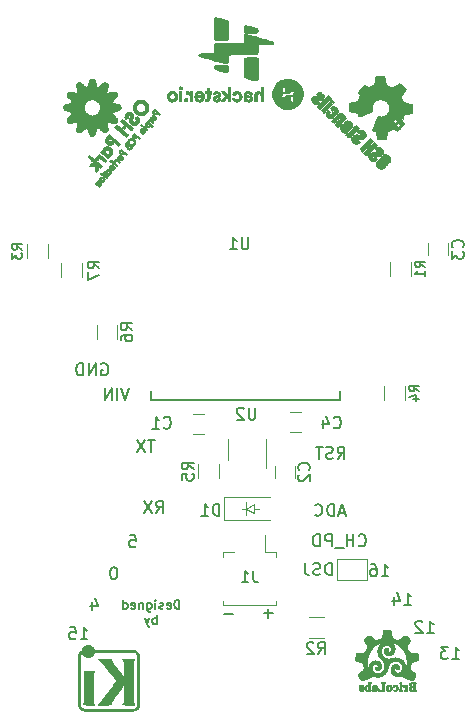
<source format=gbo>
%TF.GenerationSoftware,KiCad,Pcbnew,no-vcs-found-d6c0d32~60~ubuntu16.04.1*%
%TF.CreationDate,2017-10-10T18:37:08-06:00*%
%TF.ProjectId,001,3030312E6B696361645F706362000000,rev?*%
%TF.SameCoordinates,Original*%
%TF.FileFunction,Legend,Bot*%
%TF.FilePolarity,Positive*%
%FSLAX46Y46*%
G04 Gerber Fmt 4.6, Leading zero omitted, Abs format (unit mm)*
G04 Created by KiCad (PCBNEW no-vcs-found-d6c0d32~60~ubuntu16.04.1) date Tue Oct 10 18:37:08 2017*
%MOMM*%
%LPD*%
G01*
G04 APERTURE LIST*
%ADD10C,0.152400*%
%ADD11C,0.010000*%
%ADD12C,0.100000*%
%ADD13C,0.120000*%
%ADD14C,0.150000*%
G04 APERTURE END LIST*
D10*
X124976714Y-100147014D02*
X124976714Y-99385014D01*
X124795285Y-99385014D01*
X124686428Y-99421300D01*
X124613857Y-99493871D01*
X124577571Y-99566442D01*
X124541285Y-99711585D01*
X124541285Y-99820442D01*
X124577571Y-99965585D01*
X124613857Y-100038157D01*
X124686428Y-100110728D01*
X124795285Y-100147014D01*
X124976714Y-100147014D01*
X123924428Y-100110728D02*
X123997000Y-100147014D01*
X124142142Y-100147014D01*
X124214714Y-100110728D01*
X124251000Y-100038157D01*
X124251000Y-99747871D01*
X124214714Y-99675300D01*
X124142142Y-99639014D01*
X123997000Y-99639014D01*
X123924428Y-99675300D01*
X123888142Y-99747871D01*
X123888142Y-99820442D01*
X124251000Y-99893014D01*
X123597857Y-100110728D02*
X123525285Y-100147014D01*
X123380142Y-100147014D01*
X123307571Y-100110728D01*
X123271285Y-100038157D01*
X123271285Y-100001871D01*
X123307571Y-99929300D01*
X123380142Y-99893014D01*
X123489000Y-99893014D01*
X123561571Y-99856728D01*
X123597857Y-99784157D01*
X123597857Y-99747871D01*
X123561571Y-99675300D01*
X123489000Y-99639014D01*
X123380142Y-99639014D01*
X123307571Y-99675300D01*
X122944714Y-100147014D02*
X122944714Y-99639014D01*
X122944714Y-99385014D02*
X122981000Y-99421300D01*
X122944714Y-99457585D01*
X122908428Y-99421300D01*
X122944714Y-99385014D01*
X122944714Y-99457585D01*
X122255285Y-99639014D02*
X122255285Y-100255871D01*
X122291571Y-100328442D01*
X122327857Y-100364728D01*
X122400428Y-100401014D01*
X122509285Y-100401014D01*
X122581857Y-100364728D01*
X122255285Y-100110728D02*
X122327857Y-100147014D01*
X122473000Y-100147014D01*
X122545571Y-100110728D01*
X122581857Y-100074442D01*
X122618142Y-100001871D01*
X122618142Y-99784157D01*
X122581857Y-99711585D01*
X122545571Y-99675300D01*
X122473000Y-99639014D01*
X122327857Y-99639014D01*
X122255285Y-99675300D01*
X121892428Y-99639014D02*
X121892428Y-100147014D01*
X121892428Y-99711585D02*
X121856142Y-99675300D01*
X121783571Y-99639014D01*
X121674714Y-99639014D01*
X121602142Y-99675300D01*
X121565857Y-99747871D01*
X121565857Y-100147014D01*
X120912714Y-100110728D02*
X120985285Y-100147014D01*
X121130428Y-100147014D01*
X121203000Y-100110728D01*
X121239285Y-100038157D01*
X121239285Y-99747871D01*
X121203000Y-99675300D01*
X121130428Y-99639014D01*
X120985285Y-99639014D01*
X120912714Y-99675300D01*
X120876428Y-99747871D01*
X120876428Y-99820442D01*
X121239285Y-99893014D01*
X120223285Y-100147014D02*
X120223285Y-99385014D01*
X120223285Y-100110728D02*
X120295857Y-100147014D01*
X120441000Y-100147014D01*
X120513571Y-100110728D01*
X120549857Y-100074442D01*
X120586142Y-100001871D01*
X120586142Y-99784157D01*
X120549857Y-99711585D01*
X120513571Y-99675300D01*
X120441000Y-99639014D01*
X120295857Y-99639014D01*
X120223285Y-99675300D01*
X123053571Y-101442414D02*
X123053571Y-100680414D01*
X123053571Y-100970700D02*
X122981000Y-100934414D01*
X122835857Y-100934414D01*
X122763285Y-100970700D01*
X122727000Y-101006985D01*
X122690714Y-101079557D01*
X122690714Y-101297271D01*
X122727000Y-101369842D01*
X122763285Y-101406128D01*
X122835857Y-101442414D01*
X122981000Y-101442414D01*
X123053571Y-101406128D01*
X122436714Y-100934414D02*
X122255285Y-101442414D01*
X122073857Y-100934414D02*
X122255285Y-101442414D01*
X122327857Y-101623842D01*
X122364142Y-101660128D01*
X122436714Y-101696414D01*
X137861952Y-97284619D02*
X137861952Y-96268619D01*
X137620047Y-96268619D01*
X137474904Y-96317000D01*
X137378142Y-96413761D01*
X137329761Y-96510523D01*
X137281380Y-96704047D01*
X137281380Y-96849190D01*
X137329761Y-97042714D01*
X137378142Y-97139476D01*
X137474904Y-97236238D01*
X137620047Y-97284619D01*
X137861952Y-97284619D01*
X136894333Y-97236238D02*
X136749190Y-97284619D01*
X136507285Y-97284619D01*
X136410523Y-97236238D01*
X136362142Y-97187857D01*
X136313761Y-97091095D01*
X136313761Y-96994333D01*
X136362142Y-96897571D01*
X136410523Y-96849190D01*
X136507285Y-96800809D01*
X136700809Y-96752428D01*
X136797571Y-96704047D01*
X136845952Y-96655666D01*
X136894333Y-96558904D01*
X136894333Y-96462142D01*
X136845952Y-96365380D01*
X136797571Y-96317000D01*
X136700809Y-96268619D01*
X136458904Y-96268619D01*
X136313761Y-96317000D01*
X135588047Y-96268619D02*
X135588047Y-96994333D01*
X135636428Y-97139476D01*
X135733190Y-97236238D01*
X135878333Y-97284619D01*
X135975095Y-97284619D01*
X129537047Y-100572571D02*
X128762952Y-100572571D01*
X132887047Y-100522571D02*
X132112952Y-100522571D01*
X132500000Y-100909619D02*
X132500000Y-100135523D01*
X138366620Y-87446999D02*
X138705287Y-86963189D01*
X138947192Y-87446999D02*
X138947192Y-86430999D01*
X138560144Y-86430999D01*
X138463382Y-86479380D01*
X138415001Y-86527760D01*
X138366620Y-86624522D01*
X138366620Y-86769665D01*
X138415001Y-86866427D01*
X138463382Y-86914808D01*
X138560144Y-86963189D01*
X138947192Y-86963189D01*
X137979573Y-87398618D02*
X137834430Y-87446999D01*
X137592525Y-87446999D01*
X137495763Y-87398618D01*
X137447382Y-87350237D01*
X137399001Y-87253475D01*
X137399001Y-87156713D01*
X137447382Y-87059951D01*
X137495763Y-87011570D01*
X137592525Y-86963189D01*
X137786049Y-86914808D01*
X137882811Y-86866427D01*
X137931192Y-86818046D01*
X137979573Y-86721284D01*
X137979573Y-86624522D01*
X137931192Y-86527760D01*
X137882811Y-86479380D01*
X137786049Y-86430999D01*
X137544144Y-86430999D01*
X137399001Y-86479380D01*
X137108716Y-86430999D02*
X136528144Y-86430999D01*
X136818430Y-87446999D02*
X136818430Y-86430999D01*
X118355775Y-79423260D02*
X118452537Y-79374879D01*
X118597680Y-79374879D01*
X118742822Y-79423260D01*
X118839584Y-79520021D01*
X118887965Y-79616783D01*
X118936346Y-79810307D01*
X118936346Y-79955450D01*
X118887965Y-80148974D01*
X118839584Y-80245736D01*
X118742822Y-80342498D01*
X118597680Y-80390879D01*
X118500918Y-80390879D01*
X118355775Y-80342498D01*
X118307394Y-80294117D01*
X118307394Y-79955450D01*
X118500918Y-79955450D01*
X117871965Y-80390879D02*
X117871965Y-79374879D01*
X117291394Y-80390879D01*
X117291394Y-79374879D01*
X116807584Y-80390879D02*
X116807584Y-79374879D01*
X116565680Y-79374879D01*
X116420537Y-79423260D01*
X116323775Y-79520021D01*
X116275394Y-79616783D01*
X116227013Y-79810307D01*
X116227013Y-79955450D01*
X116275394Y-80148974D01*
X116323775Y-80245736D01*
X116420537Y-80342498D01*
X116565680Y-80390879D01*
X116807584Y-80390879D01*
X148071643Y-104385779D02*
X148652215Y-104385779D01*
X148361929Y-104385779D02*
X148361929Y-103369779D01*
X148458691Y-103514921D01*
X148555453Y-103611683D01*
X148652215Y-103660064D01*
X147732977Y-103369779D02*
X147104024Y-103369779D01*
X147442691Y-103756826D01*
X147297548Y-103756826D01*
X147200786Y-103805207D01*
X147152405Y-103853588D01*
X147104024Y-103950350D01*
X147104024Y-104192255D01*
X147152405Y-104289017D01*
X147200786Y-104337398D01*
X147297548Y-104385779D01*
X147587834Y-104385779D01*
X147684596Y-104337398D01*
X147732977Y-104289017D01*
X120736601Y-81472919D02*
X120397935Y-82488919D01*
X120059268Y-81472919D01*
X119720601Y-82488919D02*
X119720601Y-81472919D01*
X119236792Y-82488919D02*
X119236792Y-81472919D01*
X118656220Y-82488919D01*
X118656220Y-81472919D01*
X123007453Y-92045779D02*
X123346120Y-91561969D01*
X123588024Y-92045779D02*
X123588024Y-91029779D01*
X123200977Y-91029779D01*
X123104215Y-91078160D01*
X123055834Y-91126540D01*
X123007453Y-91223302D01*
X123007453Y-91368445D01*
X123055834Y-91465207D01*
X123104215Y-91513588D01*
X123200977Y-91561969D01*
X123588024Y-91561969D01*
X122668786Y-91029779D02*
X121991453Y-92045779D01*
X121991453Y-91029779D02*
X122668786Y-92045779D01*
X122871215Y-85887659D02*
X122290643Y-85887659D01*
X122580929Y-86903659D02*
X122580929Y-85887659D01*
X122048739Y-85887659D02*
X121371405Y-86903659D01*
X121371405Y-85887659D02*
X122048739Y-86903659D01*
X138976024Y-91995493D02*
X138492215Y-91995493D01*
X139072786Y-92285779D02*
X138734120Y-91269779D01*
X138395453Y-92285779D01*
X138056786Y-92285779D02*
X138056786Y-91269779D01*
X137814881Y-91269779D01*
X137669739Y-91318160D01*
X137572977Y-91414921D01*
X137524596Y-91511683D01*
X137476215Y-91705207D01*
X137476215Y-91850350D01*
X137524596Y-92043874D01*
X137572977Y-92140636D01*
X137669739Y-92237398D01*
X137814881Y-92285779D01*
X138056786Y-92285779D01*
X136460215Y-92189017D02*
X136508596Y-92237398D01*
X136653739Y-92285779D01*
X136750500Y-92285779D01*
X136895643Y-92237398D01*
X136992405Y-92140636D01*
X137040786Y-92043874D01*
X137089167Y-91850350D01*
X137089167Y-91705207D01*
X137040786Y-91511683D01*
X136992405Y-91414921D01*
X136895643Y-91318160D01*
X136750500Y-91269779D01*
X136653739Y-91269779D01*
X136508596Y-91318160D01*
X136460215Y-91366540D01*
X142091643Y-97385779D02*
X142672215Y-97385779D01*
X142381929Y-97385779D02*
X142381929Y-96369779D01*
X142478691Y-96514921D01*
X142575453Y-96611683D01*
X142672215Y-96660064D01*
X141220786Y-96369779D02*
X141414310Y-96369779D01*
X141511072Y-96418160D01*
X141559453Y-96466540D01*
X141656215Y-96611683D01*
X141704596Y-96805207D01*
X141704596Y-97192255D01*
X141656215Y-97289017D01*
X141607834Y-97337398D01*
X141511072Y-97385779D01*
X141317548Y-97385779D01*
X141220786Y-97337398D01*
X141172405Y-97289017D01*
X141124024Y-97192255D01*
X141124024Y-96950350D01*
X141172405Y-96853588D01*
X141220786Y-96805207D01*
X141317548Y-96756826D01*
X141511072Y-96756826D01*
X141607834Y-96805207D01*
X141656215Y-96853588D01*
X141704596Y-96950350D01*
X145921643Y-102175779D02*
X146502215Y-102175779D01*
X146211929Y-102175779D02*
X146211929Y-101159779D01*
X146308691Y-101304921D01*
X146405453Y-101401683D01*
X146502215Y-101450064D01*
X145534596Y-101256540D02*
X145486215Y-101208160D01*
X145389453Y-101159779D01*
X145147548Y-101159779D01*
X145050786Y-101208160D01*
X145002405Y-101256540D01*
X144954024Y-101353302D01*
X144954024Y-101450064D01*
X145002405Y-101595207D01*
X145582977Y-102175779D01*
X144954024Y-102175779D01*
X119466500Y-96619779D02*
X119369739Y-96619779D01*
X119272977Y-96668160D01*
X119224596Y-96716540D01*
X119176215Y-96813302D01*
X119127834Y-97006826D01*
X119127834Y-97248731D01*
X119176215Y-97442255D01*
X119224596Y-97539017D01*
X119272977Y-97587398D01*
X119369739Y-97635779D01*
X119466500Y-97635779D01*
X119563262Y-97587398D01*
X119611643Y-97539017D01*
X119660024Y-97442255D01*
X119708405Y-97248731D01*
X119708405Y-97006826D01*
X119660024Y-96813302D01*
X119611643Y-96716540D01*
X119563262Y-96668160D01*
X119466500Y-96619779D01*
X144001643Y-99805779D02*
X144582215Y-99805779D01*
X144291929Y-99805779D02*
X144291929Y-98789779D01*
X144388691Y-98934921D01*
X144485453Y-99031683D01*
X144582215Y-99080064D01*
X143130786Y-99128445D02*
X143130786Y-99805779D01*
X143372691Y-98741398D02*
X143614596Y-99467112D01*
X142985643Y-99467112D01*
X120766215Y-93909779D02*
X121250024Y-93909779D01*
X121298405Y-94393588D01*
X121250024Y-94345207D01*
X121153262Y-94296826D01*
X120911358Y-94296826D01*
X120814596Y-94345207D01*
X120766215Y-94393588D01*
X120717834Y-94490350D01*
X120717834Y-94732255D01*
X120766215Y-94829017D01*
X120814596Y-94877398D01*
X120911358Y-94925779D01*
X121153262Y-94925779D01*
X121250024Y-94877398D01*
X121298405Y-94829017D01*
X117574596Y-99578445D02*
X117574596Y-100255779D01*
X117816500Y-99191398D02*
X118058405Y-99917112D01*
X117429453Y-99917112D01*
X140138881Y-94769017D02*
X140187262Y-94817398D01*
X140332405Y-94865779D01*
X140429167Y-94865779D01*
X140574310Y-94817398D01*
X140671072Y-94720636D01*
X140719453Y-94623874D01*
X140767834Y-94430350D01*
X140767834Y-94285207D01*
X140719453Y-94091683D01*
X140671072Y-93994921D01*
X140574310Y-93898160D01*
X140429167Y-93849779D01*
X140332405Y-93849779D01*
X140187262Y-93898160D01*
X140138881Y-93946540D01*
X139703453Y-94865779D02*
X139703453Y-93849779D01*
X139703453Y-94333588D02*
X139122881Y-94333588D01*
X139122881Y-94865779D02*
X139122881Y-93849779D01*
X138880977Y-94962540D02*
X138106881Y-94962540D01*
X137864977Y-94865779D02*
X137864977Y-93849779D01*
X137477929Y-93849779D01*
X137381167Y-93898160D01*
X137332786Y-93946540D01*
X137284405Y-94043302D01*
X137284405Y-94188445D01*
X137332786Y-94285207D01*
X137381167Y-94333588D01*
X137477929Y-94381969D01*
X137864977Y-94381969D01*
X136848977Y-94865779D02*
X136848977Y-93849779D01*
X136607072Y-93849779D01*
X136461929Y-93898160D01*
X136365167Y-93994921D01*
X136316786Y-94091683D01*
X136268405Y-94285207D01*
X136268405Y-94430350D01*
X136316786Y-94623874D01*
X136365167Y-94720636D01*
X136461929Y-94817398D01*
X136607072Y-94865779D01*
X136848977Y-94865779D01*
X116611643Y-102725779D02*
X117192215Y-102725779D01*
X116901929Y-102725779D02*
X116901929Y-101709779D01*
X116998691Y-101854921D01*
X117095453Y-101951683D01*
X117192215Y-102000064D01*
X115692405Y-101709779D02*
X116176215Y-101709779D01*
X116224596Y-102193588D01*
X116176215Y-102145207D01*
X116079453Y-102096826D01*
X115837548Y-102096826D01*
X115740786Y-102145207D01*
X115692405Y-102193588D01*
X115644024Y-102290350D01*
X115644024Y-102532255D01*
X115692405Y-102629017D01*
X115740786Y-102677398D01*
X115837548Y-102725779D01*
X116079453Y-102725779D01*
X116176215Y-102677398D01*
X116224596Y-102629017D01*
D11*
%TO.C,G\002A\002A\002A*%
G36*
X117464611Y-62152261D02*
X117530240Y-62207567D01*
X117589893Y-62258294D01*
X117641595Y-62302728D01*
X117683375Y-62339154D01*
X117713257Y-62365857D01*
X117729270Y-62381124D01*
X117731432Y-62384055D01*
X117719469Y-62386854D01*
X117690408Y-62390644D01*
X117649182Y-62394833D01*
X117619317Y-62397405D01*
X117511093Y-62406116D01*
X117407821Y-62529191D01*
X117367180Y-62578095D01*
X117339345Y-62613018D01*
X117322549Y-62636578D01*
X117315027Y-62651391D01*
X117315011Y-62660074D01*
X117317453Y-62663095D01*
X117331991Y-62665480D01*
X117364930Y-62665762D01*
X117412695Y-62664076D01*
X117471713Y-62660553D01*
X117538410Y-62655329D01*
X117547745Y-62654506D01*
X117614933Y-62648933D01*
X117674656Y-62644791D01*
X117723408Y-62642259D01*
X117757688Y-62641512D01*
X117773988Y-62642727D01*
X117774644Y-62643069D01*
X117781184Y-62658302D01*
X117785835Y-62686502D01*
X117786566Y-62696321D01*
X117790337Y-62726779D01*
X117796775Y-62747157D01*
X117798937Y-62749951D01*
X117805143Y-62764864D01*
X117810543Y-62794376D01*
X117813014Y-62819428D01*
X117816940Y-62854634D01*
X117822672Y-62880386D01*
X117826918Y-62888760D01*
X117833027Y-62903587D01*
X117838364Y-62933033D01*
X117840823Y-62958093D01*
X117844748Y-62993298D01*
X117850481Y-63019050D01*
X117854728Y-63027424D01*
X117860836Y-63042252D01*
X117866174Y-63071697D01*
X117868632Y-63096756D01*
X117876714Y-63145473D01*
X117892889Y-63174684D01*
X117894563Y-63176180D01*
X117916376Y-63194484D01*
X118015756Y-63076047D01*
X118055368Y-63028381D01*
X118082231Y-62994609D01*
X118098154Y-62972010D01*
X118104940Y-62957864D01*
X118104397Y-62949447D01*
X118101784Y-62946405D01*
X118093657Y-62929778D01*
X118087008Y-62898981D01*
X118084313Y-62874080D01*
X118080387Y-62838874D01*
X118074655Y-62813122D01*
X118070408Y-62804748D01*
X118064300Y-62789921D01*
X118058963Y-62760475D01*
X118056504Y-62735416D01*
X118051942Y-62699516D01*
X118044608Y-62672425D01*
X118039033Y-62663090D01*
X118031022Y-62648923D01*
X118032778Y-62643426D01*
X118044022Y-62646532D01*
X118069422Y-62663163D01*
X118106905Y-62691854D01*
X118141395Y-62720149D01*
X118242912Y-62805333D01*
X118399082Y-62619218D01*
X117350066Y-61738990D01*
X117193897Y-61925105D01*
X117464611Y-62152261D01*
X117464611Y-62152261D01*
G37*
X117464611Y-62152261D02*
X117530240Y-62207567D01*
X117589893Y-62258294D01*
X117641595Y-62302728D01*
X117683375Y-62339154D01*
X117713257Y-62365857D01*
X117729270Y-62381124D01*
X117731432Y-62384055D01*
X117719469Y-62386854D01*
X117690408Y-62390644D01*
X117649182Y-62394833D01*
X117619317Y-62397405D01*
X117511093Y-62406116D01*
X117407821Y-62529191D01*
X117367180Y-62578095D01*
X117339345Y-62613018D01*
X117322549Y-62636578D01*
X117315027Y-62651391D01*
X117315011Y-62660074D01*
X117317453Y-62663095D01*
X117331991Y-62665480D01*
X117364930Y-62665762D01*
X117412695Y-62664076D01*
X117471713Y-62660553D01*
X117538410Y-62655329D01*
X117547745Y-62654506D01*
X117614933Y-62648933D01*
X117674656Y-62644791D01*
X117723408Y-62642259D01*
X117757688Y-62641512D01*
X117773988Y-62642727D01*
X117774644Y-62643069D01*
X117781184Y-62658302D01*
X117785835Y-62686502D01*
X117786566Y-62696321D01*
X117790337Y-62726779D01*
X117796775Y-62747157D01*
X117798937Y-62749951D01*
X117805143Y-62764864D01*
X117810543Y-62794376D01*
X117813014Y-62819428D01*
X117816940Y-62854634D01*
X117822672Y-62880386D01*
X117826918Y-62888760D01*
X117833027Y-62903587D01*
X117838364Y-62933033D01*
X117840823Y-62958093D01*
X117844748Y-62993298D01*
X117850481Y-63019050D01*
X117854728Y-63027424D01*
X117860836Y-63042252D01*
X117866174Y-63071697D01*
X117868632Y-63096756D01*
X117876714Y-63145473D01*
X117892889Y-63174684D01*
X117894563Y-63176180D01*
X117916376Y-63194484D01*
X118015756Y-63076047D01*
X118055368Y-63028381D01*
X118082231Y-62994609D01*
X118098154Y-62972010D01*
X118104940Y-62957864D01*
X118104397Y-62949447D01*
X118101784Y-62946405D01*
X118093657Y-62929778D01*
X118087008Y-62898981D01*
X118084313Y-62874080D01*
X118080387Y-62838874D01*
X118074655Y-62813122D01*
X118070408Y-62804748D01*
X118064300Y-62789921D01*
X118058963Y-62760475D01*
X118056504Y-62735416D01*
X118051942Y-62699516D01*
X118044608Y-62672425D01*
X118039033Y-62663090D01*
X118031022Y-62648923D01*
X118032778Y-62643426D01*
X118044022Y-62646532D01*
X118069422Y-62663163D01*
X118106905Y-62691854D01*
X118141395Y-62720149D01*
X118242912Y-62805333D01*
X118399082Y-62619218D01*
X117350066Y-61738990D01*
X117193897Y-61925105D01*
X117464611Y-62152261D01*
G36*
X117880134Y-61933582D02*
X117858543Y-61963884D01*
X117849334Y-61981870D01*
X117849780Y-61985304D01*
X117851404Y-61998413D01*
X117847085Y-62005696D01*
X117838575Y-62027260D01*
X117837875Y-62041217D01*
X117845820Y-62060285D01*
X117862853Y-62081377D01*
X117883025Y-62098975D01*
X117900388Y-62107557D01*
X117907345Y-62105687D01*
X117920197Y-62104760D01*
X117931363Y-62111425D01*
X117948083Y-62119417D01*
X117955382Y-62117162D01*
X117968234Y-62116235D01*
X117979400Y-62122900D01*
X117996119Y-62130892D01*
X118003417Y-62128638D01*
X118016270Y-62127709D01*
X118027436Y-62134375D01*
X118040886Y-62140826D01*
X118055403Y-62133461D01*
X118072750Y-62114733D01*
X118088654Y-62091968D01*
X118093857Y-62076250D01*
X118092684Y-62073795D01*
X118094024Y-62062021D01*
X118107084Y-62040295D01*
X118116676Y-62028024D01*
X118149861Y-61997570D01*
X118180719Y-61987005D01*
X118206873Y-61996616D01*
X118222193Y-62001997D01*
X118227266Y-61999311D01*
X118238029Y-62003396D01*
X118264457Y-62021603D01*
X118305757Y-62053321D01*
X118361137Y-62097941D01*
X118429807Y-62154853D01*
X118437399Y-62161218D01*
X118640434Y-62331585D01*
X118796604Y-62145469D01*
X118170579Y-61620172D01*
X118085395Y-61721689D01*
X118047326Y-61765683D01*
X118017736Y-61797039D01*
X117998411Y-61813955D01*
X117991753Y-61816108D01*
X117981074Y-61820854D01*
X117959349Y-61840973D01*
X117928869Y-61874235D01*
X117912306Y-61893607D01*
X117880134Y-61933582D01*
X117880134Y-61933582D01*
G37*
X117880134Y-61933582D02*
X117858543Y-61963884D01*
X117849334Y-61981870D01*
X117849780Y-61985304D01*
X117851404Y-61998413D01*
X117847085Y-62005696D01*
X117838575Y-62027260D01*
X117837875Y-62041217D01*
X117845820Y-62060285D01*
X117862853Y-62081377D01*
X117883025Y-62098975D01*
X117900388Y-62107557D01*
X117907345Y-62105687D01*
X117920197Y-62104760D01*
X117931363Y-62111425D01*
X117948083Y-62119417D01*
X117955382Y-62117162D01*
X117968234Y-62116235D01*
X117979400Y-62122900D01*
X117996119Y-62130892D01*
X118003417Y-62128638D01*
X118016270Y-62127709D01*
X118027436Y-62134375D01*
X118040886Y-62140826D01*
X118055403Y-62133461D01*
X118072750Y-62114733D01*
X118088654Y-62091968D01*
X118093857Y-62076250D01*
X118092684Y-62073795D01*
X118094024Y-62062021D01*
X118107084Y-62040295D01*
X118116676Y-62028024D01*
X118149861Y-61997570D01*
X118180719Y-61987005D01*
X118206873Y-61996616D01*
X118222193Y-62001997D01*
X118227266Y-61999311D01*
X118238029Y-62003396D01*
X118264457Y-62021603D01*
X118305757Y-62053321D01*
X118361137Y-62097941D01*
X118429807Y-62154853D01*
X118437399Y-62161218D01*
X118640434Y-62331585D01*
X118796604Y-62145469D01*
X118170579Y-61620172D01*
X118085395Y-61721689D01*
X118047326Y-61765683D01*
X118017736Y-61797039D01*
X117998411Y-61813955D01*
X117991753Y-61816108D01*
X117981074Y-61820854D01*
X117959349Y-61840973D01*
X117928869Y-61874235D01*
X117912306Y-61893607D01*
X117880134Y-61933582D01*
G36*
X118802606Y-60180568D02*
X118762767Y-60230507D01*
X118735640Y-60266811D01*
X118722005Y-60288454D01*
X118720875Y-60294312D01*
X118719874Y-60306262D01*
X118707088Y-60327483D01*
X118700940Y-60335249D01*
X118685036Y-60358013D01*
X118679833Y-60373733D01*
X118681005Y-60376188D01*
X118682720Y-60389324D01*
X118678663Y-60396159D01*
X118674037Y-60413749D01*
X118673003Y-60446151D01*
X118674961Y-60486493D01*
X118679309Y-60527901D01*
X118685446Y-60563501D01*
X118692771Y-60586422D01*
X118695648Y-60590301D01*
X118703238Y-60604357D01*
X118701423Y-60609563D01*
X118702741Y-60622382D01*
X118711244Y-60632220D01*
X118722018Y-60647298D01*
X118721065Y-60654878D01*
X118726077Y-60665411D01*
X118746865Y-60687536D01*
X118781630Y-60719468D01*
X118815484Y-60748520D01*
X118860614Y-60785235D01*
X118895200Y-60810976D01*
X118917169Y-60824280D01*
X118924100Y-60825244D01*
X118936537Y-60825259D01*
X118954711Y-60836513D01*
X118983739Y-60849893D01*
X119004614Y-60849554D01*
X119029218Y-60847850D01*
X119042213Y-60852271D01*
X119061829Y-60858135D01*
X119091697Y-60858036D01*
X119121086Y-60852914D01*
X119139201Y-60843786D01*
X119156536Y-60835840D01*
X119175757Y-60834582D01*
X119205188Y-60827246D01*
X119222638Y-60813072D01*
X119239528Y-60798282D01*
X119250826Y-60796659D01*
X119262935Y-60794291D01*
X119280317Y-60778693D01*
X119280583Y-60778378D01*
X119297985Y-60762614D01*
X119310231Y-60760011D01*
X119310338Y-60760097D01*
X119321169Y-60755697D01*
X119342245Y-60736558D01*
X119370479Y-60705548D01*
X119375587Y-60699518D01*
X119432376Y-60631839D01*
X119804607Y-60944178D01*
X119960776Y-60758063D01*
X119182475Y-60104991D01*
X119026306Y-60291106D01*
X119246260Y-60475670D01*
X119203668Y-60526428D01*
X119179698Y-60552388D01*
X119160961Y-60567903D01*
X119152617Y-60570089D01*
X119139391Y-60570701D01*
X119133273Y-60575962D01*
X119116516Y-60584490D01*
X119086291Y-60591457D01*
X119068452Y-60593653D01*
X119031197Y-60594340D01*
X119003957Y-60586090D01*
X118976165Y-60566191D01*
X118954765Y-60545390D01*
X118944574Y-60529639D01*
X118944913Y-60525550D01*
X118944236Y-60512359D01*
X118938717Y-60505936D01*
X118925613Y-60482741D01*
X118924998Y-60453775D01*
X118932690Y-60437035D01*
X118938071Y-60421713D01*
X118935384Y-60416642D01*
X118937611Y-60405175D01*
X118952209Y-60381688D01*
X118976567Y-60350382D01*
X119026306Y-60291106D01*
X119182475Y-60104991D01*
X118996359Y-59948821D01*
X118854387Y-60118017D01*
X118802606Y-60180568D01*
X118802606Y-60180568D01*
G37*
X118802606Y-60180568D02*
X118762767Y-60230507D01*
X118735640Y-60266811D01*
X118722005Y-60288454D01*
X118720875Y-60294312D01*
X118719874Y-60306262D01*
X118707088Y-60327483D01*
X118700940Y-60335249D01*
X118685036Y-60358013D01*
X118679833Y-60373733D01*
X118681005Y-60376188D01*
X118682720Y-60389324D01*
X118678663Y-60396159D01*
X118674037Y-60413749D01*
X118673003Y-60446151D01*
X118674961Y-60486493D01*
X118679309Y-60527901D01*
X118685446Y-60563501D01*
X118692771Y-60586422D01*
X118695648Y-60590301D01*
X118703238Y-60604357D01*
X118701423Y-60609563D01*
X118702741Y-60622382D01*
X118711244Y-60632220D01*
X118722018Y-60647298D01*
X118721065Y-60654878D01*
X118726077Y-60665411D01*
X118746865Y-60687536D01*
X118781630Y-60719468D01*
X118815484Y-60748520D01*
X118860614Y-60785235D01*
X118895200Y-60810976D01*
X118917169Y-60824280D01*
X118924100Y-60825244D01*
X118936537Y-60825259D01*
X118954711Y-60836513D01*
X118983739Y-60849893D01*
X119004614Y-60849554D01*
X119029218Y-60847850D01*
X119042213Y-60852271D01*
X119061829Y-60858135D01*
X119091697Y-60858036D01*
X119121086Y-60852914D01*
X119139201Y-60843786D01*
X119156536Y-60835840D01*
X119175757Y-60834582D01*
X119205188Y-60827246D01*
X119222638Y-60813072D01*
X119239528Y-60798282D01*
X119250826Y-60796659D01*
X119262935Y-60794291D01*
X119280317Y-60778693D01*
X119280583Y-60778378D01*
X119297985Y-60762614D01*
X119310231Y-60760011D01*
X119310338Y-60760097D01*
X119321169Y-60755697D01*
X119342245Y-60736558D01*
X119370479Y-60705548D01*
X119375587Y-60699518D01*
X119432376Y-60631839D01*
X119804607Y-60944178D01*
X119960776Y-60758063D01*
X119182475Y-60104991D01*
X119026306Y-60291106D01*
X119246260Y-60475670D01*
X119203668Y-60526428D01*
X119179698Y-60552388D01*
X119160961Y-60567903D01*
X119152617Y-60570089D01*
X119139391Y-60570701D01*
X119133273Y-60575962D01*
X119116516Y-60584490D01*
X119086291Y-60591457D01*
X119068452Y-60593653D01*
X119031197Y-60594340D01*
X119003957Y-60586090D01*
X118976165Y-60566191D01*
X118954765Y-60545390D01*
X118944574Y-60529639D01*
X118944913Y-60525550D01*
X118944236Y-60512359D01*
X118938717Y-60505936D01*
X118925613Y-60482741D01*
X118924998Y-60453775D01*
X118932690Y-60437035D01*
X118938071Y-60421713D01*
X118935384Y-60416642D01*
X118937611Y-60405175D01*
X118952209Y-60381688D01*
X118976567Y-60350382D01*
X119026306Y-60291106D01*
X119182475Y-60104991D01*
X118996359Y-59948821D01*
X118854387Y-60118017D01*
X118802606Y-60180568D01*
G36*
X120274490Y-59147189D02*
X120004742Y-59468662D01*
X119649431Y-59170520D01*
X119479065Y-59373555D01*
X120443482Y-60182797D01*
X120518524Y-60093365D01*
X120555347Y-60048032D01*
X120578508Y-60015677D01*
X120589827Y-59993522D01*
X120591622Y-59981706D01*
X120588040Y-59971931D01*
X120577508Y-59957916D01*
X120558186Y-59937929D01*
X120528234Y-59910237D01*
X120485810Y-59873108D01*
X120429075Y-59824810D01*
X120390267Y-59792155D01*
X120190858Y-59624831D01*
X120460606Y-59303359D01*
X120660015Y-59470683D01*
X120725889Y-59525655D01*
X120777142Y-59567623D01*
X120815797Y-59598100D01*
X120843881Y-59618597D01*
X120863421Y-59630626D01*
X120876441Y-59635699D01*
X120881651Y-59636063D01*
X120897019Y-59629829D01*
X120918519Y-59611904D01*
X120948570Y-59580017D01*
X120978920Y-59544686D01*
X121053962Y-59455254D01*
X120089545Y-58646012D01*
X119919179Y-58849047D01*
X120274490Y-59147189D01*
X120274490Y-59147189D01*
G37*
X120274490Y-59147189D02*
X120004742Y-59468662D01*
X119649431Y-59170520D01*
X119479065Y-59373555D01*
X120443482Y-60182797D01*
X120518524Y-60093365D01*
X120555347Y-60048032D01*
X120578508Y-60015677D01*
X120589827Y-59993522D01*
X120591622Y-59981706D01*
X120588040Y-59971931D01*
X120577508Y-59957916D01*
X120558186Y-59937929D01*
X120528234Y-59910237D01*
X120485810Y-59873108D01*
X120429075Y-59824810D01*
X120390267Y-59792155D01*
X120190858Y-59624831D01*
X120460606Y-59303359D01*
X120660015Y-59470683D01*
X120725889Y-59525655D01*
X120777142Y-59567623D01*
X120815797Y-59598100D01*
X120843881Y-59618597D01*
X120863421Y-59630626D01*
X120876441Y-59635699D01*
X120881651Y-59636063D01*
X120897019Y-59629829D01*
X120918519Y-59611904D01*
X120948570Y-59580017D01*
X120978920Y-59544686D01*
X121053962Y-59455254D01*
X120089545Y-58646012D01*
X119919179Y-58849047D01*
X120274490Y-59147189D01*
G36*
X118509586Y-61183291D02*
X118485878Y-61215759D01*
X118474578Y-61235763D01*
X118474458Y-61240842D01*
X118475510Y-61253745D01*
X118469312Y-61264156D01*
X118460833Y-61284166D01*
X118462141Y-61294178D01*
X118463700Y-61304954D01*
X118453859Y-61304048D01*
X118441990Y-61308099D01*
X118421644Y-61325631D01*
X118391262Y-61358161D01*
X118354551Y-61400922D01*
X118269959Y-61501734D01*
X118570887Y-61754242D01*
X118652547Y-61822595D01*
X118719070Y-61877837D01*
X118772084Y-61921234D01*
X118813221Y-61954049D01*
X118844111Y-61977545D01*
X118866384Y-61992990D01*
X118881672Y-62001644D01*
X118891603Y-62004774D01*
X118894039Y-62004805D01*
X118909469Y-61996421D01*
X118933315Y-61975696D01*
X118962084Y-61946640D01*
X118992282Y-61913256D01*
X119020416Y-61879557D01*
X119042989Y-61849547D01*
X119056509Y-61827233D01*
X119057891Y-61816898D01*
X119056964Y-61804045D01*
X119063629Y-61792880D01*
X119078706Y-61782106D01*
X119086285Y-61783059D01*
X119097881Y-61780000D01*
X119116559Y-61763723D01*
X119123140Y-61756319D01*
X119142797Y-61736702D01*
X119157374Y-61728849D01*
X119159994Y-61729578D01*
X119171589Y-61726518D01*
X119190268Y-61710241D01*
X119196849Y-61702837D01*
X119212753Y-61680072D01*
X119217955Y-61664354D01*
X119216783Y-61661899D01*
X119218341Y-61650241D01*
X119231602Y-61628218D01*
X119243816Y-61612502D01*
X119262541Y-61587095D01*
X119271501Y-61568516D01*
X119270850Y-61563104D01*
X119269922Y-61550252D01*
X119276587Y-61539087D01*
X119284579Y-61522366D01*
X119282324Y-61515068D01*
X119280617Y-61501933D01*
X119284699Y-61495057D01*
X119289875Y-61476669D01*
X119290929Y-61444423D01*
X119288535Y-61406020D01*
X119283367Y-61369162D01*
X119276101Y-61341552D01*
X119270443Y-61332103D01*
X119262818Y-61318038D01*
X119264629Y-61312808D01*
X119263311Y-61299990D01*
X119254808Y-61290152D01*
X119244034Y-61275074D01*
X119244987Y-61267494D01*
X119242620Y-61255386D01*
X119227021Y-61238005D01*
X119226706Y-61237739D01*
X119210943Y-61220336D01*
X119208339Y-61208090D01*
X119208425Y-61207983D01*
X119203413Y-61197450D01*
X119182626Y-61175325D01*
X119147860Y-61143392D01*
X119122387Y-61121533D01*
X118966297Y-61307554D01*
X118989149Y-61329323D01*
X119001200Y-61346065D01*
X119001497Y-61351507D01*
X119002815Y-61364326D01*
X119011318Y-61374164D01*
X119022093Y-61389242D01*
X119021139Y-61396821D01*
X119021816Y-61410013D01*
X119027335Y-61416435D01*
X119040439Y-61439630D01*
X119041055Y-61468597D01*
X119033363Y-61485337D01*
X119027981Y-61500659D01*
X119030668Y-61505730D01*
X119028708Y-61517217D01*
X119014872Y-61539910D01*
X118996536Y-61563587D01*
X118972565Y-61589547D01*
X118953829Y-61605062D01*
X118945484Y-61607248D01*
X118932293Y-61607925D01*
X118925869Y-61613443D01*
X118902675Y-61626548D01*
X118873708Y-61627163D01*
X118856968Y-61619471D01*
X118841647Y-61614090D01*
X118836575Y-61616775D01*
X118824240Y-61616547D01*
X118804414Y-61604204D01*
X118804097Y-61603940D01*
X118784221Y-61591438D01*
X118771710Y-61591000D01*
X118771619Y-61591103D01*
X118759669Y-61590104D01*
X118738448Y-61577318D01*
X118730681Y-61571169D01*
X118711066Y-61551512D01*
X118703212Y-61536935D01*
X118703941Y-61534315D01*
X118702003Y-61521905D01*
X118689608Y-61507872D01*
X118676035Y-61486293D01*
X118666328Y-61452665D01*
X118661736Y-61415663D01*
X118663508Y-61383960D01*
X118669624Y-61369045D01*
X118674740Y-61353847D01*
X118672048Y-61348975D01*
X118673048Y-61337025D01*
X118685833Y-61315803D01*
X118691983Y-61308037D01*
X118711640Y-61288421D01*
X118726217Y-61280569D01*
X118728837Y-61281296D01*
X118742063Y-61280685D01*
X118748182Y-61275424D01*
X118768819Y-61264407D01*
X118802241Y-61258533D01*
X118839686Y-61258078D01*
X118872399Y-61263321D01*
X118888370Y-61270998D01*
X118906803Y-61281589D01*
X118916900Y-61280521D01*
X118928557Y-61282079D01*
X118950581Y-61295340D01*
X118966297Y-61307554D01*
X119122387Y-61121533D01*
X119114006Y-61114340D01*
X119068876Y-61077626D01*
X119034291Y-61051884D01*
X119012322Y-61038580D01*
X119005391Y-61037616D01*
X118993055Y-61037388D01*
X118973228Y-61025045D01*
X118972912Y-61024780D01*
X118953036Y-61012279D01*
X118940524Y-61011841D01*
X118940435Y-61011944D01*
X118927581Y-61012872D01*
X118916416Y-61006207D01*
X118899697Y-60998215D01*
X118892398Y-61000469D01*
X118879267Y-61002163D01*
X118872328Y-60998045D01*
X118853486Y-60992410D01*
X118822177Y-60991295D01*
X118787211Y-60994048D01*
X118757400Y-61000015D01*
X118742167Y-61007702D01*
X118724906Y-61015567D01*
X118705697Y-61016804D01*
X118676266Y-61024139D01*
X118658816Y-61038313D01*
X118641926Y-61053103D01*
X118630628Y-61054726D01*
X118620023Y-61059613D01*
X118598075Y-61080096D01*
X118566796Y-61114178D01*
X118544082Y-61140686D01*
X118509586Y-61183291D01*
X118509586Y-61183291D01*
G37*
X118509586Y-61183291D02*
X118485878Y-61215759D01*
X118474578Y-61235763D01*
X118474458Y-61240842D01*
X118475510Y-61253745D01*
X118469312Y-61264156D01*
X118460833Y-61284166D01*
X118462141Y-61294178D01*
X118463700Y-61304954D01*
X118453859Y-61304048D01*
X118441990Y-61308099D01*
X118421644Y-61325631D01*
X118391262Y-61358161D01*
X118354551Y-61400922D01*
X118269959Y-61501734D01*
X118570887Y-61754242D01*
X118652547Y-61822595D01*
X118719070Y-61877837D01*
X118772084Y-61921234D01*
X118813221Y-61954049D01*
X118844111Y-61977545D01*
X118866384Y-61992990D01*
X118881672Y-62001644D01*
X118891603Y-62004774D01*
X118894039Y-62004805D01*
X118909469Y-61996421D01*
X118933315Y-61975696D01*
X118962084Y-61946640D01*
X118992282Y-61913256D01*
X119020416Y-61879557D01*
X119042989Y-61849547D01*
X119056509Y-61827233D01*
X119057891Y-61816898D01*
X119056964Y-61804045D01*
X119063629Y-61792880D01*
X119078706Y-61782106D01*
X119086285Y-61783059D01*
X119097881Y-61780000D01*
X119116559Y-61763723D01*
X119123140Y-61756319D01*
X119142797Y-61736702D01*
X119157374Y-61728849D01*
X119159994Y-61729578D01*
X119171589Y-61726518D01*
X119190268Y-61710241D01*
X119196849Y-61702837D01*
X119212753Y-61680072D01*
X119217955Y-61664354D01*
X119216783Y-61661899D01*
X119218341Y-61650241D01*
X119231602Y-61628218D01*
X119243816Y-61612502D01*
X119262541Y-61587095D01*
X119271501Y-61568516D01*
X119270850Y-61563104D01*
X119269922Y-61550252D01*
X119276587Y-61539087D01*
X119284579Y-61522366D01*
X119282324Y-61515068D01*
X119280617Y-61501933D01*
X119284699Y-61495057D01*
X119289875Y-61476669D01*
X119290929Y-61444423D01*
X119288535Y-61406020D01*
X119283367Y-61369162D01*
X119276101Y-61341552D01*
X119270443Y-61332103D01*
X119262818Y-61318038D01*
X119264629Y-61312808D01*
X119263311Y-61299990D01*
X119254808Y-61290152D01*
X119244034Y-61275074D01*
X119244987Y-61267494D01*
X119242620Y-61255386D01*
X119227021Y-61238005D01*
X119226706Y-61237739D01*
X119210943Y-61220336D01*
X119208339Y-61208090D01*
X119208425Y-61207983D01*
X119203413Y-61197450D01*
X119182626Y-61175325D01*
X119147860Y-61143392D01*
X119122387Y-61121533D01*
X118966297Y-61307554D01*
X118989149Y-61329323D01*
X119001200Y-61346065D01*
X119001497Y-61351507D01*
X119002815Y-61364326D01*
X119011318Y-61374164D01*
X119022093Y-61389242D01*
X119021139Y-61396821D01*
X119021816Y-61410013D01*
X119027335Y-61416435D01*
X119040439Y-61439630D01*
X119041055Y-61468597D01*
X119033363Y-61485337D01*
X119027981Y-61500659D01*
X119030668Y-61505730D01*
X119028708Y-61517217D01*
X119014872Y-61539910D01*
X118996536Y-61563587D01*
X118972565Y-61589547D01*
X118953829Y-61605062D01*
X118945484Y-61607248D01*
X118932293Y-61607925D01*
X118925869Y-61613443D01*
X118902675Y-61626548D01*
X118873708Y-61627163D01*
X118856968Y-61619471D01*
X118841647Y-61614090D01*
X118836575Y-61616775D01*
X118824240Y-61616547D01*
X118804414Y-61604204D01*
X118804097Y-61603940D01*
X118784221Y-61591438D01*
X118771710Y-61591000D01*
X118771619Y-61591103D01*
X118759669Y-61590104D01*
X118738448Y-61577318D01*
X118730681Y-61571169D01*
X118711066Y-61551512D01*
X118703212Y-61536935D01*
X118703941Y-61534315D01*
X118702003Y-61521905D01*
X118689608Y-61507872D01*
X118676035Y-61486293D01*
X118666328Y-61452665D01*
X118661736Y-61415663D01*
X118663508Y-61383960D01*
X118669624Y-61369045D01*
X118674740Y-61353847D01*
X118672048Y-61348975D01*
X118673048Y-61337025D01*
X118685833Y-61315803D01*
X118691983Y-61308037D01*
X118711640Y-61288421D01*
X118726217Y-61280569D01*
X118728837Y-61281296D01*
X118742063Y-61280685D01*
X118748182Y-61275424D01*
X118768819Y-61264407D01*
X118802241Y-61258533D01*
X118839686Y-61258078D01*
X118872399Y-61263321D01*
X118888370Y-61270998D01*
X118906803Y-61281589D01*
X118916900Y-61280521D01*
X118928557Y-61282079D01*
X118950581Y-61295340D01*
X118966297Y-61307554D01*
X119122387Y-61121533D01*
X119114006Y-61114340D01*
X119068876Y-61077626D01*
X119034291Y-61051884D01*
X119012322Y-61038580D01*
X119005391Y-61037616D01*
X118993055Y-61037388D01*
X118973228Y-61025045D01*
X118972912Y-61024780D01*
X118953036Y-61012279D01*
X118940524Y-61011841D01*
X118940435Y-61011944D01*
X118927581Y-61012872D01*
X118916416Y-61006207D01*
X118899697Y-60998215D01*
X118892398Y-61000469D01*
X118879267Y-61002163D01*
X118872328Y-60998045D01*
X118853486Y-60992410D01*
X118822177Y-60991295D01*
X118787211Y-60994048D01*
X118757400Y-61000015D01*
X118742167Y-61007702D01*
X118724906Y-61015567D01*
X118705697Y-61016804D01*
X118676266Y-61024139D01*
X118658816Y-61038313D01*
X118641926Y-61053103D01*
X118630628Y-61054726D01*
X118620023Y-61059613D01*
X118598075Y-61080096D01*
X118566796Y-61114178D01*
X118544082Y-61140686D01*
X118509586Y-61183291D01*
G36*
X120390841Y-58253956D02*
X120365101Y-58288541D01*
X120351796Y-58310510D01*
X120350833Y-58317442D01*
X120351007Y-58329967D01*
X120340845Y-58346525D01*
X120328634Y-58375837D01*
X120327883Y-58413515D01*
X120329470Y-58444146D01*
X120326697Y-58465300D01*
X120325062Y-58468418D01*
X120318671Y-58489753D01*
X120322338Y-58516213D01*
X120332071Y-58532358D01*
X120340189Y-58549851D01*
X120341495Y-58569098D01*
X120345610Y-58595069D01*
X120354545Y-58608881D01*
X120363944Y-58623469D01*
X120362498Y-58629971D01*
X120363816Y-58642789D01*
X120372319Y-58652628D01*
X120391478Y-58658510D01*
X120403436Y-58649906D01*
X120418513Y-58639131D01*
X120426093Y-58640084D01*
X120439100Y-58639078D01*
X120447183Y-58632131D01*
X120467290Y-58621131D01*
X120486966Y-58619082D01*
X120512935Y-58614967D01*
X120526748Y-58606032D01*
X120541335Y-58596632D01*
X120547837Y-58598079D01*
X120560222Y-58596102D01*
X120574551Y-58583423D01*
X120588248Y-58555950D01*
X120589247Y-58527346D01*
X120579247Y-58509105D01*
X120569227Y-58488884D01*
X120569046Y-58461764D01*
X120576845Y-58443245D01*
X120582226Y-58427924D01*
X120579540Y-58422852D01*
X120581339Y-58411324D01*
X120594838Y-58388997D01*
X120610359Y-58368943D01*
X120635775Y-58341075D01*
X120657568Y-58326241D01*
X120684831Y-58319413D01*
X120703574Y-58317413D01*
X120738904Y-58317484D01*
X120766905Y-58323050D01*
X120774993Y-58327365D01*
X120788457Y-58350202D01*
X120796020Y-58385497D01*
X120797125Y-58424276D01*
X120791214Y-58457567D01*
X120783931Y-58471338D01*
X120773339Y-58489772D01*
X120774408Y-58499869D01*
X120775336Y-58512721D01*
X120768670Y-58523887D01*
X120760678Y-58540606D01*
X120762933Y-58547905D01*
X120763861Y-58560757D01*
X120757195Y-58571923D01*
X120749203Y-58588643D01*
X120751458Y-58595942D01*
X120751230Y-58608277D01*
X120738886Y-58628103D01*
X120738622Y-58628419D01*
X120726120Y-58648295D01*
X120725682Y-58660807D01*
X120725786Y-58660898D01*
X120727053Y-58673882D01*
X120721615Y-58683048D01*
X120714274Y-58704760D01*
X120715672Y-58724492D01*
X120717409Y-58749051D01*
X120713042Y-58761989D01*
X120708144Y-58780020D01*
X120707641Y-58810716D01*
X120710762Y-58845265D01*
X120716738Y-58874858D01*
X120724267Y-58890282D01*
X120732131Y-58907543D01*
X120733368Y-58926751D01*
X120740227Y-58955132D01*
X120763338Y-58980731D01*
X120782167Y-58999903D01*
X120788972Y-59013980D01*
X120788210Y-59016019D01*
X120792610Y-59026850D01*
X120811749Y-59047926D01*
X120842759Y-59076158D01*
X120848790Y-59081267D01*
X120883136Y-59108401D01*
X120908955Y-59125462D01*
X120922706Y-59130164D01*
X120923567Y-59129596D01*
X120935517Y-59130596D01*
X120956738Y-59143382D01*
X120964505Y-59149530D01*
X120987269Y-59165435D01*
X121002989Y-59170638D01*
X121005442Y-59169465D01*
X121018581Y-59167745D01*
X121025388Y-59171785D01*
X121042391Y-59175991D01*
X121074890Y-59176943D01*
X121116625Y-59175192D01*
X121161332Y-59171283D01*
X121202752Y-59165764D01*
X121234622Y-59159184D01*
X121250682Y-59152090D01*
X121250697Y-59152073D01*
X121264746Y-59144507D01*
X121269935Y-59146325D01*
X121282754Y-59145007D01*
X121292592Y-59136505D01*
X121307670Y-59125730D01*
X121315249Y-59126683D01*
X121326459Y-59123125D01*
X121345846Y-59106240D01*
X121359203Y-59091483D01*
X121380971Y-59068631D01*
X121397713Y-59056580D01*
X121403155Y-59056283D01*
X121414365Y-59052724D01*
X121433751Y-59035840D01*
X121447108Y-59021083D01*
X121465833Y-58995676D01*
X121474794Y-58977096D01*
X121474141Y-58971684D01*
X121475141Y-58959735D01*
X121487927Y-58938513D01*
X121494076Y-58930747D01*
X121509980Y-58907982D01*
X121515183Y-58892264D01*
X121514011Y-58889809D01*
X121513836Y-58877283D01*
X121523999Y-58860726D01*
X121536209Y-58831414D01*
X121536960Y-58793736D01*
X121536075Y-58762060D01*
X121540653Y-58738849D01*
X121542823Y-58735207D01*
X121545440Y-58718031D01*
X121539120Y-58709052D01*
X121528121Y-58688944D01*
X121526070Y-58669269D01*
X121521956Y-58643299D01*
X121513021Y-58629487D01*
X121503622Y-58614899D01*
X121505068Y-58608396D01*
X121503750Y-58595578D01*
X121495246Y-58585740D01*
X121484473Y-58570662D01*
X121485426Y-58563082D01*
X121482366Y-58551488D01*
X121466090Y-58532808D01*
X121458685Y-58526228D01*
X121439069Y-58506571D01*
X121431216Y-58491995D01*
X121431944Y-58489374D01*
X121430833Y-58476850D01*
X121415941Y-58462075D01*
X121394295Y-58450202D01*
X121373310Y-58446352D01*
X121351791Y-58456153D01*
X121325819Y-58478881D01*
X121318632Y-58486969D01*
X121297751Y-58508492D01*
X121281918Y-58518840D01*
X121277721Y-58518545D01*
X121266750Y-58522469D01*
X121246804Y-58540035D01*
X121226671Y-58562204D01*
X121184079Y-58612963D01*
X121226378Y-58648456D01*
X121249229Y-58670225D01*
X121261280Y-58686967D01*
X121261577Y-58692409D01*
X121262210Y-58705624D01*
X121267553Y-58711839D01*
X121279620Y-58733948D01*
X121283593Y-58766619D01*
X121279316Y-58799806D01*
X121269241Y-58820721D01*
X121258596Y-58839193D01*
X121259632Y-58849355D01*
X121260559Y-58862208D01*
X121253894Y-58873372D01*
X121238816Y-58884146D01*
X121231237Y-58883194D01*
X121218826Y-58885131D01*
X121204794Y-58897526D01*
X121179613Y-58913517D01*
X121139531Y-58922990D01*
X121132875Y-58923677D01*
X121099084Y-58924869D01*
X121074254Y-58918930D01*
X121048560Y-58902488D01*
X121032128Y-58889117D01*
X121007719Y-58866279D01*
X120993712Y-58848443D01*
X120992417Y-58841378D01*
X120991783Y-58828163D01*
X120986440Y-58821947D01*
X120975735Y-58802008D01*
X120970248Y-58771222D01*
X120970927Y-58740410D01*
X120977655Y-58721525D01*
X120982856Y-58706287D01*
X120980165Y-58701352D01*
X120979238Y-58688499D01*
X120985903Y-58677334D01*
X120993895Y-58660614D01*
X120991640Y-58653315D01*
X120991868Y-58640980D01*
X121004212Y-58621154D01*
X121004476Y-58620838D01*
X121016978Y-58600962D01*
X121017416Y-58588450D01*
X121017312Y-58588359D01*
X121016384Y-58575507D01*
X121023050Y-58564341D01*
X121031042Y-58547622D01*
X121028787Y-58540323D01*
X121027859Y-58527471D01*
X121034525Y-58516305D01*
X121042517Y-58499585D01*
X121040262Y-58492286D01*
X121038995Y-58479303D01*
X121044433Y-58470136D01*
X121051774Y-58448424D01*
X121050376Y-58428692D01*
X121048741Y-58403993D01*
X121053277Y-58390873D01*
X121060714Y-58368089D01*
X121057149Y-58340816D01*
X121047549Y-58325407D01*
X121039431Y-58307914D01*
X121038125Y-58288667D01*
X121034010Y-58262696D01*
X121025075Y-58248884D01*
X121015676Y-58234296D01*
X121017122Y-58227794D01*
X121012235Y-58217189D01*
X120991752Y-58195242D01*
X120957671Y-58163963D01*
X120931163Y-58141250D01*
X120888557Y-58106753D01*
X120856089Y-58083045D01*
X120836086Y-58071744D01*
X120831007Y-58071624D01*
X120818153Y-58072552D01*
X120806988Y-58065887D01*
X120790268Y-58057894D01*
X120782970Y-58060150D01*
X120769839Y-58061844D01*
X120762899Y-58057725D01*
X120743341Y-58051788D01*
X120711383Y-58050898D01*
X120675932Y-58054273D01*
X120645895Y-58061137D01*
X120631172Y-58069249D01*
X120617093Y-58076927D01*
X120611828Y-58075123D01*
X120599009Y-58076441D01*
X120589171Y-58084943D01*
X120574092Y-58095718D01*
X120566514Y-58094765D01*
X120553694Y-58096083D01*
X120543857Y-58104585D01*
X120528778Y-58115360D01*
X120521200Y-58114407D01*
X120510666Y-58119418D01*
X120488540Y-58140206D01*
X120456608Y-58174971D01*
X120427556Y-58208825D01*
X120390841Y-58253956D01*
X120390841Y-58253956D01*
G37*
X120390841Y-58253956D02*
X120365101Y-58288541D01*
X120351796Y-58310510D01*
X120350833Y-58317442D01*
X120351007Y-58329967D01*
X120340845Y-58346525D01*
X120328634Y-58375837D01*
X120327883Y-58413515D01*
X120329470Y-58444146D01*
X120326697Y-58465300D01*
X120325062Y-58468418D01*
X120318671Y-58489753D01*
X120322338Y-58516213D01*
X120332071Y-58532358D01*
X120340189Y-58549851D01*
X120341495Y-58569098D01*
X120345610Y-58595069D01*
X120354545Y-58608881D01*
X120363944Y-58623469D01*
X120362498Y-58629971D01*
X120363816Y-58642789D01*
X120372319Y-58652628D01*
X120391478Y-58658510D01*
X120403436Y-58649906D01*
X120418513Y-58639131D01*
X120426093Y-58640084D01*
X120439100Y-58639078D01*
X120447183Y-58632131D01*
X120467290Y-58621131D01*
X120486966Y-58619082D01*
X120512935Y-58614967D01*
X120526748Y-58606032D01*
X120541335Y-58596632D01*
X120547837Y-58598079D01*
X120560222Y-58596102D01*
X120574551Y-58583423D01*
X120588248Y-58555950D01*
X120589247Y-58527346D01*
X120579247Y-58509105D01*
X120569227Y-58488884D01*
X120569046Y-58461764D01*
X120576845Y-58443245D01*
X120582226Y-58427924D01*
X120579540Y-58422852D01*
X120581339Y-58411324D01*
X120594838Y-58388997D01*
X120610359Y-58368943D01*
X120635775Y-58341075D01*
X120657568Y-58326241D01*
X120684831Y-58319413D01*
X120703574Y-58317413D01*
X120738904Y-58317484D01*
X120766905Y-58323050D01*
X120774993Y-58327365D01*
X120788457Y-58350202D01*
X120796020Y-58385497D01*
X120797125Y-58424276D01*
X120791214Y-58457567D01*
X120783931Y-58471338D01*
X120773339Y-58489772D01*
X120774408Y-58499869D01*
X120775336Y-58512721D01*
X120768670Y-58523887D01*
X120760678Y-58540606D01*
X120762933Y-58547905D01*
X120763861Y-58560757D01*
X120757195Y-58571923D01*
X120749203Y-58588643D01*
X120751458Y-58595942D01*
X120751230Y-58608277D01*
X120738886Y-58628103D01*
X120738622Y-58628419D01*
X120726120Y-58648295D01*
X120725682Y-58660807D01*
X120725786Y-58660898D01*
X120727053Y-58673882D01*
X120721615Y-58683048D01*
X120714274Y-58704760D01*
X120715672Y-58724492D01*
X120717409Y-58749051D01*
X120713042Y-58761989D01*
X120708144Y-58780020D01*
X120707641Y-58810716D01*
X120710762Y-58845265D01*
X120716738Y-58874858D01*
X120724267Y-58890282D01*
X120732131Y-58907543D01*
X120733368Y-58926751D01*
X120740227Y-58955132D01*
X120763338Y-58980731D01*
X120782167Y-58999903D01*
X120788972Y-59013980D01*
X120788210Y-59016019D01*
X120792610Y-59026850D01*
X120811749Y-59047926D01*
X120842759Y-59076158D01*
X120848790Y-59081267D01*
X120883136Y-59108401D01*
X120908955Y-59125462D01*
X120922706Y-59130164D01*
X120923567Y-59129596D01*
X120935517Y-59130596D01*
X120956738Y-59143382D01*
X120964505Y-59149530D01*
X120987269Y-59165435D01*
X121002989Y-59170638D01*
X121005442Y-59169465D01*
X121018581Y-59167745D01*
X121025388Y-59171785D01*
X121042391Y-59175991D01*
X121074890Y-59176943D01*
X121116625Y-59175192D01*
X121161332Y-59171283D01*
X121202752Y-59165764D01*
X121234622Y-59159184D01*
X121250682Y-59152090D01*
X121250697Y-59152073D01*
X121264746Y-59144507D01*
X121269935Y-59146325D01*
X121282754Y-59145007D01*
X121292592Y-59136505D01*
X121307670Y-59125730D01*
X121315249Y-59126683D01*
X121326459Y-59123125D01*
X121345846Y-59106240D01*
X121359203Y-59091483D01*
X121380971Y-59068631D01*
X121397713Y-59056580D01*
X121403155Y-59056283D01*
X121414365Y-59052724D01*
X121433751Y-59035840D01*
X121447108Y-59021083D01*
X121465833Y-58995676D01*
X121474794Y-58977096D01*
X121474141Y-58971684D01*
X121475141Y-58959735D01*
X121487927Y-58938513D01*
X121494076Y-58930747D01*
X121509980Y-58907982D01*
X121515183Y-58892264D01*
X121514011Y-58889809D01*
X121513836Y-58877283D01*
X121523999Y-58860726D01*
X121536209Y-58831414D01*
X121536960Y-58793736D01*
X121536075Y-58762060D01*
X121540653Y-58738849D01*
X121542823Y-58735207D01*
X121545440Y-58718031D01*
X121539120Y-58709052D01*
X121528121Y-58688944D01*
X121526070Y-58669269D01*
X121521956Y-58643299D01*
X121513021Y-58629487D01*
X121503622Y-58614899D01*
X121505068Y-58608396D01*
X121503750Y-58595578D01*
X121495246Y-58585740D01*
X121484473Y-58570662D01*
X121485426Y-58563082D01*
X121482366Y-58551488D01*
X121466090Y-58532808D01*
X121458685Y-58526228D01*
X121439069Y-58506571D01*
X121431216Y-58491995D01*
X121431944Y-58489374D01*
X121430833Y-58476850D01*
X121415941Y-58462075D01*
X121394295Y-58450202D01*
X121373310Y-58446352D01*
X121351791Y-58456153D01*
X121325819Y-58478881D01*
X121318632Y-58486969D01*
X121297751Y-58508492D01*
X121281918Y-58518840D01*
X121277721Y-58518545D01*
X121266750Y-58522469D01*
X121246804Y-58540035D01*
X121226671Y-58562204D01*
X121184079Y-58612963D01*
X121226378Y-58648456D01*
X121249229Y-58670225D01*
X121261280Y-58686967D01*
X121261577Y-58692409D01*
X121262210Y-58705624D01*
X121267553Y-58711839D01*
X121279620Y-58733948D01*
X121283593Y-58766619D01*
X121279316Y-58799806D01*
X121269241Y-58820721D01*
X121258596Y-58839193D01*
X121259632Y-58849355D01*
X121260559Y-58862208D01*
X121253894Y-58873372D01*
X121238816Y-58884146D01*
X121231237Y-58883194D01*
X121218826Y-58885131D01*
X121204794Y-58897526D01*
X121179613Y-58913517D01*
X121139531Y-58922990D01*
X121132875Y-58923677D01*
X121099084Y-58924869D01*
X121074254Y-58918930D01*
X121048560Y-58902488D01*
X121032128Y-58889117D01*
X121007719Y-58866279D01*
X120993712Y-58848443D01*
X120992417Y-58841378D01*
X120991783Y-58828163D01*
X120986440Y-58821947D01*
X120975735Y-58802008D01*
X120970248Y-58771222D01*
X120970927Y-58740410D01*
X120977655Y-58721525D01*
X120982856Y-58706287D01*
X120980165Y-58701352D01*
X120979238Y-58688499D01*
X120985903Y-58677334D01*
X120993895Y-58660614D01*
X120991640Y-58653315D01*
X120991868Y-58640980D01*
X121004212Y-58621154D01*
X121004476Y-58620838D01*
X121016978Y-58600962D01*
X121017416Y-58588450D01*
X121017312Y-58588359D01*
X121016384Y-58575507D01*
X121023050Y-58564341D01*
X121031042Y-58547622D01*
X121028787Y-58540323D01*
X121027859Y-58527471D01*
X121034525Y-58516305D01*
X121042517Y-58499585D01*
X121040262Y-58492286D01*
X121038995Y-58479303D01*
X121044433Y-58470136D01*
X121051774Y-58448424D01*
X121050376Y-58428692D01*
X121048741Y-58403993D01*
X121053277Y-58390873D01*
X121060714Y-58368089D01*
X121057149Y-58340816D01*
X121047549Y-58325407D01*
X121039431Y-58307914D01*
X121038125Y-58288667D01*
X121034010Y-58262696D01*
X121025075Y-58248884D01*
X121015676Y-58234296D01*
X121017122Y-58227794D01*
X121012235Y-58217189D01*
X120991752Y-58195242D01*
X120957671Y-58163963D01*
X120931163Y-58141250D01*
X120888557Y-58106753D01*
X120856089Y-58083045D01*
X120836086Y-58071744D01*
X120831007Y-58071624D01*
X120818153Y-58072552D01*
X120806988Y-58065887D01*
X120790268Y-58057894D01*
X120782970Y-58060150D01*
X120769839Y-58061844D01*
X120762899Y-58057725D01*
X120743341Y-58051788D01*
X120711383Y-58050898D01*
X120675932Y-58054273D01*
X120645895Y-58061137D01*
X120631172Y-58069249D01*
X120617093Y-58076927D01*
X120611828Y-58075123D01*
X120599009Y-58076441D01*
X120589171Y-58084943D01*
X120574092Y-58095718D01*
X120566514Y-58094765D01*
X120553694Y-58096083D01*
X120543857Y-58104585D01*
X120528778Y-58115360D01*
X120521200Y-58114407D01*
X120510666Y-58119418D01*
X120488540Y-58140206D01*
X120456608Y-58174971D01*
X120427556Y-58208825D01*
X120390841Y-58253956D01*
G36*
X121158460Y-57338881D02*
X121127036Y-57379535D01*
X121108151Y-57407142D01*
X121102923Y-57420175D01*
X121103286Y-57420704D01*
X121103058Y-57433039D01*
X121090714Y-57452865D01*
X121090450Y-57453181D01*
X121077948Y-57473057D01*
X121077510Y-57485569D01*
X121077614Y-57485660D01*
X121078541Y-57498512D01*
X121071876Y-57509678D01*
X121063884Y-57526397D01*
X121066139Y-57533696D01*
X121067067Y-57546548D01*
X121060401Y-57557714D01*
X121052409Y-57574434D01*
X121054664Y-57581733D01*
X121055930Y-57594716D01*
X121050493Y-57603883D01*
X121043152Y-57625594D01*
X121044550Y-57645327D01*
X121046286Y-57669886D01*
X121041919Y-57682823D01*
X121037265Y-57700279D01*
X121036590Y-57730458D01*
X121039229Y-57764624D01*
X121044514Y-57794038D01*
X121051618Y-57809835D01*
X121058201Y-57825108D01*
X121062875Y-57853333D01*
X121063607Y-57863145D01*
X121068236Y-57894494D01*
X121076775Y-57916557D01*
X121079544Y-57919766D01*
X121087704Y-57933975D01*
X121085971Y-57939576D01*
X121087289Y-57952394D01*
X121095792Y-57962232D01*
X121106566Y-57977310D01*
X121105612Y-57984889D01*
X121106931Y-57997708D01*
X121115434Y-58007546D01*
X121126208Y-58022625D01*
X121125254Y-58030204D01*
X121128315Y-58041799D01*
X121144591Y-58060477D01*
X121151995Y-58067058D01*
X121171611Y-58086714D01*
X121179465Y-58101292D01*
X121178736Y-58103912D01*
X121183860Y-58114377D01*
X121204908Y-58136646D01*
X121240249Y-58169121D01*
X121281615Y-58204653D01*
X121329175Y-58243493D01*
X121365830Y-58271192D01*
X121389719Y-58286423D01*
X121398691Y-58288476D01*
X121411026Y-58288705D01*
X121430852Y-58301048D01*
X121431169Y-58301312D01*
X121451045Y-58313814D01*
X121463557Y-58314252D01*
X121463646Y-58314148D01*
X121475982Y-58314377D01*
X121495809Y-58326720D01*
X121496125Y-58326984D01*
X121516001Y-58339486D01*
X121528513Y-58339924D01*
X121528602Y-58339820D01*
X121541587Y-58338553D01*
X121550753Y-58343990D01*
X121572465Y-58351332D01*
X121592198Y-58349934D01*
X121616703Y-58348158D01*
X121629569Y-58352459D01*
X121645515Y-58355898D01*
X121677052Y-58356379D01*
X121717966Y-58354443D01*
X121762042Y-58350636D01*
X121803065Y-58345502D01*
X121834817Y-58339583D01*
X121851085Y-58333424D01*
X121851443Y-58333048D01*
X121868614Y-58325282D01*
X121887807Y-58324071D01*
X121913777Y-58319957D01*
X121927590Y-58311022D01*
X121942177Y-58301622D01*
X121948679Y-58303068D01*
X121961499Y-58301750D01*
X121971337Y-58293247D01*
X121986414Y-58282473D01*
X121993993Y-58283426D01*
X122006102Y-58281059D01*
X122023484Y-58265461D01*
X122023750Y-58265145D01*
X122041152Y-58249381D01*
X122053398Y-58246779D01*
X122053505Y-58246864D01*
X122064477Y-58242940D01*
X122084423Y-58225374D01*
X122104557Y-58203205D01*
X122128527Y-58177245D01*
X122147264Y-58161730D01*
X122155608Y-58159544D01*
X122166818Y-58155985D01*
X122186204Y-58139101D01*
X122199561Y-58124344D01*
X122218286Y-58098937D01*
X122227246Y-58080358D01*
X122226594Y-58074946D01*
X122228820Y-58063480D01*
X122243419Y-58039993D01*
X122267777Y-58008687D01*
X122267825Y-58008629D01*
X122292196Y-57977313D01*
X122306815Y-57953809D01*
X122309063Y-57942319D01*
X122309055Y-57942312D01*
X122308127Y-57929459D01*
X122314792Y-57918294D01*
X122322784Y-57901575D01*
X122320530Y-57894276D01*
X122320544Y-57881838D01*
X122331799Y-57863665D01*
X122345179Y-57834636D01*
X122344841Y-57813762D01*
X122343053Y-57789272D01*
X122347336Y-57776426D01*
X122350259Y-57761151D01*
X122350551Y-57729382D01*
X122348684Y-57686494D01*
X122345127Y-57637860D01*
X122340351Y-57588856D01*
X122334826Y-57544856D01*
X122329021Y-57511234D01*
X122323409Y-57493365D01*
X122322474Y-57492252D01*
X122314737Y-57475107D01*
X122313533Y-57455918D01*
X122309418Y-57429947D01*
X122300483Y-57416135D01*
X122291084Y-57401548D01*
X122292530Y-57395045D01*
X122289470Y-57383450D01*
X122273194Y-57364771D01*
X122265789Y-57358191D01*
X122246174Y-57338534D01*
X122238321Y-57323958D01*
X122239050Y-57321337D01*
X122233647Y-57311058D01*
X122212006Y-57288498D01*
X122175385Y-57254849D01*
X122125043Y-57211312D01*
X122119177Y-57206369D01*
X121963024Y-57392465D01*
X121963081Y-57392513D01*
X121992522Y-57419121D01*
X122010998Y-57439730D01*
X122015208Y-57450656D01*
X122015201Y-57450664D01*
X122017568Y-57462772D01*
X122033167Y-57480153D01*
X122033482Y-57480419D01*
X122049246Y-57497822D01*
X122051849Y-57510068D01*
X122051763Y-57510175D01*
X122053081Y-57522993D01*
X122061584Y-57532832D01*
X122072358Y-57547910D01*
X122071405Y-57555489D01*
X122072005Y-57568720D01*
X122077218Y-57574783D01*
X122085116Y-57591439D01*
X122091761Y-57622436D01*
X122096406Y-57660146D01*
X122098302Y-57696943D01*
X122096697Y-57725198D01*
X122093042Y-57735869D01*
X122088333Y-57754184D01*
X122090461Y-57773306D01*
X122090919Y-57799597D01*
X122084518Y-57814751D01*
X122077794Y-57830749D01*
X122080348Y-57836902D01*
X122078789Y-57848559D01*
X122065529Y-57870583D01*
X122053314Y-57886299D01*
X122034590Y-57911705D01*
X122025630Y-57930285D01*
X122026282Y-57935696D01*
X122027209Y-57948549D01*
X122020544Y-57959714D01*
X122005466Y-57970489D01*
X121997887Y-57969536D01*
X121986676Y-57973095D01*
X121967289Y-57989978D01*
X121953934Y-58004736D01*
X121932166Y-58027588D01*
X121915424Y-58039639D01*
X121909981Y-58039937D01*
X121897736Y-58042111D01*
X121881792Y-58056350D01*
X121855528Y-58074568D01*
X121834912Y-58077859D01*
X121810424Y-58080414D01*
X121798442Y-58086961D01*
X121781008Y-58095288D01*
X121750386Y-58100997D01*
X121715389Y-58103434D01*
X121684826Y-58101947D01*
X121668281Y-58096618D01*
X121653083Y-58091502D01*
X121648210Y-58094193D01*
X121635357Y-58095121D01*
X121624193Y-58088456D01*
X121607473Y-58080463D01*
X121600175Y-58082719D01*
X121587321Y-58083647D01*
X121576156Y-58076982D01*
X121559436Y-58068988D01*
X121552138Y-58071244D01*
X121540894Y-58068138D01*
X121515495Y-58051506D01*
X121478011Y-58022815D01*
X121443521Y-57994520D01*
X121399528Y-57956450D01*
X121368173Y-57926861D01*
X121351255Y-57907535D01*
X121349103Y-57900877D01*
X121347785Y-57888058D01*
X121339281Y-57878220D01*
X121328508Y-57863142D01*
X121329461Y-57855563D01*
X121328874Y-57842324D01*
X121323713Y-57836324D01*
X121316619Y-57820309D01*
X121310036Y-57788469D01*
X121304515Y-57747064D01*
X121300601Y-57702356D01*
X121298843Y-57660608D01*
X121299789Y-57628079D01*
X121303987Y-57611032D01*
X121304001Y-57611015D01*
X121309012Y-57595865D01*
X121306321Y-57591070D01*
X121306549Y-57578735D01*
X121318892Y-57558908D01*
X121319157Y-57558593D01*
X121331659Y-57538717D01*
X121332096Y-57526205D01*
X121331993Y-57526114D01*
X121334641Y-57514727D01*
X121350299Y-57490193D01*
X121376946Y-57455551D01*
X121387421Y-57442878D01*
X121418920Y-57407140D01*
X121443213Y-57383177D01*
X121457661Y-57373506D01*
X121459767Y-57373838D01*
X121471876Y-57371470D01*
X121489258Y-57355872D01*
X121489524Y-57355557D01*
X121506926Y-57339793D01*
X121519172Y-57337190D01*
X121519279Y-57337276D01*
X121532286Y-57336269D01*
X121540369Y-57329323D01*
X121560476Y-57318323D01*
X121580152Y-57316273D01*
X121604677Y-57313679D01*
X121616707Y-57307069D01*
X121635007Y-57297888D01*
X121664438Y-57292798D01*
X121694269Y-57292740D01*
X121713695Y-57298583D01*
X121732147Y-57303398D01*
X121751294Y-57301300D01*
X121777584Y-57300842D01*
X121792738Y-57307243D01*
X121808736Y-57313967D01*
X121814888Y-57311414D01*
X121826839Y-57312413D01*
X121848060Y-57325199D01*
X121855826Y-57331348D01*
X121878591Y-57347253D01*
X121894311Y-57352455D01*
X121896764Y-57351283D01*
X121908230Y-57353509D01*
X121931718Y-57368108D01*
X121963024Y-57392465D01*
X122119177Y-57206369D01*
X122110791Y-57199300D01*
X122056422Y-57154554D01*
X122013833Y-57121355D01*
X121984422Y-57100729D01*
X121969587Y-57093710D01*
X121968336Y-57094181D01*
X121956000Y-57093953D01*
X121936174Y-57081610D01*
X121935858Y-57081346D01*
X121915982Y-57068843D01*
X121903470Y-57068406D01*
X121903379Y-57068509D01*
X121890527Y-57069438D01*
X121879361Y-57062772D01*
X121862642Y-57054779D01*
X121855343Y-57057034D01*
X121842359Y-57058301D01*
X121833192Y-57052864D01*
X121811481Y-57045523D01*
X121791749Y-57046920D01*
X121767243Y-57048697D01*
X121754378Y-57044395D01*
X121737974Y-57040696D01*
X121706037Y-57040219D01*
X121664791Y-57042373D01*
X121620457Y-57046562D01*
X121579258Y-57052198D01*
X121547417Y-57058684D01*
X121531156Y-57065430D01*
X121530937Y-57065674D01*
X121516886Y-57073240D01*
X121511697Y-57071422D01*
X121498690Y-57072429D01*
X121490607Y-57079375D01*
X121470500Y-57090376D01*
X121450825Y-57092425D01*
X121421394Y-57099761D01*
X121403944Y-57113934D01*
X121387054Y-57128724D01*
X121375755Y-57130348D01*
X121363647Y-57132715D01*
X121346265Y-57148313D01*
X121346000Y-57148628D01*
X121328596Y-57164392D01*
X121316351Y-57166996D01*
X121316244Y-57166910D01*
X121305907Y-57172227D01*
X121283424Y-57193695D01*
X121250107Y-57229949D01*
X121207266Y-57279622D01*
X121201305Y-57286708D01*
X121158460Y-57338881D01*
X121158460Y-57338881D01*
G37*
X121158460Y-57338881D02*
X121127036Y-57379535D01*
X121108151Y-57407142D01*
X121102923Y-57420175D01*
X121103286Y-57420704D01*
X121103058Y-57433039D01*
X121090714Y-57452865D01*
X121090450Y-57453181D01*
X121077948Y-57473057D01*
X121077510Y-57485569D01*
X121077614Y-57485660D01*
X121078541Y-57498512D01*
X121071876Y-57509678D01*
X121063884Y-57526397D01*
X121066139Y-57533696D01*
X121067067Y-57546548D01*
X121060401Y-57557714D01*
X121052409Y-57574434D01*
X121054664Y-57581733D01*
X121055930Y-57594716D01*
X121050493Y-57603883D01*
X121043152Y-57625594D01*
X121044550Y-57645327D01*
X121046286Y-57669886D01*
X121041919Y-57682823D01*
X121037265Y-57700279D01*
X121036590Y-57730458D01*
X121039229Y-57764624D01*
X121044514Y-57794038D01*
X121051618Y-57809835D01*
X121058201Y-57825108D01*
X121062875Y-57853333D01*
X121063607Y-57863145D01*
X121068236Y-57894494D01*
X121076775Y-57916557D01*
X121079544Y-57919766D01*
X121087704Y-57933975D01*
X121085971Y-57939576D01*
X121087289Y-57952394D01*
X121095792Y-57962232D01*
X121106566Y-57977310D01*
X121105612Y-57984889D01*
X121106931Y-57997708D01*
X121115434Y-58007546D01*
X121126208Y-58022625D01*
X121125254Y-58030204D01*
X121128315Y-58041799D01*
X121144591Y-58060477D01*
X121151995Y-58067058D01*
X121171611Y-58086714D01*
X121179465Y-58101292D01*
X121178736Y-58103912D01*
X121183860Y-58114377D01*
X121204908Y-58136646D01*
X121240249Y-58169121D01*
X121281615Y-58204653D01*
X121329175Y-58243493D01*
X121365830Y-58271192D01*
X121389719Y-58286423D01*
X121398691Y-58288476D01*
X121411026Y-58288705D01*
X121430852Y-58301048D01*
X121431169Y-58301312D01*
X121451045Y-58313814D01*
X121463557Y-58314252D01*
X121463646Y-58314148D01*
X121475982Y-58314377D01*
X121495809Y-58326720D01*
X121496125Y-58326984D01*
X121516001Y-58339486D01*
X121528513Y-58339924D01*
X121528602Y-58339820D01*
X121541587Y-58338553D01*
X121550753Y-58343990D01*
X121572465Y-58351332D01*
X121592198Y-58349934D01*
X121616703Y-58348158D01*
X121629569Y-58352459D01*
X121645515Y-58355898D01*
X121677052Y-58356379D01*
X121717966Y-58354443D01*
X121762042Y-58350636D01*
X121803065Y-58345502D01*
X121834817Y-58339583D01*
X121851085Y-58333424D01*
X121851443Y-58333048D01*
X121868614Y-58325282D01*
X121887807Y-58324071D01*
X121913777Y-58319957D01*
X121927590Y-58311022D01*
X121942177Y-58301622D01*
X121948679Y-58303068D01*
X121961499Y-58301750D01*
X121971337Y-58293247D01*
X121986414Y-58282473D01*
X121993993Y-58283426D01*
X122006102Y-58281059D01*
X122023484Y-58265461D01*
X122023750Y-58265145D01*
X122041152Y-58249381D01*
X122053398Y-58246779D01*
X122053505Y-58246864D01*
X122064477Y-58242940D01*
X122084423Y-58225374D01*
X122104557Y-58203205D01*
X122128527Y-58177245D01*
X122147264Y-58161730D01*
X122155608Y-58159544D01*
X122166818Y-58155985D01*
X122186204Y-58139101D01*
X122199561Y-58124344D01*
X122218286Y-58098937D01*
X122227246Y-58080358D01*
X122226594Y-58074946D01*
X122228820Y-58063480D01*
X122243419Y-58039993D01*
X122267777Y-58008687D01*
X122267825Y-58008629D01*
X122292196Y-57977313D01*
X122306815Y-57953809D01*
X122309063Y-57942319D01*
X122309055Y-57942312D01*
X122308127Y-57929459D01*
X122314792Y-57918294D01*
X122322784Y-57901575D01*
X122320530Y-57894276D01*
X122320544Y-57881838D01*
X122331799Y-57863665D01*
X122345179Y-57834636D01*
X122344841Y-57813762D01*
X122343053Y-57789272D01*
X122347336Y-57776426D01*
X122350259Y-57761151D01*
X122350551Y-57729382D01*
X122348684Y-57686494D01*
X122345127Y-57637860D01*
X122340351Y-57588856D01*
X122334826Y-57544856D01*
X122329021Y-57511234D01*
X122323409Y-57493365D01*
X122322474Y-57492252D01*
X122314737Y-57475107D01*
X122313533Y-57455918D01*
X122309418Y-57429947D01*
X122300483Y-57416135D01*
X122291084Y-57401548D01*
X122292530Y-57395045D01*
X122289470Y-57383450D01*
X122273194Y-57364771D01*
X122265789Y-57358191D01*
X122246174Y-57338534D01*
X122238321Y-57323958D01*
X122239050Y-57321337D01*
X122233647Y-57311058D01*
X122212006Y-57288498D01*
X122175385Y-57254849D01*
X122125043Y-57211312D01*
X122119177Y-57206369D01*
X121963024Y-57392465D01*
X121963081Y-57392513D01*
X121992522Y-57419121D01*
X122010998Y-57439730D01*
X122015208Y-57450656D01*
X122015201Y-57450664D01*
X122017568Y-57462772D01*
X122033167Y-57480153D01*
X122033482Y-57480419D01*
X122049246Y-57497822D01*
X122051849Y-57510068D01*
X122051763Y-57510175D01*
X122053081Y-57522993D01*
X122061584Y-57532832D01*
X122072358Y-57547910D01*
X122071405Y-57555489D01*
X122072005Y-57568720D01*
X122077218Y-57574783D01*
X122085116Y-57591439D01*
X122091761Y-57622436D01*
X122096406Y-57660146D01*
X122098302Y-57696943D01*
X122096697Y-57725198D01*
X122093042Y-57735869D01*
X122088333Y-57754184D01*
X122090461Y-57773306D01*
X122090919Y-57799597D01*
X122084518Y-57814751D01*
X122077794Y-57830749D01*
X122080348Y-57836902D01*
X122078789Y-57848559D01*
X122065529Y-57870583D01*
X122053314Y-57886299D01*
X122034590Y-57911705D01*
X122025630Y-57930285D01*
X122026282Y-57935696D01*
X122027209Y-57948549D01*
X122020544Y-57959714D01*
X122005466Y-57970489D01*
X121997887Y-57969536D01*
X121986676Y-57973095D01*
X121967289Y-57989978D01*
X121953934Y-58004736D01*
X121932166Y-58027588D01*
X121915424Y-58039639D01*
X121909981Y-58039937D01*
X121897736Y-58042111D01*
X121881792Y-58056350D01*
X121855528Y-58074568D01*
X121834912Y-58077859D01*
X121810424Y-58080414D01*
X121798442Y-58086961D01*
X121781008Y-58095288D01*
X121750386Y-58100997D01*
X121715389Y-58103434D01*
X121684826Y-58101947D01*
X121668281Y-58096618D01*
X121653083Y-58091502D01*
X121648210Y-58094193D01*
X121635357Y-58095121D01*
X121624193Y-58088456D01*
X121607473Y-58080463D01*
X121600175Y-58082719D01*
X121587321Y-58083647D01*
X121576156Y-58076982D01*
X121559436Y-58068988D01*
X121552138Y-58071244D01*
X121540894Y-58068138D01*
X121515495Y-58051506D01*
X121478011Y-58022815D01*
X121443521Y-57994520D01*
X121399528Y-57956450D01*
X121368173Y-57926861D01*
X121351255Y-57907535D01*
X121349103Y-57900877D01*
X121347785Y-57888058D01*
X121339281Y-57878220D01*
X121328508Y-57863142D01*
X121329461Y-57855563D01*
X121328874Y-57842324D01*
X121323713Y-57836324D01*
X121316619Y-57820309D01*
X121310036Y-57788469D01*
X121304515Y-57747064D01*
X121300601Y-57702356D01*
X121298843Y-57660608D01*
X121299789Y-57628079D01*
X121303987Y-57611032D01*
X121304001Y-57611015D01*
X121309012Y-57595865D01*
X121306321Y-57591070D01*
X121306549Y-57578735D01*
X121318892Y-57558908D01*
X121319157Y-57558593D01*
X121331659Y-57538717D01*
X121332096Y-57526205D01*
X121331993Y-57526114D01*
X121334641Y-57514727D01*
X121350299Y-57490193D01*
X121376946Y-57455551D01*
X121387421Y-57442878D01*
X121418920Y-57407140D01*
X121443213Y-57383177D01*
X121457661Y-57373506D01*
X121459767Y-57373838D01*
X121471876Y-57371470D01*
X121489258Y-57355872D01*
X121489524Y-57355557D01*
X121506926Y-57339793D01*
X121519172Y-57337190D01*
X121519279Y-57337276D01*
X121532286Y-57336269D01*
X121540369Y-57329323D01*
X121560476Y-57318323D01*
X121580152Y-57316273D01*
X121604677Y-57313679D01*
X121616707Y-57307069D01*
X121635007Y-57297888D01*
X121664438Y-57292798D01*
X121694269Y-57292740D01*
X121713695Y-57298583D01*
X121732147Y-57303398D01*
X121751294Y-57301300D01*
X121777584Y-57300842D01*
X121792738Y-57307243D01*
X121808736Y-57313967D01*
X121814888Y-57311414D01*
X121826839Y-57312413D01*
X121848060Y-57325199D01*
X121855826Y-57331348D01*
X121878591Y-57347253D01*
X121894311Y-57352455D01*
X121896764Y-57351283D01*
X121908230Y-57353509D01*
X121931718Y-57368108D01*
X121963024Y-57392465D01*
X122119177Y-57206369D01*
X122110791Y-57199300D01*
X122056422Y-57154554D01*
X122013833Y-57121355D01*
X121984422Y-57100729D01*
X121969587Y-57093710D01*
X121968336Y-57094181D01*
X121956000Y-57093953D01*
X121936174Y-57081610D01*
X121935858Y-57081346D01*
X121915982Y-57068843D01*
X121903470Y-57068406D01*
X121903379Y-57068509D01*
X121890527Y-57069438D01*
X121879361Y-57062772D01*
X121862642Y-57054779D01*
X121855343Y-57057034D01*
X121842359Y-57058301D01*
X121833192Y-57052864D01*
X121811481Y-57045523D01*
X121791749Y-57046920D01*
X121767243Y-57048697D01*
X121754378Y-57044395D01*
X121737974Y-57040696D01*
X121706037Y-57040219D01*
X121664791Y-57042373D01*
X121620457Y-57046562D01*
X121579258Y-57052198D01*
X121547417Y-57058684D01*
X121531156Y-57065430D01*
X121530937Y-57065674D01*
X121516886Y-57073240D01*
X121511697Y-57071422D01*
X121498690Y-57072429D01*
X121490607Y-57079375D01*
X121470500Y-57090376D01*
X121450825Y-57092425D01*
X121421394Y-57099761D01*
X121403944Y-57113934D01*
X121387054Y-57128724D01*
X121375755Y-57130348D01*
X121363647Y-57132715D01*
X121346265Y-57148313D01*
X121346000Y-57148628D01*
X121328596Y-57164392D01*
X121316351Y-57166996D01*
X121316244Y-57166910D01*
X121305907Y-57172227D01*
X121283424Y-57193695D01*
X121250107Y-57229949D01*
X121207266Y-57279622D01*
X121201305Y-57286708D01*
X121158460Y-57338881D01*
G36*
X118282815Y-63275397D02*
X118277779Y-63290563D01*
X118284992Y-63301923D01*
X118286470Y-63303202D01*
X118297244Y-63318279D01*
X118296291Y-63325859D01*
X118298658Y-63337967D01*
X118314256Y-63355349D01*
X118314571Y-63355615D01*
X118334447Y-63368117D01*
X118346960Y-63368554D01*
X118347050Y-63368451D01*
X118359903Y-63367522D01*
X118371068Y-63374189D01*
X118383292Y-63380556D01*
X118396319Y-63374997D01*
X118415442Y-63354720D01*
X118421188Y-63347767D01*
X118443175Y-63315708D01*
X118450749Y-63287716D01*
X118450031Y-63271056D01*
X118437134Y-63233918D01*
X118412084Y-63212104D01*
X118379190Y-63206206D01*
X118342762Y-63216823D01*
X118307108Y-63244550D01*
X118301817Y-63250551D01*
X118282815Y-63275397D01*
X118282815Y-63275397D01*
G37*
X118282815Y-63275397D02*
X118277779Y-63290563D01*
X118284992Y-63301923D01*
X118286470Y-63303202D01*
X118297244Y-63318279D01*
X118296291Y-63325859D01*
X118298658Y-63337967D01*
X118314256Y-63355349D01*
X118314571Y-63355615D01*
X118334447Y-63368117D01*
X118346960Y-63368554D01*
X118347050Y-63368451D01*
X118359903Y-63367522D01*
X118371068Y-63374189D01*
X118383292Y-63380556D01*
X118396319Y-63374997D01*
X118415442Y-63354720D01*
X118421188Y-63347767D01*
X118443175Y-63315708D01*
X118450749Y-63287716D01*
X118450031Y-63271056D01*
X118437134Y-63233918D01*
X118412084Y-63212104D01*
X118379190Y-63206206D01*
X118342762Y-63216823D01*
X118307108Y-63244550D01*
X118301817Y-63250551D01*
X118282815Y-63275397D01*
G36*
X117880560Y-64063794D02*
X117867246Y-64087630D01*
X117863151Y-64109632D01*
X117863732Y-64124061D01*
X117869549Y-64153086D01*
X117879212Y-64172347D01*
X117880147Y-64173221D01*
X117887915Y-64187324D01*
X117886123Y-64192651D01*
X117891402Y-64203015D01*
X117912790Y-64225459D01*
X117948870Y-64258617D01*
X117998225Y-64301128D01*
X118002296Y-64304548D01*
X118055907Y-64348873D01*
X118096015Y-64379643D01*
X118125601Y-64398001D01*
X118147644Y-64405092D01*
X118165128Y-64402063D01*
X118181032Y-64390054D01*
X118192330Y-64377508D01*
X118207651Y-64355893D01*
X118212818Y-64336245D01*
X118206214Y-64315363D01*
X118186221Y-64290040D01*
X118151218Y-64257074D01*
X118116484Y-64227368D01*
X118069728Y-64186853D01*
X118039165Y-64156265D01*
X118023121Y-64132556D01*
X118019913Y-64112673D01*
X118027870Y-64093568D01*
X118036582Y-64082063D01*
X118050085Y-64069535D01*
X118063757Y-64070401D01*
X118084952Y-64085599D01*
X118088675Y-64088704D01*
X118111439Y-64104608D01*
X118127159Y-64109811D01*
X118129612Y-64108639D01*
X118141078Y-64110865D01*
X118164567Y-64125463D01*
X118195872Y-64149820D01*
X118195931Y-64149869D01*
X118225370Y-64176477D01*
X118243847Y-64197086D01*
X118248057Y-64208011D01*
X118248050Y-64208020D01*
X118247909Y-64220709D01*
X118262542Y-64231999D01*
X118284907Y-64237026D01*
X118289765Y-64236844D01*
X118312478Y-64226408D01*
X118337337Y-64203398D01*
X118358292Y-64175109D01*
X118369295Y-64148841D01*
X118369563Y-64140590D01*
X118359798Y-64124771D01*
X118335823Y-64098926D01*
X118301138Y-64065962D01*
X118259242Y-64028786D01*
X118213634Y-63990305D01*
X118167814Y-63953429D01*
X118125281Y-63921063D01*
X118089535Y-63896118D01*
X118064075Y-63881498D01*
X118054643Y-63878916D01*
X118034142Y-63888031D01*
X118010619Y-63908195D01*
X117989506Y-63933144D01*
X117976238Y-63956610D01*
X117975132Y-63970605D01*
X117976692Y-63981381D01*
X117966851Y-63980475D01*
X117950210Y-63986842D01*
X117923758Y-64011331D01*
X117906263Y-64031205D01*
X117880560Y-64063794D01*
X117880560Y-64063794D01*
G37*
X117880560Y-64063794D02*
X117867246Y-64087630D01*
X117863151Y-64109632D01*
X117863732Y-64124061D01*
X117869549Y-64153086D01*
X117879212Y-64172347D01*
X117880147Y-64173221D01*
X117887915Y-64187324D01*
X117886123Y-64192651D01*
X117891402Y-64203015D01*
X117912790Y-64225459D01*
X117948870Y-64258617D01*
X117998225Y-64301128D01*
X118002296Y-64304548D01*
X118055907Y-64348873D01*
X118096015Y-64379643D01*
X118125601Y-64398001D01*
X118147644Y-64405092D01*
X118165128Y-64402063D01*
X118181032Y-64390054D01*
X118192330Y-64377508D01*
X118207651Y-64355893D01*
X118212818Y-64336245D01*
X118206214Y-64315363D01*
X118186221Y-64290040D01*
X118151218Y-64257074D01*
X118116484Y-64227368D01*
X118069728Y-64186853D01*
X118039165Y-64156265D01*
X118023121Y-64132556D01*
X118019913Y-64112673D01*
X118027870Y-64093568D01*
X118036582Y-64082063D01*
X118050085Y-64069535D01*
X118063757Y-64070401D01*
X118084952Y-64085599D01*
X118088675Y-64088704D01*
X118111439Y-64104608D01*
X118127159Y-64109811D01*
X118129612Y-64108639D01*
X118141078Y-64110865D01*
X118164567Y-64125463D01*
X118195872Y-64149820D01*
X118195931Y-64149869D01*
X118225370Y-64176477D01*
X118243847Y-64197086D01*
X118248057Y-64208011D01*
X118248050Y-64208020D01*
X118247909Y-64220709D01*
X118262542Y-64231999D01*
X118284907Y-64237026D01*
X118289765Y-64236844D01*
X118312478Y-64226408D01*
X118337337Y-64203398D01*
X118358292Y-64175109D01*
X118369295Y-64148841D01*
X118369563Y-64140590D01*
X118359798Y-64124771D01*
X118335823Y-64098926D01*
X118301138Y-64065962D01*
X118259242Y-64028786D01*
X118213634Y-63990305D01*
X118167814Y-63953429D01*
X118125281Y-63921063D01*
X118089535Y-63896118D01*
X118064075Y-63881498D01*
X118054643Y-63878916D01*
X118034142Y-63888031D01*
X118010619Y-63908195D01*
X117989506Y-63933144D01*
X117976238Y-63956610D01*
X117975132Y-63970605D01*
X117976692Y-63981381D01*
X117966851Y-63980475D01*
X117950210Y-63986842D01*
X117923758Y-64011331D01*
X117906263Y-64031205D01*
X117880560Y-64063794D01*
G36*
X118210129Y-63671080D02*
X118193067Y-63696899D01*
X118188366Y-63710650D01*
X118188934Y-63711511D01*
X118189862Y-63724364D01*
X118183196Y-63735530D01*
X118175204Y-63752249D01*
X118177459Y-63759548D01*
X118179082Y-63772657D01*
X118174764Y-63779941D01*
X118165886Y-63805058D01*
X118170310Y-63833691D01*
X118180791Y-63848842D01*
X118188751Y-63862996D01*
X118186987Y-63868456D01*
X118190047Y-63880052D01*
X118206323Y-63898730D01*
X118213727Y-63905311D01*
X118233343Y-63924968D01*
X118241196Y-63939545D01*
X118240468Y-63942165D01*
X118242836Y-63954274D01*
X118258433Y-63971655D01*
X118258749Y-63971921D01*
X118278625Y-63984423D01*
X118291137Y-63984860D01*
X118291227Y-63984757D01*
X118303790Y-63984502D01*
X118319697Y-63994230D01*
X118341774Y-64002677D01*
X118376879Y-64006433D01*
X118417296Y-64005822D01*
X118455305Y-64001163D01*
X118483188Y-63992782D01*
X118491111Y-63987073D01*
X118505176Y-63979448D01*
X118510406Y-63981259D01*
X118521311Y-63977076D01*
X118541907Y-63958620D01*
X118568508Y-63929197D01*
X118568556Y-63929139D01*
X118592929Y-63897823D01*
X118607546Y-63874319D01*
X118609795Y-63862828D01*
X118609786Y-63862821D01*
X118608859Y-63849969D01*
X118615524Y-63838803D01*
X118623516Y-63822084D01*
X118621261Y-63814785D01*
X118619637Y-63801676D01*
X118623957Y-63794392D01*
X118632834Y-63769276D01*
X118628410Y-63740642D01*
X118617929Y-63725491D01*
X118609968Y-63711337D01*
X118611733Y-63705876D01*
X118610415Y-63693057D01*
X118601912Y-63683219D01*
X118591138Y-63668142D01*
X118592091Y-63660562D01*
X118588166Y-63649591D01*
X118570600Y-63629644D01*
X118548431Y-63609510D01*
X118545299Y-63607125D01*
X118457644Y-63711588D01*
X118486023Y-63741396D01*
X118501634Y-63773808D01*
X118502906Y-63785547D01*
X118492499Y-63825575D01*
X118466626Y-63859467D01*
X118431173Y-63880518D01*
X118416744Y-63883718D01*
X118380840Y-63878355D01*
X118344528Y-63858043D01*
X118314778Y-63828363D01*
X118298558Y-63794897D01*
X118297550Y-63788235D01*
X118303980Y-63753587D01*
X118325037Y-63719765D01*
X118354782Y-63693734D01*
X118387272Y-63682454D01*
X118387845Y-63682429D01*
X118422813Y-63690046D01*
X118457644Y-63711588D01*
X118545299Y-63607125D01*
X118520316Y-63588108D01*
X118499170Y-63576082D01*
X118490573Y-63575379D01*
X118477720Y-63576307D01*
X118466555Y-63569641D01*
X118449836Y-63561649D01*
X118442537Y-63563904D01*
X118429413Y-63565575D01*
X118422364Y-63561393D01*
X118400869Y-63554313D01*
X118369598Y-63554256D01*
X118339372Y-63560274D01*
X118321942Y-63570179D01*
X118307839Y-63577948D01*
X118302512Y-63576154D01*
X118291680Y-63580555D01*
X118270604Y-63599694D01*
X118242371Y-63630704D01*
X118237263Y-63636735D01*
X118210129Y-63671080D01*
X118210129Y-63671080D01*
G37*
X118210129Y-63671080D02*
X118193067Y-63696899D01*
X118188366Y-63710650D01*
X118188934Y-63711511D01*
X118189862Y-63724364D01*
X118183196Y-63735530D01*
X118175204Y-63752249D01*
X118177459Y-63759548D01*
X118179082Y-63772657D01*
X118174764Y-63779941D01*
X118165886Y-63805058D01*
X118170310Y-63833691D01*
X118180791Y-63848842D01*
X118188751Y-63862996D01*
X118186987Y-63868456D01*
X118190047Y-63880052D01*
X118206323Y-63898730D01*
X118213727Y-63905311D01*
X118233343Y-63924968D01*
X118241196Y-63939545D01*
X118240468Y-63942165D01*
X118242836Y-63954274D01*
X118258433Y-63971655D01*
X118258749Y-63971921D01*
X118278625Y-63984423D01*
X118291137Y-63984860D01*
X118291227Y-63984757D01*
X118303790Y-63984502D01*
X118319697Y-63994230D01*
X118341774Y-64002677D01*
X118376879Y-64006433D01*
X118417296Y-64005822D01*
X118455305Y-64001163D01*
X118483188Y-63992782D01*
X118491111Y-63987073D01*
X118505176Y-63979448D01*
X118510406Y-63981259D01*
X118521311Y-63977076D01*
X118541907Y-63958620D01*
X118568508Y-63929197D01*
X118568556Y-63929139D01*
X118592929Y-63897823D01*
X118607546Y-63874319D01*
X118609795Y-63862828D01*
X118609786Y-63862821D01*
X118608859Y-63849969D01*
X118615524Y-63838803D01*
X118623516Y-63822084D01*
X118621261Y-63814785D01*
X118619637Y-63801676D01*
X118623957Y-63794392D01*
X118632834Y-63769276D01*
X118628410Y-63740642D01*
X118617929Y-63725491D01*
X118609968Y-63711337D01*
X118611733Y-63705876D01*
X118610415Y-63693057D01*
X118601912Y-63683219D01*
X118591138Y-63668142D01*
X118592091Y-63660562D01*
X118588166Y-63649591D01*
X118570600Y-63629644D01*
X118548431Y-63609510D01*
X118545299Y-63607125D01*
X118457644Y-63711588D01*
X118486023Y-63741396D01*
X118501634Y-63773808D01*
X118502906Y-63785547D01*
X118492499Y-63825575D01*
X118466626Y-63859467D01*
X118431173Y-63880518D01*
X118416744Y-63883718D01*
X118380840Y-63878355D01*
X118344528Y-63858043D01*
X118314778Y-63828363D01*
X118298558Y-63794897D01*
X118297550Y-63788235D01*
X118303980Y-63753587D01*
X118325037Y-63719765D01*
X118354782Y-63693734D01*
X118387272Y-63682454D01*
X118387845Y-63682429D01*
X118422813Y-63690046D01*
X118457644Y-63711588D01*
X118545299Y-63607125D01*
X118520316Y-63588108D01*
X118499170Y-63576082D01*
X118490573Y-63575379D01*
X118477720Y-63576307D01*
X118466555Y-63569641D01*
X118449836Y-63561649D01*
X118442537Y-63563904D01*
X118429413Y-63565575D01*
X118422364Y-63561393D01*
X118400869Y-63554313D01*
X118369598Y-63554256D01*
X118339372Y-63560274D01*
X118321942Y-63570179D01*
X118307839Y-63577948D01*
X118302512Y-63576154D01*
X118291680Y-63580555D01*
X118270604Y-63599694D01*
X118242371Y-63630704D01*
X118237263Y-63636735D01*
X118210129Y-63671080D01*
G36*
X118760218Y-63700725D02*
X118793615Y-63660270D01*
X118814753Y-63629362D01*
X118823925Y-63604218D01*
X118823875Y-63599163D01*
X118816915Y-63586282D01*
X118797895Y-63565160D01*
X118765401Y-63534450D01*
X118718018Y-63492810D01*
X118663873Y-63446886D01*
X118507010Y-63315263D01*
X118421827Y-63416780D01*
X118760218Y-63700725D01*
X118760218Y-63700725D01*
G37*
X118760218Y-63700725D02*
X118793615Y-63660270D01*
X118814753Y-63629362D01*
X118823925Y-63604218D01*
X118823875Y-63599163D01*
X118816915Y-63586282D01*
X118797895Y-63565160D01*
X118765401Y-63534450D01*
X118718018Y-63492810D01*
X118663873Y-63446886D01*
X118507010Y-63315263D01*
X118421827Y-63416780D01*
X118760218Y-63700725D01*
G36*
X118577996Y-63230664D02*
X118535405Y-63281423D01*
X118636922Y-63366606D01*
X118679513Y-63315847D01*
X118785866Y-63405087D01*
X118836120Y-63446331D01*
X118873350Y-63473718D01*
X118900784Y-63488345D01*
X118921654Y-63491308D01*
X118939188Y-63483704D01*
X118956618Y-63466630D01*
X118958980Y-63463850D01*
X118973834Y-63443312D01*
X118979550Y-63424693D01*
X118974488Y-63405004D01*
X118957008Y-63381254D01*
X118925469Y-63350451D01*
X118878229Y-63309606D01*
X118871049Y-63303570D01*
X118827146Y-63266470D01*
X118797920Y-63240672D01*
X118780998Y-63223440D01*
X118774003Y-63212035D01*
X118774560Y-63203725D01*
X118778894Y-63197410D01*
X118793275Y-63188372D01*
X118811773Y-63196464D01*
X118818471Y-63201787D01*
X118838206Y-63214774D01*
X118853129Y-63210446D01*
X118865146Y-63197703D01*
X118878211Y-63174996D01*
X118873147Y-63161169D01*
X118859241Y-63136617D01*
X118864072Y-63104554D01*
X118885373Y-63070513D01*
X118916195Y-63042336D01*
X118946030Y-63035337D01*
X118978817Y-63049164D01*
X118994062Y-63060801D01*
X119021017Y-63090574D01*
X119031846Y-63124417D01*
X119032231Y-63128214D01*
X119028653Y-63167465D01*
X119008922Y-63192328D01*
X118971848Y-63204068D01*
X118959858Y-63205095D01*
X118920754Y-63213192D01*
X118896137Y-63229492D01*
X118887120Y-63241973D01*
X118886698Y-63252831D01*
X118897416Y-63266764D01*
X118921817Y-63288472D01*
X118933283Y-63298125D01*
X118975537Y-63329138D01*
X119007966Y-63342188D01*
X119032747Y-63337853D01*
X119044483Y-63327590D01*
X119058637Y-63319630D01*
X119064097Y-63321395D01*
X119075003Y-63317211D01*
X119095599Y-63298756D01*
X119122200Y-63269332D01*
X119122248Y-63269275D01*
X119146620Y-63237959D01*
X119161237Y-63214455D01*
X119163486Y-63202964D01*
X119163478Y-63202957D01*
X119162551Y-63190104D01*
X119169216Y-63178939D01*
X119177207Y-63162220D01*
X119174953Y-63154921D01*
X119173329Y-63141812D01*
X119177648Y-63134529D01*
X119186527Y-63109411D01*
X119182102Y-63080777D01*
X119171620Y-63065627D01*
X119163660Y-63051473D01*
X119165424Y-63046013D01*
X119163058Y-63033904D01*
X119147459Y-63016522D01*
X119147144Y-63016257D01*
X119131381Y-62998854D01*
X119128777Y-62986608D01*
X119128863Y-62986501D01*
X119125803Y-62974906D01*
X119109527Y-62956227D01*
X119102123Y-62949646D01*
X119079358Y-62933742D01*
X119063639Y-62928540D01*
X119061184Y-62929712D01*
X119048849Y-62929484D01*
X119029023Y-62917140D01*
X119028707Y-62916876D01*
X119008831Y-62904374D01*
X118996319Y-62903936D01*
X118996228Y-62904040D01*
X118983105Y-62905711D01*
X118976056Y-62901529D01*
X118954561Y-62894449D01*
X118923290Y-62894392D01*
X118893064Y-62900410D01*
X118875634Y-62910316D01*
X118861531Y-62918083D01*
X118856203Y-62916291D01*
X118845448Y-62920875D01*
X118824007Y-62940556D01*
X118794518Y-62972814D01*
X118783856Y-62985330D01*
X118754131Y-63022557D01*
X118734750Y-63050642D01*
X118727736Y-63066550D01*
X118728428Y-63068567D01*
X118729508Y-63081093D01*
X118717409Y-63098230D01*
X118698153Y-63113682D01*
X118678154Y-63121118D01*
X118653781Y-63114381D01*
X118619887Y-63092452D01*
X118608795Y-63083513D01*
X118561662Y-63043963D01*
X118476479Y-63145481D01*
X118577996Y-63230664D01*
X118577996Y-63230664D01*
G37*
X118577996Y-63230664D02*
X118535405Y-63281423D01*
X118636922Y-63366606D01*
X118679513Y-63315847D01*
X118785866Y-63405087D01*
X118836120Y-63446331D01*
X118873350Y-63473718D01*
X118900784Y-63488345D01*
X118921654Y-63491308D01*
X118939188Y-63483704D01*
X118956618Y-63466630D01*
X118958980Y-63463850D01*
X118973834Y-63443312D01*
X118979550Y-63424693D01*
X118974488Y-63405004D01*
X118957008Y-63381254D01*
X118925469Y-63350451D01*
X118878229Y-63309606D01*
X118871049Y-63303570D01*
X118827146Y-63266470D01*
X118797920Y-63240672D01*
X118780998Y-63223440D01*
X118774003Y-63212035D01*
X118774560Y-63203725D01*
X118778894Y-63197410D01*
X118793275Y-63188372D01*
X118811773Y-63196464D01*
X118818471Y-63201787D01*
X118838206Y-63214774D01*
X118853129Y-63210446D01*
X118865146Y-63197703D01*
X118878211Y-63174996D01*
X118873147Y-63161169D01*
X118859241Y-63136617D01*
X118864072Y-63104554D01*
X118885373Y-63070513D01*
X118916195Y-63042336D01*
X118946030Y-63035337D01*
X118978817Y-63049164D01*
X118994062Y-63060801D01*
X119021017Y-63090574D01*
X119031846Y-63124417D01*
X119032231Y-63128214D01*
X119028653Y-63167465D01*
X119008922Y-63192328D01*
X118971848Y-63204068D01*
X118959858Y-63205095D01*
X118920754Y-63213192D01*
X118896137Y-63229492D01*
X118887120Y-63241973D01*
X118886698Y-63252831D01*
X118897416Y-63266764D01*
X118921817Y-63288472D01*
X118933283Y-63298125D01*
X118975537Y-63329138D01*
X119007966Y-63342188D01*
X119032747Y-63337853D01*
X119044483Y-63327590D01*
X119058637Y-63319630D01*
X119064097Y-63321395D01*
X119075003Y-63317211D01*
X119095599Y-63298756D01*
X119122200Y-63269332D01*
X119122248Y-63269275D01*
X119146620Y-63237959D01*
X119161237Y-63214455D01*
X119163486Y-63202964D01*
X119163478Y-63202957D01*
X119162551Y-63190104D01*
X119169216Y-63178939D01*
X119177207Y-63162220D01*
X119174953Y-63154921D01*
X119173329Y-63141812D01*
X119177648Y-63134529D01*
X119186527Y-63109411D01*
X119182102Y-63080777D01*
X119171620Y-63065627D01*
X119163660Y-63051473D01*
X119165424Y-63046013D01*
X119163058Y-63033904D01*
X119147459Y-63016522D01*
X119147144Y-63016257D01*
X119131381Y-62998854D01*
X119128777Y-62986608D01*
X119128863Y-62986501D01*
X119125803Y-62974906D01*
X119109527Y-62956227D01*
X119102123Y-62949646D01*
X119079358Y-62933742D01*
X119063639Y-62928540D01*
X119061184Y-62929712D01*
X119048849Y-62929484D01*
X119029023Y-62917140D01*
X119028707Y-62916876D01*
X119008831Y-62904374D01*
X118996319Y-62903936D01*
X118996228Y-62904040D01*
X118983105Y-62905711D01*
X118976056Y-62901529D01*
X118954561Y-62894449D01*
X118923290Y-62894392D01*
X118893064Y-62900410D01*
X118875634Y-62910316D01*
X118861531Y-62918083D01*
X118856203Y-62916291D01*
X118845448Y-62920875D01*
X118824007Y-62940556D01*
X118794518Y-62972814D01*
X118783856Y-62985330D01*
X118754131Y-63022557D01*
X118734750Y-63050642D01*
X118727736Y-63066550D01*
X118728428Y-63068567D01*
X118729508Y-63081093D01*
X118717409Y-63098230D01*
X118698153Y-63113682D01*
X118678154Y-63121118D01*
X118653781Y-63114381D01*
X118619887Y-63092452D01*
X118608795Y-63083513D01*
X118561662Y-63043963D01*
X118476479Y-63145481D01*
X118577996Y-63230664D01*
G36*
X119075186Y-62640198D02*
X119058653Y-62665510D01*
X119054480Y-62678772D01*
X119054964Y-62679417D01*
X119056658Y-62692548D01*
X119052540Y-62699487D01*
X119045273Y-62721724D01*
X119045292Y-62755657D01*
X119051347Y-62792614D01*
X119062190Y-62823918D01*
X119072524Y-62838313D01*
X119086156Y-62854627D01*
X119086856Y-62864756D01*
X119090416Y-62875966D01*
X119107300Y-62895353D01*
X119122058Y-62908709D01*
X119164356Y-62944202D01*
X119191644Y-62913038D01*
X119208488Y-62894884D01*
X119213642Y-62893110D01*
X119207352Y-62908732D01*
X119195988Y-62931100D01*
X119189535Y-62954482D01*
X119194349Y-62969369D01*
X119212669Y-62974489D01*
X119244855Y-62975496D01*
X119283210Y-62973069D01*
X119320040Y-62967890D01*
X119347649Y-62960639D01*
X119357142Y-62954977D01*
X119371207Y-62947352D01*
X119376436Y-62949164D01*
X119387342Y-62944980D01*
X119407938Y-62926525D01*
X119434539Y-62897101D01*
X119434587Y-62897044D01*
X119458959Y-62865728D01*
X119473577Y-62842223D01*
X119475825Y-62830734D01*
X119475817Y-62830726D01*
X119474123Y-62817596D01*
X119478242Y-62810656D01*
X119485508Y-62788420D01*
X119485489Y-62754486D01*
X119479434Y-62717529D01*
X119468591Y-62686225D01*
X119458257Y-62671830D01*
X119444625Y-62655515D01*
X119443924Y-62645387D01*
X119439872Y-62634824D01*
X119349925Y-62742018D01*
X119356740Y-62768068D01*
X119356902Y-62769220D01*
X119351425Y-62800696D01*
X119330977Y-62829751D01*
X119301952Y-62848367D01*
X119291814Y-62850821D01*
X119265595Y-62849268D01*
X119257233Y-62835297D01*
X119266732Y-62809491D01*
X119291530Y-62775463D01*
X119319392Y-62745517D01*
X119338167Y-62734435D01*
X119349925Y-62742018D01*
X119439872Y-62634824D01*
X119439741Y-62634482D01*
X119421286Y-62613885D01*
X119391862Y-62587285D01*
X119391805Y-62587237D01*
X119360489Y-62562864D01*
X119347788Y-62554966D01*
X119253953Y-62666794D01*
X119249616Y-62682504D01*
X119233930Y-62705968D01*
X119212497Y-62730776D01*
X119190914Y-62750517D01*
X119174783Y-62758783D01*
X119173640Y-62758725D01*
X119162826Y-62747955D01*
X119161494Y-62725772D01*
X119169241Y-62700516D01*
X119177021Y-62688580D01*
X119196515Y-62673487D01*
X119221311Y-62663411D01*
X119243246Y-62660664D01*
X119253953Y-62666794D01*
X119347788Y-62554966D01*
X119336984Y-62548247D01*
X119325494Y-62545998D01*
X119325487Y-62546006D01*
X119312634Y-62546934D01*
X119301469Y-62540269D01*
X119284749Y-62532277D01*
X119277450Y-62534531D01*
X119264598Y-62535459D01*
X119253432Y-62528794D01*
X119234111Y-62522851D01*
X119223883Y-62529649D01*
X119203776Y-62540649D01*
X119184101Y-62542698D01*
X119168007Y-62544081D01*
X119151710Y-62553061D01*
X119130838Y-62573021D01*
X119101726Y-62606508D01*
X119075186Y-62640198D01*
X119075186Y-62640198D01*
G37*
X119075186Y-62640198D02*
X119058653Y-62665510D01*
X119054480Y-62678772D01*
X119054964Y-62679417D01*
X119056658Y-62692548D01*
X119052540Y-62699487D01*
X119045273Y-62721724D01*
X119045292Y-62755657D01*
X119051347Y-62792614D01*
X119062190Y-62823918D01*
X119072524Y-62838313D01*
X119086156Y-62854627D01*
X119086856Y-62864756D01*
X119090416Y-62875966D01*
X119107300Y-62895353D01*
X119122058Y-62908709D01*
X119164356Y-62944202D01*
X119191644Y-62913038D01*
X119208488Y-62894884D01*
X119213642Y-62893110D01*
X119207352Y-62908732D01*
X119195988Y-62931100D01*
X119189535Y-62954482D01*
X119194349Y-62969369D01*
X119212669Y-62974489D01*
X119244855Y-62975496D01*
X119283210Y-62973069D01*
X119320040Y-62967890D01*
X119347649Y-62960639D01*
X119357142Y-62954977D01*
X119371207Y-62947352D01*
X119376436Y-62949164D01*
X119387342Y-62944980D01*
X119407938Y-62926525D01*
X119434539Y-62897101D01*
X119434587Y-62897044D01*
X119458959Y-62865728D01*
X119473577Y-62842223D01*
X119475825Y-62830734D01*
X119475817Y-62830726D01*
X119474123Y-62817596D01*
X119478242Y-62810656D01*
X119485508Y-62788420D01*
X119485489Y-62754486D01*
X119479434Y-62717529D01*
X119468591Y-62686225D01*
X119458257Y-62671830D01*
X119444625Y-62655515D01*
X119443924Y-62645387D01*
X119439872Y-62634824D01*
X119349925Y-62742018D01*
X119356740Y-62768068D01*
X119356902Y-62769220D01*
X119351425Y-62800696D01*
X119330977Y-62829751D01*
X119301952Y-62848367D01*
X119291814Y-62850821D01*
X119265595Y-62849268D01*
X119257233Y-62835297D01*
X119266732Y-62809491D01*
X119291530Y-62775463D01*
X119319392Y-62745517D01*
X119338167Y-62734435D01*
X119349925Y-62742018D01*
X119439872Y-62634824D01*
X119439741Y-62634482D01*
X119421286Y-62613885D01*
X119391862Y-62587285D01*
X119391805Y-62587237D01*
X119360489Y-62562864D01*
X119347788Y-62554966D01*
X119253953Y-62666794D01*
X119249616Y-62682504D01*
X119233930Y-62705968D01*
X119212497Y-62730776D01*
X119190914Y-62750517D01*
X119174783Y-62758783D01*
X119173640Y-62758725D01*
X119162826Y-62747955D01*
X119161494Y-62725772D01*
X119169241Y-62700516D01*
X119177021Y-62688580D01*
X119196515Y-62673487D01*
X119221311Y-62663411D01*
X119243246Y-62660664D01*
X119253953Y-62666794D01*
X119347788Y-62554966D01*
X119336984Y-62548247D01*
X119325494Y-62545998D01*
X119325487Y-62546006D01*
X119312634Y-62546934D01*
X119301469Y-62540269D01*
X119284749Y-62532277D01*
X119277450Y-62534531D01*
X119264598Y-62535459D01*
X119253432Y-62528794D01*
X119234111Y-62522851D01*
X119223883Y-62529649D01*
X119203776Y-62540649D01*
X119184101Y-62542698D01*
X119168007Y-62544081D01*
X119151710Y-62553061D01*
X119130838Y-62573021D01*
X119101726Y-62606508D01*
X119075186Y-62640198D01*
G36*
X119074107Y-62199921D02*
X119076363Y-62207220D01*
X119076134Y-62219555D01*
X119063791Y-62239381D01*
X119063526Y-62239698D01*
X119042230Y-62265077D01*
X119143748Y-62350260D01*
X119200537Y-62282582D01*
X119302055Y-62367765D01*
X119245266Y-62435444D01*
X119346783Y-62520627D01*
X119403572Y-62452948D01*
X119509924Y-62542188D01*
X119559915Y-62583349D01*
X119596907Y-62610675D01*
X119624365Y-62625049D01*
X119645760Y-62627356D01*
X119664557Y-62618478D01*
X119684228Y-62599299D01*
X119693179Y-62588866D01*
X119725629Y-62550193D01*
X119607192Y-62450812D01*
X119560393Y-62411301D01*
X119528357Y-62383294D01*
X119508789Y-62364261D01*
X119499396Y-62351670D01*
X119497884Y-62342994D01*
X119501957Y-62335703D01*
X119502361Y-62335216D01*
X119510841Y-62315206D01*
X119509533Y-62305193D01*
X119507973Y-62294418D01*
X119517815Y-62295324D01*
X119534191Y-62289546D01*
X119557894Y-62268445D01*
X119567431Y-62257668D01*
X119588799Y-62233382D01*
X119602614Y-62224088D01*
X119615255Y-62227641D01*
X119627713Y-62237370D01*
X119647589Y-62249872D01*
X119660100Y-62250310D01*
X119660191Y-62250206D01*
X119671482Y-62253177D01*
X119696653Y-62269537D01*
X119733376Y-62297671D01*
X119760346Y-62319831D01*
X119853405Y-62397916D01*
X119886802Y-62357462D01*
X119907939Y-62326554D01*
X119917111Y-62301410D01*
X119917060Y-62296355D01*
X119907295Y-62280536D01*
X119883320Y-62254691D01*
X119848635Y-62221727D01*
X119806739Y-62184551D01*
X119761131Y-62146070D01*
X119715312Y-62109193D01*
X119672778Y-62076828D01*
X119637033Y-62051882D01*
X119611572Y-62037263D01*
X119602140Y-62034680D01*
X119585145Y-62043597D01*
X119559944Y-62065462D01*
X119530175Y-62096011D01*
X119499467Y-62130984D01*
X119471456Y-62166114D01*
X119449777Y-62197140D01*
X119438061Y-62219799D01*
X119437447Y-62227887D01*
X119439005Y-62238663D01*
X119429165Y-62237757D01*
X119410508Y-62241921D01*
X119400844Y-62250033D01*
X119392924Y-62256539D01*
X119382432Y-62255909D01*
X119365594Y-62246141D01*
X119338636Y-62225227D01*
X119311099Y-62202360D01*
X119273873Y-62172635D01*
X119245788Y-62153254D01*
X119229881Y-62146241D01*
X119227863Y-62146932D01*
X119214754Y-62148556D01*
X119207470Y-62144238D01*
X119181174Y-62135012D01*
X119151346Y-62142577D01*
X119131470Y-62158725D01*
X119115067Y-62172542D01*
X119104757Y-62173380D01*
X119091938Y-62174698D01*
X119082100Y-62183201D01*
X119074107Y-62199921D01*
X119074107Y-62199921D01*
G37*
X119074107Y-62199921D02*
X119076363Y-62207220D01*
X119076134Y-62219555D01*
X119063791Y-62239381D01*
X119063526Y-62239698D01*
X119042230Y-62265077D01*
X119143748Y-62350260D01*
X119200537Y-62282582D01*
X119302055Y-62367765D01*
X119245266Y-62435444D01*
X119346783Y-62520627D01*
X119403572Y-62452948D01*
X119509924Y-62542188D01*
X119559915Y-62583349D01*
X119596907Y-62610675D01*
X119624365Y-62625049D01*
X119645760Y-62627356D01*
X119664557Y-62618478D01*
X119684228Y-62599299D01*
X119693179Y-62588866D01*
X119725629Y-62550193D01*
X119607192Y-62450812D01*
X119560393Y-62411301D01*
X119528357Y-62383294D01*
X119508789Y-62364261D01*
X119499396Y-62351670D01*
X119497884Y-62342994D01*
X119501957Y-62335703D01*
X119502361Y-62335216D01*
X119510841Y-62315206D01*
X119509533Y-62305193D01*
X119507973Y-62294418D01*
X119517815Y-62295324D01*
X119534191Y-62289546D01*
X119557894Y-62268445D01*
X119567431Y-62257668D01*
X119588799Y-62233382D01*
X119602614Y-62224088D01*
X119615255Y-62227641D01*
X119627713Y-62237370D01*
X119647589Y-62249872D01*
X119660100Y-62250310D01*
X119660191Y-62250206D01*
X119671482Y-62253177D01*
X119696653Y-62269537D01*
X119733376Y-62297671D01*
X119760346Y-62319831D01*
X119853405Y-62397916D01*
X119886802Y-62357462D01*
X119907939Y-62326554D01*
X119917111Y-62301410D01*
X119917060Y-62296355D01*
X119907295Y-62280536D01*
X119883320Y-62254691D01*
X119848635Y-62221727D01*
X119806739Y-62184551D01*
X119761131Y-62146070D01*
X119715312Y-62109193D01*
X119672778Y-62076828D01*
X119637033Y-62051882D01*
X119611572Y-62037263D01*
X119602140Y-62034680D01*
X119585145Y-62043597D01*
X119559944Y-62065462D01*
X119530175Y-62096011D01*
X119499467Y-62130984D01*
X119471456Y-62166114D01*
X119449777Y-62197140D01*
X119438061Y-62219799D01*
X119437447Y-62227887D01*
X119439005Y-62238663D01*
X119429165Y-62237757D01*
X119410508Y-62241921D01*
X119400844Y-62250033D01*
X119392924Y-62256539D01*
X119382432Y-62255909D01*
X119365594Y-62246141D01*
X119338636Y-62225227D01*
X119311099Y-62202360D01*
X119273873Y-62172635D01*
X119245788Y-62153254D01*
X119229881Y-62146241D01*
X119227863Y-62146932D01*
X119214754Y-62148556D01*
X119207470Y-62144238D01*
X119181174Y-62135012D01*
X119151346Y-62142577D01*
X119131470Y-62158725D01*
X119115067Y-62172542D01*
X119104757Y-62173380D01*
X119091938Y-62174698D01*
X119082100Y-62183201D01*
X119074107Y-62199921D01*
G36*
X119743776Y-61842606D02*
X119727966Y-61866452D01*
X119722127Y-61883984D01*
X119723595Y-61899754D01*
X119724053Y-61926044D01*
X119717652Y-61941198D01*
X119713776Y-61959573D01*
X119721941Y-61970447D01*
X119732715Y-61985525D01*
X119731762Y-61993104D01*
X119734129Y-62005213D01*
X119749727Y-62022595D01*
X119750043Y-62022860D01*
X119765806Y-62040263D01*
X119768410Y-62052509D01*
X119768323Y-62052616D01*
X119771882Y-62063826D01*
X119788767Y-62083213D01*
X119803524Y-62096569D01*
X119829148Y-62116986D01*
X119844692Y-62124054D01*
X119856587Y-62119088D01*
X119866012Y-62109358D01*
X119886201Y-62086654D01*
X119875177Y-62117048D01*
X119872907Y-62139657D01*
X119879383Y-62159695D01*
X119890865Y-62170716D01*
X119903613Y-62166274D01*
X119903680Y-62166194D01*
X119916789Y-62164570D01*
X119924073Y-62168888D01*
X119948014Y-62177573D01*
X119975746Y-62174547D01*
X119991408Y-62164728D01*
X120008900Y-62156609D01*
X120028148Y-62155304D01*
X120044241Y-62153921D01*
X120060538Y-62144942D01*
X120081410Y-62124981D01*
X120110522Y-62091496D01*
X120137062Y-62057805D01*
X120153595Y-62032493D01*
X120157768Y-62019230D01*
X120157283Y-62018586D01*
X120155612Y-62005462D01*
X120159794Y-61998414D01*
X120166874Y-61976919D01*
X120166932Y-61945647D01*
X120160913Y-61915420D01*
X120151009Y-61897991D01*
X120143240Y-61883888D01*
X120145033Y-61878561D01*
X120143715Y-61865741D01*
X120135212Y-61855903D01*
X120124438Y-61840826D01*
X120125391Y-61833247D01*
X120121467Y-61822274D01*
X120118418Y-61818813D01*
X120028699Y-61925736D01*
X120036321Y-61944910D01*
X120038368Y-61957079D01*
X120032778Y-61988601D01*
X120011576Y-62018801D01*
X119980454Y-62040517D01*
X119968814Y-62044645D01*
X119938529Y-62049021D01*
X119925925Y-62041011D01*
X119930989Y-62020342D01*
X119953706Y-61986738D01*
X119965138Y-61972687D01*
X119995353Y-61939146D01*
X120015791Y-61923655D01*
X120028699Y-61925736D01*
X120118418Y-61818813D01*
X120103900Y-61802328D01*
X120081731Y-61782195D01*
X120053616Y-61760793D01*
X120032471Y-61748766D01*
X120023873Y-61748063D01*
X120011315Y-61748309D01*
X120008917Y-61746842D01*
X119914397Y-61859486D01*
X119915992Y-61871215D01*
X119901759Y-61893272D01*
X119892549Y-61904569D01*
X119870036Y-61928151D01*
X119854919Y-61934950D01*
X119847643Y-61931762D01*
X119839434Y-61912974D01*
X119845859Y-61889553D01*
X119862597Y-61868206D01*
X119885327Y-61855638D01*
X119897294Y-61854710D01*
X119914397Y-61859486D01*
X120008917Y-61746842D01*
X119995343Y-61738539D01*
X119971736Y-61728919D01*
X119936933Y-61725200D01*
X119899695Y-61727103D01*
X119868782Y-61734354D01*
X119855156Y-61742966D01*
X119841076Y-61750643D01*
X119835811Y-61748839D01*
X119824963Y-61753194D01*
X119803982Y-61772196D01*
X119776072Y-61802889D01*
X119772130Y-61807552D01*
X119743776Y-61842606D01*
X119743776Y-61842606D01*
G37*
X119743776Y-61842606D02*
X119727966Y-61866452D01*
X119722127Y-61883984D01*
X119723595Y-61899754D01*
X119724053Y-61926044D01*
X119717652Y-61941198D01*
X119713776Y-61959573D01*
X119721941Y-61970447D01*
X119732715Y-61985525D01*
X119731762Y-61993104D01*
X119734129Y-62005213D01*
X119749727Y-62022595D01*
X119750043Y-62022860D01*
X119765806Y-62040263D01*
X119768410Y-62052509D01*
X119768323Y-62052616D01*
X119771882Y-62063826D01*
X119788767Y-62083213D01*
X119803524Y-62096569D01*
X119829148Y-62116986D01*
X119844692Y-62124054D01*
X119856587Y-62119088D01*
X119866012Y-62109358D01*
X119886201Y-62086654D01*
X119875177Y-62117048D01*
X119872907Y-62139657D01*
X119879383Y-62159695D01*
X119890865Y-62170716D01*
X119903613Y-62166274D01*
X119903680Y-62166194D01*
X119916789Y-62164570D01*
X119924073Y-62168888D01*
X119948014Y-62177573D01*
X119975746Y-62174547D01*
X119991408Y-62164728D01*
X120008900Y-62156609D01*
X120028148Y-62155304D01*
X120044241Y-62153921D01*
X120060538Y-62144942D01*
X120081410Y-62124981D01*
X120110522Y-62091496D01*
X120137062Y-62057805D01*
X120153595Y-62032493D01*
X120157768Y-62019230D01*
X120157283Y-62018586D01*
X120155612Y-62005462D01*
X120159794Y-61998414D01*
X120166874Y-61976919D01*
X120166932Y-61945647D01*
X120160913Y-61915420D01*
X120151009Y-61897991D01*
X120143240Y-61883888D01*
X120145033Y-61878561D01*
X120143715Y-61865741D01*
X120135212Y-61855903D01*
X120124438Y-61840826D01*
X120125391Y-61833247D01*
X120121467Y-61822274D01*
X120118418Y-61818813D01*
X120028699Y-61925736D01*
X120036321Y-61944910D01*
X120038368Y-61957079D01*
X120032778Y-61988601D01*
X120011576Y-62018801D01*
X119980454Y-62040517D01*
X119968814Y-62044645D01*
X119938529Y-62049021D01*
X119925925Y-62041011D01*
X119930989Y-62020342D01*
X119953706Y-61986738D01*
X119965138Y-61972687D01*
X119995353Y-61939146D01*
X120015791Y-61923655D01*
X120028699Y-61925736D01*
X120118418Y-61818813D01*
X120103900Y-61802328D01*
X120081731Y-61782195D01*
X120053616Y-61760793D01*
X120032471Y-61748766D01*
X120023873Y-61748063D01*
X120011315Y-61748309D01*
X120008917Y-61746842D01*
X119914397Y-61859486D01*
X119915992Y-61871215D01*
X119901759Y-61893272D01*
X119892549Y-61904569D01*
X119870036Y-61928151D01*
X119854919Y-61934950D01*
X119847643Y-61931762D01*
X119839434Y-61912974D01*
X119845859Y-61889553D01*
X119862597Y-61868206D01*
X119885327Y-61855638D01*
X119897294Y-61854710D01*
X119914397Y-61859486D01*
X120008917Y-61746842D01*
X119995343Y-61738539D01*
X119971736Y-61728919D01*
X119936933Y-61725200D01*
X119899695Y-61727103D01*
X119868782Y-61734354D01*
X119855156Y-61742966D01*
X119841076Y-61750643D01*
X119835811Y-61748839D01*
X119824963Y-61753194D01*
X119803982Y-61772196D01*
X119776072Y-61802889D01*
X119772130Y-61807552D01*
X119743776Y-61842606D01*
G36*
X119905277Y-61307062D02*
X119885897Y-61335148D01*
X119878882Y-61351056D01*
X119879574Y-61353074D01*
X119878900Y-61365189D01*
X119866335Y-61385866D01*
X119862952Y-61390063D01*
X119846465Y-61417589D01*
X119841484Y-61451603D01*
X119842589Y-61473890D01*
X119847853Y-61507671D01*
X119855878Y-61532376D01*
X119860279Y-61538710D01*
X119867957Y-61552789D01*
X119866152Y-61558055D01*
X119870335Y-61568960D01*
X119888791Y-61589555D01*
X119918215Y-61616156D01*
X119918272Y-61616204D01*
X119949588Y-61640576D01*
X119973093Y-61655194D01*
X119984583Y-61657443D01*
X119984589Y-61657435D01*
X119997721Y-61655742D01*
X120004660Y-61659860D01*
X120026897Y-61667126D01*
X120060830Y-61667107D01*
X120097786Y-61661052D01*
X120129092Y-61650209D01*
X120143486Y-61639875D01*
X120159800Y-61626243D01*
X120169929Y-61625543D01*
X120181524Y-61622482D01*
X120200203Y-61606207D01*
X120206783Y-61598802D01*
X120235178Y-61564963D01*
X120421293Y-61721133D01*
X120506477Y-61619615D01*
X120185062Y-61349916D01*
X120106422Y-61443636D01*
X120124847Y-61464277D01*
X120127445Y-61481215D01*
X120115683Y-61498426D01*
X120105023Y-61508250D01*
X120076494Y-61527368D01*
X120048536Y-61538142D01*
X120046793Y-61538424D01*
X120013392Y-61533110D01*
X119986470Y-61511655D01*
X119972948Y-61480001D01*
X119972498Y-61474631D01*
X119978540Y-61446172D01*
X119994783Y-61415666D01*
X119997199Y-61412464D01*
X120023003Y-61379719D01*
X120070700Y-61415319D01*
X120106422Y-61443636D01*
X120185062Y-61349916D01*
X119998889Y-61193698D01*
X119935002Y-61269836D01*
X119905277Y-61307062D01*
X119905277Y-61307062D01*
G37*
X119905277Y-61307062D02*
X119885897Y-61335148D01*
X119878882Y-61351056D01*
X119879574Y-61353074D01*
X119878900Y-61365189D01*
X119866335Y-61385866D01*
X119862952Y-61390063D01*
X119846465Y-61417589D01*
X119841484Y-61451603D01*
X119842589Y-61473890D01*
X119847853Y-61507671D01*
X119855878Y-61532376D01*
X119860279Y-61538710D01*
X119867957Y-61552789D01*
X119866152Y-61558055D01*
X119870335Y-61568960D01*
X119888791Y-61589555D01*
X119918215Y-61616156D01*
X119918272Y-61616204D01*
X119949588Y-61640576D01*
X119973093Y-61655194D01*
X119984583Y-61657443D01*
X119984589Y-61657435D01*
X119997721Y-61655742D01*
X120004660Y-61659860D01*
X120026897Y-61667126D01*
X120060830Y-61667107D01*
X120097786Y-61661052D01*
X120129092Y-61650209D01*
X120143486Y-61639875D01*
X120159800Y-61626243D01*
X120169929Y-61625543D01*
X120181524Y-61622482D01*
X120200203Y-61606207D01*
X120206783Y-61598802D01*
X120235178Y-61564963D01*
X120421293Y-61721133D01*
X120506477Y-61619615D01*
X120185062Y-61349916D01*
X120106422Y-61443636D01*
X120124847Y-61464277D01*
X120127445Y-61481215D01*
X120115683Y-61498426D01*
X120105023Y-61508250D01*
X120076494Y-61527368D01*
X120048536Y-61538142D01*
X120046793Y-61538424D01*
X120013392Y-61533110D01*
X119986470Y-61511655D01*
X119972948Y-61480001D01*
X119972498Y-61474631D01*
X119978540Y-61446172D01*
X119994783Y-61415666D01*
X119997199Y-61412464D01*
X120023003Y-61379719D01*
X120070700Y-61415319D01*
X120106422Y-61443636D01*
X120185062Y-61349916D01*
X119998889Y-61193698D01*
X119935002Y-61269836D01*
X119905277Y-61307062D01*
G36*
X120386464Y-60734027D02*
X120375980Y-60753668D01*
X120376477Y-60760887D01*
X120376723Y-60773446D01*
X120366953Y-60789417D01*
X120357333Y-60813025D01*
X120353613Y-60847828D01*
X120355517Y-60885066D01*
X120362768Y-60915979D01*
X120371379Y-60929605D01*
X120379056Y-60943684D01*
X120377253Y-60948949D01*
X120380649Y-60960213D01*
X120397454Y-60979206D01*
X120422484Y-61001733D01*
X120450558Y-61023596D01*
X120476492Y-61040600D01*
X120495105Y-61048550D01*
X120499680Y-61048074D01*
X120508424Y-61052617D01*
X120513943Y-61077084D01*
X120514961Y-61089729D01*
X120523054Y-61131487D01*
X120539729Y-61157365D01*
X120553677Y-61173832D01*
X120554615Y-61184272D01*
X120557675Y-61195867D01*
X120573952Y-61214545D01*
X120581356Y-61221126D01*
X120604121Y-61237030D01*
X120619840Y-61242234D01*
X120622294Y-61241061D01*
X120635146Y-61240133D01*
X120646312Y-61246798D01*
X120663031Y-61254790D01*
X120670330Y-61252536D01*
X120683183Y-61251608D01*
X120694348Y-61258273D01*
X120713670Y-61264216D01*
X120723898Y-61257419D01*
X120744005Y-61246418D01*
X120763681Y-61244368D01*
X120786109Y-61240609D01*
X120809168Y-61223218D01*
X120824759Y-61205940D01*
X120846074Y-61183763D01*
X120862351Y-61172572D01*
X120867145Y-61172606D01*
X120878506Y-61169188D01*
X120897841Y-61151892D01*
X120921357Y-61125524D01*
X120945251Y-61094894D01*
X120965729Y-61064811D01*
X120978990Y-61040081D01*
X120981852Y-61027386D01*
X120972415Y-61013252D01*
X120948300Y-60987982D01*
X120912240Y-60953856D01*
X120892554Y-60936158D01*
X120801120Y-61045125D01*
X120771510Y-61080413D01*
X120743186Y-61106563D01*
X120715823Y-61119285D01*
X120714918Y-61119423D01*
X120682500Y-61114111D01*
X120655608Y-61093394D01*
X120641890Y-61063610D01*
X120641431Y-61058519D01*
X120646398Y-61032332D01*
X120659973Y-61000012D01*
X120664710Y-60991555D01*
X120688980Y-60951028D01*
X120801120Y-61045125D01*
X120892554Y-60936158D01*
X120866971Y-60913155D01*
X120815229Y-60868157D01*
X120759749Y-60821145D01*
X120703265Y-60774400D01*
X120652088Y-60733086D01*
X120560016Y-60842814D01*
X120591038Y-60870463D01*
X120604838Y-60888969D01*
X120602147Y-60902052D01*
X120583695Y-60913437D01*
X120574643Y-60917303D01*
X120540614Y-60925627D01*
X120512716Y-60917009D01*
X120501222Y-60908588D01*
X120484661Y-60882956D01*
X120479468Y-60849551D01*
X120486846Y-60819381D01*
X120490830Y-60813593D01*
X120500227Y-60805874D01*
X120512145Y-60807174D01*
X120531286Y-60819481D01*
X120560016Y-60842814D01*
X120652088Y-60733086D01*
X120648513Y-60730200D01*
X120598228Y-60690827D01*
X120555145Y-60658562D01*
X120521999Y-60635684D01*
X120501525Y-60624474D01*
X120497736Y-60623738D01*
X120481223Y-60632041D01*
X120457762Y-60651831D01*
X120431433Y-60678499D01*
X120406308Y-60707433D01*
X120386464Y-60734027D01*
X120386464Y-60734027D01*
G37*
X120386464Y-60734027D02*
X120375980Y-60753668D01*
X120376477Y-60760887D01*
X120376723Y-60773446D01*
X120366953Y-60789417D01*
X120357333Y-60813025D01*
X120353613Y-60847828D01*
X120355517Y-60885066D01*
X120362768Y-60915979D01*
X120371379Y-60929605D01*
X120379056Y-60943684D01*
X120377253Y-60948949D01*
X120380649Y-60960213D01*
X120397454Y-60979206D01*
X120422484Y-61001733D01*
X120450558Y-61023596D01*
X120476492Y-61040600D01*
X120495105Y-61048550D01*
X120499680Y-61048074D01*
X120508424Y-61052617D01*
X120513943Y-61077084D01*
X120514961Y-61089729D01*
X120523054Y-61131487D01*
X120539729Y-61157365D01*
X120553677Y-61173832D01*
X120554615Y-61184272D01*
X120557675Y-61195867D01*
X120573952Y-61214545D01*
X120581356Y-61221126D01*
X120604121Y-61237030D01*
X120619840Y-61242234D01*
X120622294Y-61241061D01*
X120635146Y-61240133D01*
X120646312Y-61246798D01*
X120663031Y-61254790D01*
X120670330Y-61252536D01*
X120683183Y-61251608D01*
X120694348Y-61258273D01*
X120713670Y-61264216D01*
X120723898Y-61257419D01*
X120744005Y-61246418D01*
X120763681Y-61244368D01*
X120786109Y-61240609D01*
X120809168Y-61223218D01*
X120824759Y-61205940D01*
X120846074Y-61183763D01*
X120862351Y-61172572D01*
X120867145Y-61172606D01*
X120878506Y-61169188D01*
X120897841Y-61151892D01*
X120921357Y-61125524D01*
X120945251Y-61094894D01*
X120965729Y-61064811D01*
X120978990Y-61040081D01*
X120981852Y-61027386D01*
X120972415Y-61013252D01*
X120948300Y-60987982D01*
X120912240Y-60953856D01*
X120892554Y-60936158D01*
X120801120Y-61045125D01*
X120771510Y-61080413D01*
X120743186Y-61106563D01*
X120715823Y-61119285D01*
X120714918Y-61119423D01*
X120682500Y-61114111D01*
X120655608Y-61093394D01*
X120641890Y-61063610D01*
X120641431Y-61058519D01*
X120646398Y-61032332D01*
X120659973Y-61000012D01*
X120664710Y-60991555D01*
X120688980Y-60951028D01*
X120801120Y-61045125D01*
X120892554Y-60936158D01*
X120866971Y-60913155D01*
X120815229Y-60868157D01*
X120759749Y-60821145D01*
X120703265Y-60774400D01*
X120652088Y-60733086D01*
X120560016Y-60842814D01*
X120591038Y-60870463D01*
X120604838Y-60888969D01*
X120602147Y-60902052D01*
X120583695Y-60913437D01*
X120574643Y-60917303D01*
X120540614Y-60925627D01*
X120512716Y-60917009D01*
X120501222Y-60908588D01*
X120484661Y-60882956D01*
X120479468Y-60849551D01*
X120486846Y-60819381D01*
X120490830Y-60813593D01*
X120500227Y-60805874D01*
X120512145Y-60807174D01*
X120531286Y-60819481D01*
X120560016Y-60842814D01*
X120652088Y-60733086D01*
X120648513Y-60730200D01*
X120598228Y-60690827D01*
X120555145Y-60658562D01*
X120521999Y-60635684D01*
X120501525Y-60624474D01*
X120497736Y-60623738D01*
X120481223Y-60632041D01*
X120457762Y-60651831D01*
X120431433Y-60678499D01*
X120406308Y-60707433D01*
X120386464Y-60734027D01*
G36*
X120629334Y-60444164D02*
X120609954Y-60472249D01*
X120602941Y-60488156D01*
X120603632Y-60490174D01*
X120603836Y-60502713D01*
X120593839Y-60519026D01*
X120579023Y-60544465D01*
X120580264Y-60569598D01*
X120598805Y-60597831D01*
X120635066Y-60631881D01*
X120665055Y-60656536D01*
X120683335Y-60668523D01*
X120695069Y-60669425D01*
X120705420Y-60660830D01*
X120710389Y-60655017D01*
X120723769Y-60625988D01*
X120723431Y-60605113D01*
X120722973Y-60578822D01*
X120729374Y-60563669D01*
X120736097Y-60547671D01*
X120733544Y-60541518D01*
X120735103Y-60529861D01*
X120748363Y-60507836D01*
X120760578Y-60492120D01*
X120782346Y-60469268D01*
X120799088Y-60457217D01*
X120804530Y-60456920D01*
X120817756Y-60456308D01*
X120823875Y-60451047D01*
X120842105Y-60441804D01*
X120873423Y-60435377D01*
X120908921Y-60432546D01*
X120939693Y-60434090D01*
X120955602Y-60439522D01*
X120970801Y-60444638D01*
X120975673Y-60441947D01*
X120987160Y-60443907D01*
X121009853Y-60457742D01*
X121033530Y-60476078D01*
X121059490Y-60500050D01*
X121075005Y-60518785D01*
X121077190Y-60527130D01*
X121077803Y-60540355D01*
X121083064Y-60546475D01*
X121092306Y-60564705D01*
X121098732Y-60596023D01*
X121101564Y-60631521D01*
X121100021Y-60662293D01*
X121094588Y-60678203D01*
X121089472Y-60693401D01*
X121092164Y-60698273D01*
X121090605Y-60709930D01*
X121077345Y-60731954D01*
X121065130Y-60747670D01*
X121043362Y-60770523D01*
X121026620Y-60782574D01*
X121021177Y-60782871D01*
X121008170Y-60783878D01*
X121000087Y-60790824D01*
X120979980Y-60801824D01*
X120960305Y-60803874D01*
X120930874Y-60811209D01*
X120913424Y-60825383D01*
X120903752Y-60838190D01*
X120902209Y-60848868D01*
X120911258Y-60861982D01*
X120933359Y-60882096D01*
X120952913Y-60898585D01*
X120984417Y-60924243D01*
X121003974Y-60937144D01*
X121016067Y-60939293D01*
X121025182Y-60932689D01*
X121026329Y-60931357D01*
X121041408Y-60920582D01*
X121048986Y-60921535D01*
X121061805Y-60920217D01*
X121071643Y-60911715D01*
X121086721Y-60900939D01*
X121094300Y-60901893D01*
X121105055Y-60897309D01*
X121126496Y-60877627D01*
X121155985Y-60845370D01*
X121166648Y-60832853D01*
X121196372Y-60795626D01*
X121215753Y-60767542D01*
X121222767Y-60751634D01*
X121222075Y-60749617D01*
X121221147Y-60736764D01*
X121227813Y-60725599D01*
X121235805Y-60708879D01*
X121233550Y-60701580D01*
X121231835Y-60688443D01*
X121235893Y-60681608D01*
X121240519Y-60664018D01*
X121241552Y-60631616D01*
X121239594Y-60591275D01*
X121235246Y-60549867D01*
X121229109Y-60514266D01*
X121221784Y-60491346D01*
X121218907Y-60487466D01*
X121211317Y-60473410D01*
X121213132Y-60468204D01*
X121209574Y-60456994D01*
X121192690Y-60437608D01*
X121177932Y-60424252D01*
X121155080Y-60402483D01*
X121143029Y-60385741D01*
X121142731Y-60380298D01*
X121140365Y-60368190D01*
X121124766Y-60350808D01*
X121124451Y-60350543D01*
X121104575Y-60338041D01*
X121092063Y-60337604D01*
X121091973Y-60337707D01*
X121080022Y-60336707D01*
X121058802Y-60323922D01*
X121051035Y-60317773D01*
X121028271Y-60301868D01*
X121012551Y-60296666D01*
X121010098Y-60297838D01*
X120996958Y-60299559D01*
X120990152Y-60295519D01*
X120970681Y-60289836D01*
X120936080Y-60288738D01*
X120892653Y-60291459D01*
X120846696Y-60297238D01*
X120804513Y-60305308D01*
X120772404Y-60314908D01*
X120757745Y-60323690D01*
X120741465Y-60337250D01*
X120731408Y-60337898D01*
X120720653Y-60342482D01*
X120699211Y-60362163D01*
X120669722Y-60394420D01*
X120659060Y-60406937D01*
X120629334Y-60444164D01*
X120629334Y-60444164D01*
G37*
X120629334Y-60444164D02*
X120609954Y-60472249D01*
X120602941Y-60488156D01*
X120603632Y-60490174D01*
X120603836Y-60502713D01*
X120593839Y-60519026D01*
X120579023Y-60544465D01*
X120580264Y-60569598D01*
X120598805Y-60597831D01*
X120635066Y-60631881D01*
X120665055Y-60656536D01*
X120683335Y-60668523D01*
X120695069Y-60669425D01*
X120705420Y-60660830D01*
X120710389Y-60655017D01*
X120723769Y-60625988D01*
X120723431Y-60605113D01*
X120722973Y-60578822D01*
X120729374Y-60563669D01*
X120736097Y-60547671D01*
X120733544Y-60541518D01*
X120735103Y-60529861D01*
X120748363Y-60507836D01*
X120760578Y-60492120D01*
X120782346Y-60469268D01*
X120799088Y-60457217D01*
X120804530Y-60456920D01*
X120817756Y-60456308D01*
X120823875Y-60451047D01*
X120842105Y-60441804D01*
X120873423Y-60435377D01*
X120908921Y-60432546D01*
X120939693Y-60434090D01*
X120955602Y-60439522D01*
X120970801Y-60444638D01*
X120975673Y-60441947D01*
X120987160Y-60443907D01*
X121009853Y-60457742D01*
X121033530Y-60476078D01*
X121059490Y-60500050D01*
X121075005Y-60518785D01*
X121077190Y-60527130D01*
X121077803Y-60540355D01*
X121083064Y-60546475D01*
X121092306Y-60564705D01*
X121098732Y-60596023D01*
X121101564Y-60631521D01*
X121100021Y-60662293D01*
X121094588Y-60678203D01*
X121089472Y-60693401D01*
X121092164Y-60698273D01*
X121090605Y-60709930D01*
X121077345Y-60731954D01*
X121065130Y-60747670D01*
X121043362Y-60770523D01*
X121026620Y-60782574D01*
X121021177Y-60782871D01*
X121008170Y-60783878D01*
X121000087Y-60790824D01*
X120979980Y-60801824D01*
X120960305Y-60803874D01*
X120930874Y-60811209D01*
X120913424Y-60825383D01*
X120903752Y-60838190D01*
X120902209Y-60848868D01*
X120911258Y-60861982D01*
X120933359Y-60882096D01*
X120952913Y-60898585D01*
X120984417Y-60924243D01*
X121003974Y-60937144D01*
X121016067Y-60939293D01*
X121025182Y-60932689D01*
X121026329Y-60931357D01*
X121041408Y-60920582D01*
X121048986Y-60921535D01*
X121061805Y-60920217D01*
X121071643Y-60911715D01*
X121086721Y-60900939D01*
X121094300Y-60901893D01*
X121105055Y-60897309D01*
X121126496Y-60877627D01*
X121155985Y-60845370D01*
X121166648Y-60832853D01*
X121196372Y-60795626D01*
X121215753Y-60767542D01*
X121222767Y-60751634D01*
X121222075Y-60749617D01*
X121221147Y-60736764D01*
X121227813Y-60725599D01*
X121235805Y-60708879D01*
X121233550Y-60701580D01*
X121231835Y-60688443D01*
X121235893Y-60681608D01*
X121240519Y-60664018D01*
X121241552Y-60631616D01*
X121239594Y-60591275D01*
X121235246Y-60549867D01*
X121229109Y-60514266D01*
X121221784Y-60491346D01*
X121218907Y-60487466D01*
X121211317Y-60473410D01*
X121213132Y-60468204D01*
X121209574Y-60456994D01*
X121192690Y-60437608D01*
X121177932Y-60424252D01*
X121155080Y-60402483D01*
X121143029Y-60385741D01*
X121142731Y-60380298D01*
X121140365Y-60368190D01*
X121124766Y-60350808D01*
X121124451Y-60350543D01*
X121104575Y-60338041D01*
X121092063Y-60337604D01*
X121091973Y-60337707D01*
X121080022Y-60336707D01*
X121058802Y-60323922D01*
X121051035Y-60317773D01*
X121028271Y-60301868D01*
X121012551Y-60296666D01*
X121010098Y-60297838D01*
X120996958Y-60299559D01*
X120990152Y-60295519D01*
X120970681Y-60289836D01*
X120936080Y-60288738D01*
X120892653Y-60291459D01*
X120846696Y-60297238D01*
X120804513Y-60305308D01*
X120772404Y-60314908D01*
X120757745Y-60323690D01*
X120741465Y-60337250D01*
X120731408Y-60337898D01*
X120720653Y-60342482D01*
X120699211Y-60362163D01*
X120669722Y-60394420D01*
X120659060Y-60406937D01*
X120629334Y-60444164D01*
G36*
X121041054Y-59953496D02*
X121021674Y-59981581D01*
X121014660Y-59997488D01*
X121015352Y-59999506D01*
X121014677Y-60011622D01*
X121002113Y-60032298D01*
X120998730Y-60036495D01*
X120982242Y-60064022D01*
X120977262Y-60098036D01*
X120978366Y-60120323D01*
X120983631Y-60154104D01*
X120991656Y-60178808D01*
X120996057Y-60185143D01*
X121003734Y-60199222D01*
X121001930Y-60204487D01*
X121006113Y-60215392D01*
X121024568Y-60235988D01*
X121053992Y-60262589D01*
X121054050Y-60262638D01*
X121085366Y-60287009D01*
X121108870Y-60301627D01*
X121120360Y-60303876D01*
X121120367Y-60303867D01*
X121133498Y-60302175D01*
X121140438Y-60306293D01*
X121158421Y-60311781D01*
X121189395Y-60313394D01*
X121207345Y-60312458D01*
X121247459Y-60305286D01*
X121274777Y-60289838D01*
X121286363Y-60277848D01*
X121304984Y-60259934D01*
X121318495Y-60254361D01*
X121319904Y-60255056D01*
X121332013Y-60252689D01*
X121349394Y-60237090D01*
X121349659Y-60236775D01*
X121370956Y-60211395D01*
X121557071Y-60367565D01*
X121642255Y-60266047D01*
X121320815Y-59996327D01*
X121242187Y-60090032D01*
X121260606Y-60110642D01*
X121263165Y-60127623D01*
X121251303Y-60145018D01*
X121239803Y-60155661D01*
X121210540Y-60173967D01*
X121180797Y-60182511D01*
X121177717Y-60182598D01*
X121140835Y-60173504D01*
X121117565Y-60150444D01*
X121109659Y-60118090D01*
X121118868Y-60081108D01*
X121131889Y-60060455D01*
X121158781Y-60026151D01*
X121206479Y-60061751D01*
X121242187Y-60090032D01*
X121320815Y-59996327D01*
X121134667Y-59840130D01*
X121070779Y-59916269D01*
X121041054Y-59953496D01*
X121041054Y-59953496D01*
G37*
X121041054Y-59953496D02*
X121021674Y-59981581D01*
X121014660Y-59997488D01*
X121015352Y-59999506D01*
X121014677Y-60011622D01*
X121002113Y-60032298D01*
X120998730Y-60036495D01*
X120982242Y-60064022D01*
X120977262Y-60098036D01*
X120978366Y-60120323D01*
X120983631Y-60154104D01*
X120991656Y-60178808D01*
X120996057Y-60185143D01*
X121003734Y-60199222D01*
X121001930Y-60204487D01*
X121006113Y-60215392D01*
X121024568Y-60235988D01*
X121053992Y-60262589D01*
X121054050Y-60262638D01*
X121085366Y-60287009D01*
X121108870Y-60301627D01*
X121120360Y-60303876D01*
X121120367Y-60303867D01*
X121133498Y-60302175D01*
X121140438Y-60306293D01*
X121158421Y-60311781D01*
X121189395Y-60313394D01*
X121207345Y-60312458D01*
X121247459Y-60305286D01*
X121274777Y-60289838D01*
X121286363Y-60277848D01*
X121304984Y-60259934D01*
X121318495Y-60254361D01*
X121319904Y-60255056D01*
X121332013Y-60252689D01*
X121349394Y-60237090D01*
X121349659Y-60236775D01*
X121370956Y-60211395D01*
X121557071Y-60367565D01*
X121642255Y-60266047D01*
X121320815Y-59996327D01*
X121242187Y-60090032D01*
X121260606Y-60110642D01*
X121263165Y-60127623D01*
X121251303Y-60145018D01*
X121239803Y-60155661D01*
X121210540Y-60173967D01*
X121180797Y-60182511D01*
X121177717Y-60182598D01*
X121140835Y-60173504D01*
X121117565Y-60150444D01*
X121109659Y-60118090D01*
X121118868Y-60081108D01*
X121131889Y-60060455D01*
X121158781Y-60026151D01*
X121206479Y-60061751D01*
X121242187Y-60090032D01*
X121320815Y-59996327D01*
X121134667Y-59840130D01*
X121070779Y-59916269D01*
X121041054Y-59953496D01*
G36*
X121645856Y-59576540D02*
X121628795Y-59602359D01*
X121624094Y-59616110D01*
X121624662Y-59616970D01*
X121626333Y-59630094D01*
X121622151Y-59637144D01*
X121615070Y-59658637D01*
X121615013Y-59689910D01*
X121621032Y-59720136D01*
X121630936Y-59737566D01*
X121638705Y-59751668D01*
X121636912Y-59756996D01*
X121641734Y-59767635D01*
X121662056Y-59789485D01*
X121695775Y-59820412D01*
X121718923Y-59840228D01*
X121808033Y-59915000D01*
X121861969Y-59910281D01*
X121895750Y-59905017D01*
X121920455Y-59896993D01*
X121926789Y-59892591D01*
X121940868Y-59884914D01*
X121946134Y-59886717D01*
X121957039Y-59882534D01*
X121977635Y-59864080D01*
X122004236Y-59834655D01*
X122004284Y-59834598D01*
X122028656Y-59803283D01*
X122043274Y-59779778D01*
X122045522Y-59768288D01*
X122045514Y-59768281D01*
X122044587Y-59755428D01*
X122051252Y-59744263D01*
X122059244Y-59727542D01*
X122056989Y-59720244D01*
X122056061Y-59707391D01*
X122062726Y-59696226D01*
X122068608Y-59677068D01*
X122060004Y-59665109D01*
X122049230Y-59650032D01*
X122050183Y-59642452D01*
X122048865Y-59629633D01*
X122040362Y-59619795D01*
X122029588Y-59604718D01*
X122030541Y-59597138D01*
X122025956Y-59586384D01*
X122009381Y-59568325D01*
X121922302Y-59672102D01*
X121929016Y-59692732D01*
X121929750Y-59699450D01*
X121923053Y-59736310D01*
X121900156Y-59766592D01*
X121866786Y-59783418D01*
X121858814Y-59784615D01*
X121831533Y-59784568D01*
X121820702Y-59776734D01*
X121826244Y-59758896D01*
X121848080Y-59728838D01*
X121856499Y-59718651D01*
X121887593Y-59684655D01*
X121909011Y-59669275D01*
X121922302Y-59672102D01*
X122009381Y-59568325D01*
X122006276Y-59564942D01*
X121974018Y-59535453D01*
X121961502Y-59524791D01*
X121924275Y-59495065D01*
X121906586Y-59482858D01*
X121807472Y-59600977D01*
X121811405Y-59610428D01*
X121799644Y-59631026D01*
X121787878Y-59645804D01*
X121764927Y-59669931D01*
X121751115Y-59676076D01*
X121747135Y-59672885D01*
X121748631Y-59656854D01*
X121762756Y-59633009D01*
X121766729Y-59628058D01*
X121788038Y-59607831D01*
X121805183Y-59600509D01*
X121807472Y-59600977D01*
X121906586Y-59482858D01*
X121896190Y-59475686D01*
X121880282Y-59468672D01*
X121878265Y-59469363D01*
X121865141Y-59471034D01*
X121858092Y-59466852D01*
X121836597Y-59459772D01*
X121805326Y-59459715D01*
X121775100Y-59465733D01*
X121757670Y-59475639D01*
X121743567Y-59483406D01*
X121738239Y-59481614D01*
X121727408Y-59486013D01*
X121706332Y-59505152D01*
X121678099Y-59536163D01*
X121672990Y-59542194D01*
X121645856Y-59576540D01*
X121645856Y-59576540D01*
G37*
X121645856Y-59576540D02*
X121628795Y-59602359D01*
X121624094Y-59616110D01*
X121624662Y-59616970D01*
X121626333Y-59630094D01*
X121622151Y-59637144D01*
X121615070Y-59658637D01*
X121615013Y-59689910D01*
X121621032Y-59720136D01*
X121630936Y-59737566D01*
X121638705Y-59751668D01*
X121636912Y-59756996D01*
X121641734Y-59767635D01*
X121662056Y-59789485D01*
X121695775Y-59820412D01*
X121718923Y-59840228D01*
X121808033Y-59915000D01*
X121861969Y-59910281D01*
X121895750Y-59905017D01*
X121920455Y-59896993D01*
X121926789Y-59892591D01*
X121940868Y-59884914D01*
X121946134Y-59886717D01*
X121957039Y-59882534D01*
X121977635Y-59864080D01*
X122004236Y-59834655D01*
X122004284Y-59834598D01*
X122028656Y-59803283D01*
X122043274Y-59779778D01*
X122045522Y-59768288D01*
X122045514Y-59768281D01*
X122044587Y-59755428D01*
X122051252Y-59744263D01*
X122059244Y-59727542D01*
X122056989Y-59720244D01*
X122056061Y-59707391D01*
X122062726Y-59696226D01*
X122068608Y-59677068D01*
X122060004Y-59665109D01*
X122049230Y-59650032D01*
X122050183Y-59642452D01*
X122048865Y-59629633D01*
X122040362Y-59619795D01*
X122029588Y-59604718D01*
X122030541Y-59597138D01*
X122025956Y-59586384D01*
X122009381Y-59568325D01*
X121922302Y-59672102D01*
X121929016Y-59692732D01*
X121929750Y-59699450D01*
X121923053Y-59736310D01*
X121900156Y-59766592D01*
X121866786Y-59783418D01*
X121858814Y-59784615D01*
X121831533Y-59784568D01*
X121820702Y-59776734D01*
X121826244Y-59758896D01*
X121848080Y-59728838D01*
X121856499Y-59718651D01*
X121887593Y-59684655D01*
X121909011Y-59669275D01*
X121922302Y-59672102D01*
X122009381Y-59568325D01*
X122006276Y-59564942D01*
X121974018Y-59535453D01*
X121961502Y-59524791D01*
X121924275Y-59495065D01*
X121906586Y-59482858D01*
X121807472Y-59600977D01*
X121811405Y-59610428D01*
X121799644Y-59631026D01*
X121787878Y-59645804D01*
X121764927Y-59669931D01*
X121751115Y-59676076D01*
X121747135Y-59672885D01*
X121748631Y-59656854D01*
X121762756Y-59633009D01*
X121766729Y-59628058D01*
X121788038Y-59607831D01*
X121805183Y-59600509D01*
X121807472Y-59600977D01*
X121906586Y-59482858D01*
X121896190Y-59475686D01*
X121880282Y-59468672D01*
X121878265Y-59469363D01*
X121865141Y-59471034D01*
X121858092Y-59466852D01*
X121836597Y-59459772D01*
X121805326Y-59459715D01*
X121775100Y-59465733D01*
X121757670Y-59475639D01*
X121743567Y-59483406D01*
X121738239Y-59481614D01*
X121727408Y-59486013D01*
X121706332Y-59505152D01*
X121678099Y-59536163D01*
X121672990Y-59542194D01*
X121645856Y-59576540D01*
G36*
X121898950Y-59385806D02*
X121975534Y-59450056D01*
X122037109Y-59501260D01*
X122085675Y-59540460D01*
X122123234Y-59568695D01*
X122151790Y-59587008D01*
X122173342Y-59596439D01*
X122189893Y-59598027D01*
X122203446Y-59592815D01*
X122216002Y-59581845D01*
X122229562Y-59566154D01*
X122234482Y-59560259D01*
X122266933Y-59521585D01*
X121725506Y-59067274D01*
X121640322Y-59168792D01*
X121898950Y-59385806D01*
X121898950Y-59385806D01*
G37*
X121898950Y-59385806D02*
X121975534Y-59450056D01*
X122037109Y-59501260D01*
X122085675Y-59540460D01*
X122123234Y-59568695D01*
X122151790Y-59587008D01*
X122173342Y-59596439D01*
X122189893Y-59598027D01*
X122203446Y-59592815D01*
X122216002Y-59581845D01*
X122229562Y-59566154D01*
X122234482Y-59560259D01*
X122266933Y-59521585D01*
X121725506Y-59067274D01*
X121640322Y-59168792D01*
X121898950Y-59385806D01*
G36*
X122333334Y-58756434D02*
X122308398Y-58790150D01*
X122295051Y-58813410D01*
X122291454Y-58828965D01*
X122291500Y-58829626D01*
X122299193Y-58850049D01*
X122314741Y-58869218D01*
X122331847Y-58881110D01*
X122344050Y-58879900D01*
X122357159Y-58878276D01*
X122364443Y-58882594D01*
X122386007Y-58891106D01*
X122399964Y-58891806D01*
X122422141Y-58884687D01*
X122436852Y-58871522D01*
X122438009Y-58858322D01*
X122436040Y-58856175D01*
X122435112Y-58843321D01*
X122441777Y-58832156D01*
X122459623Y-58823037D01*
X122472894Y-58829434D01*
X122489614Y-58837426D01*
X122496912Y-58835171D01*
X122508226Y-58838079D01*
X122533282Y-58854310D01*
X122569630Y-58882171D01*
X122593443Y-58901754D01*
X122638775Y-58938577D01*
X122671130Y-58961738D01*
X122693285Y-58973057D01*
X122705102Y-58974851D01*
X122729697Y-58963916D01*
X122753072Y-58940610D01*
X122768425Y-58913160D01*
X122770702Y-58895517D01*
X122763743Y-58882636D01*
X122744723Y-58861514D01*
X122712229Y-58830804D01*
X122664845Y-58789163D01*
X122610701Y-58743240D01*
X122453838Y-58611616D01*
X122371697Y-58709508D01*
X122333334Y-58756434D01*
X122333334Y-58756434D01*
G37*
X122333334Y-58756434D02*
X122308398Y-58790150D01*
X122295051Y-58813410D01*
X122291454Y-58828965D01*
X122291500Y-58829626D01*
X122299193Y-58850049D01*
X122314741Y-58869218D01*
X122331847Y-58881110D01*
X122344050Y-58879900D01*
X122357159Y-58878276D01*
X122364443Y-58882594D01*
X122386007Y-58891106D01*
X122399964Y-58891806D01*
X122422141Y-58884687D01*
X122436852Y-58871522D01*
X122438009Y-58858322D01*
X122436040Y-58856175D01*
X122435112Y-58843321D01*
X122441777Y-58832156D01*
X122459623Y-58823037D01*
X122472894Y-58829434D01*
X122489614Y-58837426D01*
X122496912Y-58835171D01*
X122508226Y-58838079D01*
X122533282Y-58854310D01*
X122569630Y-58882171D01*
X122593443Y-58901754D01*
X122638775Y-58938577D01*
X122671130Y-58961738D01*
X122693285Y-58973057D01*
X122705102Y-58974851D01*
X122729697Y-58963916D01*
X122753072Y-58940610D01*
X122768425Y-58913160D01*
X122770702Y-58895517D01*
X122763743Y-58882636D01*
X122744723Y-58861514D01*
X122712229Y-58830804D01*
X122664845Y-58789163D01*
X122610701Y-58743240D01*
X122453838Y-58611616D01*
X122371697Y-58709508D01*
X122333334Y-58756434D01*
G36*
X122758950Y-58463982D02*
X122808414Y-58506475D01*
X122841943Y-58538537D01*
X122861231Y-58563032D01*
X122867976Y-58582829D01*
X122863876Y-58600796D01*
X122850938Y-58619428D01*
X122832684Y-58641181D01*
X122726333Y-58551942D01*
X122676271Y-58510772D01*
X122639208Y-58483452D01*
X122611742Y-58469032D01*
X122590475Y-58466562D01*
X122572007Y-58475095D01*
X122552938Y-58493681D01*
X122546120Y-58501639D01*
X122528301Y-58525073D01*
X122519787Y-58545147D01*
X122522105Y-58565043D01*
X122536778Y-58587944D01*
X122565332Y-58617034D01*
X122609291Y-58655496D01*
X122626952Y-58670379D01*
X122673482Y-58708318D01*
X122709255Y-58735186D01*
X122732326Y-58749600D01*
X122740402Y-58751159D01*
X122752955Y-58750925D01*
X122769035Y-58760768D01*
X122794895Y-58772091D01*
X122828676Y-58775034D01*
X122860329Y-58769753D01*
X122877918Y-58759081D01*
X122892020Y-58751313D01*
X122897347Y-58753105D01*
X122908253Y-58748922D01*
X122928849Y-58730467D01*
X122955450Y-58701043D01*
X122955498Y-58700985D01*
X122979870Y-58669670D01*
X122994487Y-58646165D01*
X122996736Y-58634675D01*
X122996728Y-58634668D01*
X122995034Y-58621538D01*
X122999153Y-58614598D01*
X123004642Y-58596614D01*
X123006254Y-58565640D01*
X123005319Y-58547691D01*
X123000600Y-58493755D01*
X122737782Y-58273225D01*
X122652599Y-58374742D01*
X122758950Y-58463982D01*
X122758950Y-58463982D01*
G37*
X122758950Y-58463982D02*
X122808414Y-58506475D01*
X122841943Y-58538537D01*
X122861231Y-58563032D01*
X122867976Y-58582829D01*
X122863876Y-58600796D01*
X122850938Y-58619428D01*
X122832684Y-58641181D01*
X122726333Y-58551942D01*
X122676271Y-58510772D01*
X122639208Y-58483452D01*
X122611742Y-58469032D01*
X122590475Y-58466562D01*
X122572007Y-58475095D01*
X122552938Y-58493681D01*
X122546120Y-58501639D01*
X122528301Y-58525073D01*
X122519787Y-58545147D01*
X122522105Y-58565043D01*
X122536778Y-58587944D01*
X122565332Y-58617034D01*
X122609291Y-58655496D01*
X122626952Y-58670379D01*
X122673482Y-58708318D01*
X122709255Y-58735186D01*
X122732326Y-58749600D01*
X122740402Y-58751159D01*
X122752955Y-58750925D01*
X122769035Y-58760768D01*
X122794895Y-58772091D01*
X122828676Y-58775034D01*
X122860329Y-58769753D01*
X122877918Y-58759081D01*
X122892020Y-58751313D01*
X122897347Y-58753105D01*
X122908253Y-58748922D01*
X122928849Y-58730467D01*
X122955450Y-58701043D01*
X122955498Y-58700985D01*
X122979870Y-58669670D01*
X122994487Y-58646165D01*
X122996736Y-58634675D01*
X122996728Y-58634668D01*
X122995034Y-58621538D01*
X122999153Y-58614598D01*
X123004642Y-58596614D01*
X123006254Y-58565640D01*
X123005319Y-58547691D01*
X123000600Y-58493755D01*
X122737782Y-58273225D01*
X122652599Y-58374742D01*
X122758950Y-58463982D01*
G36*
X122744721Y-57923144D02*
X122725341Y-57951230D01*
X122718327Y-57967137D01*
X122719019Y-57969155D01*
X122718344Y-57981271D01*
X122705779Y-58001948D01*
X122702396Y-58006145D01*
X122685909Y-58033671D01*
X122680928Y-58067685D01*
X122682033Y-58089972D01*
X122687298Y-58123753D01*
X122695322Y-58148458D01*
X122699723Y-58154792D01*
X122707401Y-58168871D01*
X122705597Y-58174136D01*
X122709780Y-58185041D01*
X122728235Y-58205637D01*
X122757659Y-58232238D01*
X122757717Y-58232287D01*
X122789032Y-58256659D01*
X122812537Y-58271276D01*
X122824027Y-58273525D01*
X122824034Y-58273516D01*
X122837158Y-58271846D01*
X122844207Y-58276028D01*
X122865701Y-58283107D01*
X122896973Y-58283165D01*
X122927199Y-58277147D01*
X122944629Y-58267242D01*
X122958731Y-58259474D01*
X122964060Y-58261266D01*
X122976168Y-58258900D01*
X122993549Y-58243301D01*
X122993815Y-58242986D01*
X123011218Y-58227222D01*
X123023464Y-58224618D01*
X123023571Y-58224705D01*
X123035679Y-58222338D01*
X123053061Y-58206739D01*
X123053326Y-58206424D01*
X123074622Y-58181044D01*
X123155595Y-58248988D01*
X123200210Y-58284958D01*
X123233006Y-58306235D01*
X123258047Y-58313474D01*
X123279400Y-58307329D01*
X123301130Y-58288453D01*
X123313471Y-58274370D01*
X123345921Y-58235697D01*
X122999069Y-57944654D01*
X122920985Y-58037711D01*
X122951658Y-58064006D01*
X122967832Y-58080703D01*
X122972115Y-58092175D01*
X122967115Y-58102795D01*
X122962918Y-58108000D01*
X122939422Y-58129659D01*
X122918991Y-58143480D01*
X122885808Y-58151358D01*
X122854066Y-58141999D01*
X122828661Y-58119980D01*
X122814491Y-58089878D01*
X122816455Y-58056271D01*
X122818987Y-58050012D01*
X122836280Y-58016622D01*
X122851929Y-58000662D01*
X122870766Y-58001549D01*
X122897626Y-58018700D01*
X122920985Y-58037711D01*
X122999069Y-57944654D01*
X122838333Y-57809780D01*
X122774446Y-57885918D01*
X122744721Y-57923144D01*
X122744721Y-57923144D01*
G37*
X122744721Y-57923144D02*
X122725341Y-57951230D01*
X122718327Y-57967137D01*
X122719019Y-57969155D01*
X122718344Y-57981271D01*
X122705779Y-58001948D01*
X122702396Y-58006145D01*
X122685909Y-58033671D01*
X122680928Y-58067685D01*
X122682033Y-58089972D01*
X122687298Y-58123753D01*
X122695322Y-58148458D01*
X122699723Y-58154792D01*
X122707401Y-58168871D01*
X122705597Y-58174136D01*
X122709780Y-58185041D01*
X122728235Y-58205637D01*
X122757659Y-58232238D01*
X122757717Y-58232287D01*
X122789032Y-58256659D01*
X122812537Y-58271276D01*
X122824027Y-58273525D01*
X122824034Y-58273516D01*
X122837158Y-58271846D01*
X122844207Y-58276028D01*
X122865701Y-58283107D01*
X122896973Y-58283165D01*
X122927199Y-58277147D01*
X122944629Y-58267242D01*
X122958731Y-58259474D01*
X122964060Y-58261266D01*
X122976168Y-58258900D01*
X122993549Y-58243301D01*
X122993815Y-58242986D01*
X123011218Y-58227222D01*
X123023464Y-58224618D01*
X123023571Y-58224705D01*
X123035679Y-58222338D01*
X123053061Y-58206739D01*
X123053326Y-58206424D01*
X123074622Y-58181044D01*
X123155595Y-58248988D01*
X123200210Y-58284958D01*
X123233006Y-58306235D01*
X123258047Y-58313474D01*
X123279400Y-58307329D01*
X123301130Y-58288453D01*
X123313471Y-58274370D01*
X123345921Y-58235697D01*
X122999069Y-57944654D01*
X122920985Y-58037711D01*
X122951658Y-58064006D01*
X122967832Y-58080703D01*
X122972115Y-58092175D01*
X122967115Y-58102795D01*
X122962918Y-58108000D01*
X122939422Y-58129659D01*
X122918991Y-58143480D01*
X122885808Y-58151358D01*
X122854066Y-58141999D01*
X122828661Y-58119980D01*
X122814491Y-58089878D01*
X122816455Y-58056271D01*
X122818987Y-58050012D01*
X122836280Y-58016622D01*
X122851929Y-58000662D01*
X122870766Y-58001549D01*
X122897626Y-58018700D01*
X122920985Y-58037711D01*
X122999069Y-57944654D01*
X122838333Y-57809780D01*
X122774446Y-57885918D01*
X122744721Y-57923144D01*
G36*
X122087927Y-59047805D02*
X122070801Y-59072245D01*
X122063652Y-59088901D01*
X122064775Y-59092463D01*
X122066469Y-59105594D01*
X122062351Y-59112534D01*
X122055084Y-59134770D01*
X122055103Y-59168704D01*
X122061158Y-59205661D01*
X122072001Y-59236965D01*
X122082334Y-59251360D01*
X122095967Y-59267674D01*
X122096668Y-59277803D01*
X122100592Y-59288774D01*
X122118159Y-59308721D01*
X122140328Y-59328854D01*
X122168442Y-59350257D01*
X122189588Y-59362283D01*
X122198185Y-59362986D01*
X122210744Y-59362739D01*
X122226715Y-59372510D01*
X122250323Y-59382130D01*
X122285126Y-59385850D01*
X122322364Y-59383946D01*
X122353277Y-59376695D01*
X122366903Y-59368084D01*
X122380982Y-59360406D01*
X122386247Y-59362211D01*
X122397220Y-59358286D01*
X122417166Y-59340720D01*
X122437299Y-59318551D01*
X122458701Y-59290436D01*
X122470728Y-59269290D01*
X122471431Y-59260693D01*
X122468619Y-59247363D01*
X122470069Y-59245135D01*
X122481476Y-59247702D01*
X122505830Y-59263171D01*
X122539892Y-59289412D01*
X122549681Y-59297520D01*
X122592287Y-59331340D01*
X122622435Y-59350480D01*
X122642633Y-59356498D01*
X122644419Y-59356421D01*
X122667132Y-59345985D01*
X122691990Y-59322974D01*
X122712946Y-59294686D01*
X122723948Y-59268417D01*
X122724217Y-59260166D01*
X122714757Y-59245907D01*
X122690654Y-59220588D01*
X122654698Y-59186534D01*
X122609678Y-59146071D01*
X122558386Y-59101526D01*
X122503611Y-59055222D01*
X122448143Y-59009488D01*
X122442868Y-59005254D01*
X122356042Y-59108730D01*
X122371744Y-59131953D01*
X122377949Y-59153048D01*
X122376213Y-59191852D01*
X122357963Y-59226054D01*
X122327898Y-59249376D01*
X122300914Y-59255936D01*
X122267086Y-59248500D01*
X122229061Y-59223107D01*
X122195266Y-59186223D01*
X122183360Y-59150226D01*
X122193200Y-59114363D01*
X122205757Y-59096800D01*
X122237807Y-59068633D01*
X122270618Y-59061023D01*
X122308031Y-59073596D01*
X122326386Y-59085044D01*
X122356042Y-59108730D01*
X122442868Y-59005254D01*
X122394773Y-58966648D01*
X122346289Y-58929027D01*
X122305483Y-58898954D01*
X122275144Y-58878751D01*
X122258063Y-58870746D01*
X122257021Y-58870717D01*
X122236520Y-58879833D01*
X122212996Y-58899997D01*
X122191883Y-58924945D01*
X122178615Y-58948412D01*
X122177510Y-58962406D01*
X122179070Y-58973182D01*
X122169228Y-58972276D01*
X122155682Y-58977815D01*
X122134716Y-58995586D01*
X122110681Y-59020584D01*
X122087927Y-59047805D01*
X122087927Y-59047805D01*
G37*
X122087927Y-59047805D02*
X122070801Y-59072245D01*
X122063652Y-59088901D01*
X122064775Y-59092463D01*
X122066469Y-59105594D01*
X122062351Y-59112534D01*
X122055084Y-59134770D01*
X122055103Y-59168704D01*
X122061158Y-59205661D01*
X122072001Y-59236965D01*
X122082334Y-59251360D01*
X122095967Y-59267674D01*
X122096668Y-59277803D01*
X122100592Y-59288774D01*
X122118159Y-59308721D01*
X122140328Y-59328854D01*
X122168442Y-59350257D01*
X122189588Y-59362283D01*
X122198185Y-59362986D01*
X122210744Y-59362739D01*
X122226715Y-59372510D01*
X122250323Y-59382130D01*
X122285126Y-59385850D01*
X122322364Y-59383946D01*
X122353277Y-59376695D01*
X122366903Y-59368084D01*
X122380982Y-59360406D01*
X122386247Y-59362211D01*
X122397220Y-59358286D01*
X122417166Y-59340720D01*
X122437299Y-59318551D01*
X122458701Y-59290436D01*
X122470728Y-59269290D01*
X122471431Y-59260693D01*
X122468619Y-59247363D01*
X122470069Y-59245135D01*
X122481476Y-59247702D01*
X122505830Y-59263171D01*
X122539892Y-59289412D01*
X122549681Y-59297520D01*
X122592287Y-59331340D01*
X122622435Y-59350480D01*
X122642633Y-59356498D01*
X122644419Y-59356421D01*
X122667132Y-59345985D01*
X122691990Y-59322974D01*
X122712946Y-59294686D01*
X122723948Y-59268417D01*
X122724217Y-59260166D01*
X122714757Y-59245907D01*
X122690654Y-59220588D01*
X122654698Y-59186534D01*
X122609678Y-59146071D01*
X122558386Y-59101526D01*
X122503611Y-59055222D01*
X122448143Y-59009488D01*
X122442868Y-59005254D01*
X122356042Y-59108730D01*
X122371744Y-59131953D01*
X122377949Y-59153048D01*
X122376213Y-59191852D01*
X122357963Y-59226054D01*
X122327898Y-59249376D01*
X122300914Y-59255936D01*
X122267086Y-59248500D01*
X122229061Y-59223107D01*
X122195266Y-59186223D01*
X122183360Y-59150226D01*
X122193200Y-59114363D01*
X122205757Y-59096800D01*
X122237807Y-59068633D01*
X122270618Y-59061023D01*
X122308031Y-59073596D01*
X122326386Y-59085044D01*
X122356042Y-59108730D01*
X122442868Y-59005254D01*
X122394773Y-58966648D01*
X122346289Y-58929027D01*
X122305483Y-58898954D01*
X122275144Y-58878751D01*
X122258063Y-58870746D01*
X122257021Y-58870717D01*
X122236520Y-58879833D01*
X122212996Y-58899997D01*
X122191883Y-58924945D01*
X122178615Y-58948412D01*
X122177510Y-58962406D01*
X122179070Y-58973182D01*
X122169228Y-58972276D01*
X122155682Y-58977815D01*
X122134716Y-58995586D01*
X122110681Y-59020584D01*
X122087927Y-59047805D01*
G36*
X117606469Y-60109629D02*
X117621596Y-60097811D01*
X117621600Y-60097600D01*
X117635346Y-60082650D01*
X117647446Y-60080667D01*
X117678716Y-60067699D01*
X117719737Y-60034629D01*
X117762522Y-59990203D01*
X117799085Y-59943171D01*
X117821441Y-59902281D01*
X117824800Y-59886379D01*
X117830542Y-59854344D01*
X117841734Y-59843600D01*
X117852337Y-59828578D01*
X117858235Y-59791050D01*
X117858667Y-59775867D01*
X117862422Y-59733452D01*
X117871804Y-59709861D01*
X117875600Y-59708133D01*
X117886204Y-59693111D01*
X117892102Y-59655583D01*
X117892534Y-59640400D01*
X117896289Y-59597985D01*
X117905671Y-59574394D01*
X117909467Y-59572667D01*
X117920569Y-59557760D01*
X117926219Y-59521013D01*
X117926400Y-59512191D01*
X117936008Y-59453199D01*
X117967151Y-59418212D01*
X118023306Y-59404019D01*
X118044314Y-59403333D01*
X118073320Y-59404740D01*
X118099140Y-59411457D01*
X118127033Y-59427233D01*
X118162260Y-59455813D01*
X118210081Y-59500947D01*
X118275755Y-59566380D01*
X118282000Y-59572667D01*
X118344493Y-59633822D01*
X118400303Y-59685150D01*
X118444391Y-59722253D01*
X118471715Y-59740736D01*
X118476143Y-59742000D01*
X118499054Y-59750963D01*
X118502133Y-59758934D01*
X118516316Y-59772692D01*
X118536000Y-59775867D01*
X118563516Y-59782958D01*
X118569867Y-59792800D01*
X118585096Y-59802460D01*
X118624035Y-59808591D01*
X118654533Y-59809734D01*
X118702831Y-59806688D01*
X118733486Y-59798900D01*
X118739200Y-59792800D01*
X118752968Y-59777902D01*
X118765370Y-59775867D01*
X118797596Y-59762998D01*
X118834384Y-59732244D01*
X118863956Y-59695383D01*
X118874667Y-59666570D01*
X118883575Y-59643546D01*
X118891600Y-59640400D01*
X118900620Y-59624976D01*
X118906735Y-59584684D01*
X118908533Y-59538800D01*
X118905963Y-59484682D01*
X118899247Y-59447992D01*
X118891600Y-59437200D01*
X118880996Y-59422178D01*
X118875099Y-59384650D01*
X118874667Y-59369467D01*
X118870911Y-59327052D01*
X118861529Y-59303461D01*
X118857733Y-59301734D01*
X118847130Y-59286711D01*
X118841232Y-59249183D01*
X118840800Y-59234000D01*
X118837045Y-59191585D01*
X118827663Y-59167994D01*
X118823867Y-59166267D01*
X118811977Y-59151552D01*
X118806935Y-59116099D01*
X118806933Y-59115467D01*
X118802029Y-59079798D01*
X118790211Y-59064671D01*
X118790000Y-59064667D01*
X118774313Y-59052845D01*
X118775679Y-59025487D01*
X118791666Y-58994759D01*
X118806934Y-58980000D01*
X118833383Y-58949571D01*
X118840800Y-58925462D01*
X118848106Y-58905428D01*
X118875411Y-58896676D01*
X118908533Y-58895333D01*
X118950948Y-58899089D01*
X118974540Y-58908471D01*
X118976267Y-58912267D01*
X118990981Y-58924156D01*
X119026435Y-58929199D01*
X119027067Y-58929200D01*
X119062735Y-58934105D01*
X119077863Y-58945923D01*
X119077867Y-58946133D01*
X119092889Y-58956737D01*
X119130417Y-58962635D01*
X119145600Y-58963067D01*
X119188015Y-58966822D01*
X119211606Y-58976204D01*
X119213334Y-58980000D01*
X119228563Y-58989660D01*
X119238909Y-58991289D01*
X119422178Y-58991289D01*
X119424502Y-58981222D01*
X119433467Y-58980000D01*
X119447405Y-58986196D01*
X119444756Y-58991289D01*
X119424660Y-58993316D01*
X119422178Y-58991289D01*
X119238909Y-58991289D01*
X119267502Y-58995791D01*
X119298000Y-58996933D01*
X119346298Y-58999979D01*
X119376953Y-59007767D01*
X119382667Y-59013867D01*
X119397381Y-59025756D01*
X119432835Y-59030799D01*
X119433467Y-59030800D01*
X119469135Y-59025895D01*
X119484263Y-59014078D01*
X119484267Y-59013867D01*
X119498781Y-59001221D01*
X119527370Y-58996934D01*
X119568906Y-58984746D01*
X119611485Y-58954908D01*
X119643460Y-58917506D01*
X119653600Y-58887637D01*
X119662509Y-58864613D01*
X119670534Y-58861467D01*
X119679553Y-58846043D01*
X119685668Y-58805750D01*
X119687467Y-58759867D01*
X119684896Y-58705749D01*
X119678181Y-58669059D01*
X119670534Y-58658267D01*
X119655598Y-58644514D01*
X119653600Y-58632327D01*
X119642101Y-58611943D01*
X119610388Y-58572799D01*
X119562640Y-58519632D01*
X119503034Y-58457175D01*
X119467334Y-58421200D01*
X119396689Y-58350615D01*
X119346625Y-58298818D01*
X119313602Y-58260831D01*
X119294077Y-58231673D01*
X119284509Y-58206362D01*
X119281355Y-58179919D01*
X119281067Y-58159273D01*
X119283250Y-58111449D01*
X119292331Y-58088748D01*
X119312104Y-58082573D01*
X119314934Y-58082533D01*
X119342450Y-58075442D01*
X119348800Y-58065600D01*
X119363515Y-58053711D01*
X119398968Y-58048668D01*
X119399600Y-58048667D01*
X119435269Y-58043762D01*
X119450396Y-58031944D01*
X119450400Y-58031733D01*
X119465423Y-58021130D01*
X119502950Y-58015232D01*
X119518134Y-58014800D01*
X119560548Y-58011045D01*
X119584140Y-58001663D01*
X119585867Y-57997867D01*
X119600889Y-57987263D01*
X119638417Y-57981365D01*
X119653600Y-57980933D01*
X119696015Y-57977178D01*
X119719606Y-57967796D01*
X119721334Y-57964000D01*
X119735957Y-57951760D01*
X119768395Y-57947067D01*
X119815680Y-57934172D01*
X119839867Y-57913200D01*
X119867267Y-57886938D01*
X119887148Y-57879333D01*
X119922000Y-57865235D01*
X119950116Y-57832727D01*
X119958400Y-57804343D01*
X119967180Y-57781043D01*
X119975334Y-57777733D01*
X119984993Y-57762504D01*
X119991124Y-57723565D01*
X119992267Y-57693067D01*
X119989221Y-57644769D01*
X119981433Y-57614114D01*
X119975334Y-57608400D01*
X119960402Y-57594646D01*
X119958400Y-57582436D01*
X119945018Y-57549155D01*
X119911551Y-57509315D01*
X119868014Y-57471874D01*
X119824424Y-57445790D01*
X119798098Y-57439067D01*
X119766006Y-57433340D01*
X119755200Y-57422133D01*
X119740486Y-57410244D01*
X119705032Y-57405201D01*
X119704400Y-57405200D01*
X119668732Y-57400295D01*
X119653604Y-57388478D01*
X119653600Y-57388267D01*
X119638578Y-57377663D01*
X119601050Y-57371765D01*
X119585867Y-57371333D01*
X119543452Y-57367578D01*
X119519861Y-57358196D01*
X119518134Y-57354400D01*
X119503419Y-57342511D01*
X119467966Y-57337468D01*
X119467334Y-57337467D01*
X119431665Y-57332562D01*
X119416537Y-57320744D01*
X119416534Y-57320533D01*
X119402006Y-57307935D01*
X119372991Y-57303600D01*
X119320476Y-57289947D01*
X119289173Y-57250803D01*
X119281067Y-57202620D01*
X119284632Y-57177576D01*
X119297739Y-57149679D01*
X119324004Y-57114212D01*
X119367045Y-57066463D01*
X119430478Y-57001714D01*
X119450400Y-56981867D01*
X119511486Y-56919701D01*
X119562773Y-56864636D01*
X119599881Y-56821598D01*
X119618431Y-56795512D01*
X119619734Y-56791462D01*
X119632258Y-56765190D01*
X119653600Y-56744800D01*
X119672326Y-56725498D01*
X119682713Y-56695637D01*
X119686957Y-56646198D01*
X119687467Y-56605595D01*
X119685163Y-56546229D01*
X119679020Y-56505372D01*
X119670534Y-56490800D01*
X119655706Y-56477003D01*
X119653600Y-56464191D01*
X119639272Y-56425938D01*
X119605854Y-56396665D01*
X119578610Y-56389200D01*
X119555310Y-56380420D01*
X119552000Y-56372267D01*
X119536157Y-56363881D01*
X119492903Y-56357988D01*
X119428652Y-56355390D01*
X119416534Y-56355334D01*
X119349447Y-56357314D01*
X119302304Y-56362721D01*
X119281518Y-56370752D01*
X119281067Y-56372267D01*
X119266044Y-56382871D01*
X119228517Y-56388768D01*
X119213334Y-56389200D01*
X119170919Y-56392956D01*
X119147327Y-56402338D01*
X119145600Y-56406134D01*
X119130578Y-56416737D01*
X119093050Y-56422635D01*
X119077867Y-56423067D01*
X119035452Y-56426822D01*
X119011861Y-56436204D01*
X119010133Y-56440000D01*
X118995452Y-56452019D01*
X118960745Y-56456934D01*
X118923201Y-56463206D01*
X118904512Y-56477465D01*
X118890817Y-56479107D01*
X118863930Y-56461300D01*
X118831317Y-56431431D01*
X118800445Y-56396887D01*
X118778780Y-56365054D01*
X118773067Y-56347431D01*
X118782037Y-56324537D01*
X118790000Y-56321467D01*
X118800604Y-56306444D01*
X118806502Y-56268917D01*
X118806933Y-56253734D01*
X118810689Y-56211319D01*
X118820071Y-56187727D01*
X118823867Y-56186000D01*
X118835756Y-56171286D01*
X118840799Y-56135832D01*
X118840800Y-56135200D01*
X118845705Y-56099532D01*
X118857523Y-56084404D01*
X118857733Y-56084400D01*
X118868337Y-56069378D01*
X118874235Y-56031850D01*
X118874667Y-56016667D01*
X118878422Y-55974252D01*
X118887804Y-55950661D01*
X118891600Y-55948933D01*
X118900620Y-55933510D01*
X118906735Y-55893217D01*
X118908533Y-55847333D01*
X118905963Y-55793216D01*
X118899247Y-55756525D01*
X118891600Y-55745733D01*
X118877842Y-55731551D01*
X118874667Y-55711867D01*
X118867576Y-55684351D01*
X118857733Y-55678000D01*
X118843975Y-55663818D01*
X118840800Y-55644133D01*
X118828826Y-55615833D01*
X118806933Y-55610267D01*
X118779417Y-55603176D01*
X118773067Y-55593333D01*
X118757405Y-55584647D01*
X118715428Y-55578645D01*
X118654649Y-55576400D01*
X118654533Y-55576400D01*
X118593729Y-55578638D01*
X118551713Y-55584634D01*
X118536000Y-55593317D01*
X118536000Y-55593333D01*
X118522174Y-55608087D01*
X118508927Y-55610267D01*
X118480868Y-55621900D01*
X118444499Y-55650849D01*
X118434400Y-55661067D01*
X118400099Y-55693109D01*
X118372769Y-55710706D01*
X118367570Y-55711867D01*
X118339674Y-55724570D01*
X118305918Y-55754817D01*
X118277364Y-55790814D01*
X118265071Y-55820768D01*
X118265067Y-55821164D01*
X118250912Y-55842697D01*
X118231200Y-55847333D01*
X118202899Y-55859307D01*
X118197333Y-55881200D01*
X118185360Y-55909501D01*
X118163467Y-55915067D01*
X118135166Y-55927041D01*
X118129600Y-55948933D01*
X118121617Y-55973723D01*
X118091914Y-55982451D01*
X118078800Y-55982800D01*
X118043132Y-55977895D01*
X118028004Y-55966078D01*
X118028000Y-55965867D01*
X118014203Y-55951040D01*
X118001391Y-55948933D01*
X117960935Y-55933768D01*
X117934513Y-55892572D01*
X117926400Y-55840076D01*
X117922226Y-55800425D01*
X117911937Y-55780247D01*
X117909467Y-55779600D01*
X117898863Y-55764578D01*
X117892965Y-55727050D01*
X117892534Y-55711867D01*
X117888778Y-55669452D01*
X117879396Y-55645861D01*
X117875600Y-55644133D01*
X117864996Y-55629111D01*
X117859099Y-55591583D01*
X117858667Y-55576400D01*
X117854911Y-55533985D01*
X117845529Y-55510394D01*
X117841734Y-55508667D01*
X117827975Y-55494484D01*
X117824800Y-55474800D01*
X117817709Y-55447284D01*
X117807867Y-55440933D01*
X117792969Y-55427166D01*
X117790934Y-55414764D01*
X117778065Y-55382538D01*
X117747311Y-55345750D01*
X117710450Y-55316178D01*
X117681637Y-55305467D01*
X117658613Y-55296558D01*
X117655467Y-55288533D01*
X117640057Y-55279485D01*
X117599803Y-55273886D01*
X117558100Y-55272827D01*
X117502044Y-55275255D01*
X117464011Y-55284845D01*
X117430382Y-55307696D01*
X117388767Y-55348632D01*
X117350471Y-55392300D01*
X117324368Y-55429682D01*
X117316800Y-55449005D01*
X117307779Y-55471792D01*
X117299867Y-55474800D01*
X117289263Y-55489823D01*
X117283365Y-55527350D01*
X117282934Y-55542533D01*
X117279178Y-55584948D01*
X117269796Y-55608540D01*
X117266000Y-55610267D01*
X117255396Y-55625289D01*
X117249499Y-55662817D01*
X117249067Y-55678000D01*
X117245311Y-55720415D01*
X117235929Y-55744006D01*
X117232134Y-55745733D01*
X117220244Y-55760448D01*
X117215201Y-55795901D01*
X117215200Y-55796533D01*
X117210295Y-55832202D01*
X117198478Y-55847330D01*
X117198267Y-55847333D01*
X117186377Y-55862048D01*
X117181335Y-55897501D01*
X117181334Y-55898133D01*
X117176011Y-55935318D01*
X117156209Y-55948409D01*
X117147467Y-55948933D01*
X117119951Y-55956025D01*
X117113600Y-55965867D01*
X117099093Y-55978537D01*
X117070727Y-55982800D01*
X117046036Y-55975866D01*
X117011028Y-55953280D01*
X116962422Y-55912361D01*
X116896939Y-55850433D01*
X116842667Y-55796533D01*
X116777160Y-55732256D01*
X116718381Y-55677576D01*
X116671066Y-55636673D01*
X116639948Y-55613723D01*
X116631540Y-55610267D01*
X116608661Y-55601289D01*
X116605600Y-55593333D01*
X116589834Y-55584815D01*
X116547119Y-55578873D01*
X116484334Y-55576419D01*
X116477830Y-55576400D01*
X116409855Y-55577666D01*
X116365867Y-55583072D01*
X116336031Y-55595034D01*
X116310512Y-55615964D01*
X116308497Y-55617964D01*
X116280138Y-55653403D01*
X116267038Y-55683737D01*
X116266934Y-55685697D01*
X116258025Y-55708721D01*
X116250000Y-55711867D01*
X116241614Y-55727710D01*
X116235721Y-55770964D01*
X116233123Y-55835215D01*
X116233067Y-55847333D01*
X116235047Y-55914420D01*
X116240454Y-55961563D01*
X116248485Y-55982349D01*
X116250000Y-55982800D01*
X116260604Y-55997823D01*
X116266502Y-56035350D01*
X116266934Y-56050533D01*
X116270689Y-56092948D01*
X116280071Y-56116540D01*
X116283867Y-56118267D01*
X116294471Y-56133289D01*
X116300368Y-56170817D01*
X116300800Y-56186000D01*
X116304556Y-56228415D01*
X116313938Y-56252006D01*
X116317734Y-56253734D01*
X116327790Y-56268878D01*
X116333857Y-56307234D01*
X116334667Y-56330703D01*
X116329252Y-56388878D01*
X116308909Y-56430937D01*
X116289351Y-56452989D01*
X116256090Y-56480092D01*
X116238377Y-56480228D01*
X116237140Y-56477619D01*
X116217166Y-56464190D01*
X116175828Y-56457247D01*
X116163922Y-56456934D01*
X116122032Y-56453103D01*
X116099083Y-56443558D01*
X116097600Y-56440000D01*
X116082578Y-56429396D01*
X116045050Y-56423499D01*
X116029867Y-56423067D01*
X115987452Y-56419311D01*
X115963861Y-56409929D01*
X115962134Y-56406134D01*
X115947419Y-56394244D01*
X115911966Y-56389201D01*
X115911333Y-56389200D01*
X115875665Y-56384295D01*
X115860537Y-56372478D01*
X115860533Y-56372267D01*
X115844690Y-56363881D01*
X115801436Y-56357988D01*
X115737185Y-56355390D01*
X115725067Y-56355334D01*
X115657980Y-56357314D01*
X115610837Y-56362721D01*
X115590052Y-56370752D01*
X115589600Y-56372267D01*
X115575832Y-56387165D01*
X115563430Y-56389200D01*
X115523281Y-56404198D01*
X115486419Y-56442134D01*
X115460928Y-56492420D01*
X115454133Y-56532364D01*
X115449931Y-56571842D01*
X115439581Y-56591804D01*
X115437200Y-56592400D01*
X115423442Y-56606583D01*
X115420267Y-56626267D01*
X115427358Y-56653783D01*
X115437200Y-56660134D01*
X115450958Y-56674316D01*
X115454134Y-56694000D01*
X115461225Y-56721516D01*
X115471067Y-56727867D01*
X115486002Y-56741619D01*
X115488000Y-56753807D01*
X115499499Y-56774191D01*
X115531212Y-56813334D01*
X115578960Y-56866502D01*
X115638566Y-56928958D01*
X115674267Y-56964934D01*
X115758237Y-57050730D01*
X115816853Y-57116167D01*
X115850928Y-57162381D01*
X115861275Y-57190511D01*
X115848708Y-57201696D01*
X115843600Y-57202000D01*
X115831711Y-57216715D01*
X115826668Y-57252168D01*
X115826667Y-57252800D01*
X115822471Y-57288782D01*
X115802679Y-57302044D01*
X115775867Y-57303600D01*
X115740198Y-57308505D01*
X115725071Y-57320323D01*
X115725067Y-57320533D01*
X115710352Y-57332423D01*
X115674899Y-57337466D01*
X115674267Y-57337467D01*
X115638598Y-57342372D01*
X115623471Y-57354189D01*
X115623467Y-57354400D01*
X115608444Y-57365004D01*
X115570917Y-57370902D01*
X115555734Y-57371333D01*
X115513319Y-57375089D01*
X115489727Y-57384471D01*
X115488000Y-57388267D01*
X115472978Y-57398871D01*
X115435450Y-57404768D01*
X115420267Y-57405200D01*
X115377852Y-57408956D01*
X115354261Y-57418338D01*
X115352533Y-57422133D01*
X115338351Y-57435892D01*
X115318667Y-57439067D01*
X115291151Y-57446158D01*
X115284800Y-57456000D01*
X115271003Y-57470827D01*
X115258191Y-57472933D01*
X115219938Y-57487261D01*
X115190665Y-57520680D01*
X115183200Y-57547924D01*
X115174420Y-57571224D01*
X115166267Y-57574533D01*
X115157247Y-57589957D01*
X115151132Y-57630250D01*
X115149333Y-57676133D01*
X115150137Y-57693067D01*
X116876533Y-57693067D01*
X116878005Y-57609022D01*
X116882159Y-57547519D01*
X116888601Y-57512884D01*
X116893467Y-57506800D01*
X116905356Y-57492086D01*
X116910399Y-57456632D01*
X116910400Y-57456000D01*
X116915305Y-57420332D01*
X116927123Y-57405204D01*
X116927333Y-57405200D01*
X116941619Y-57391197D01*
X116944267Y-57375072D01*
X116957043Y-57342333D01*
X116978133Y-57320533D01*
X117004379Y-57293398D01*
X117012000Y-57273898D01*
X117023203Y-57249675D01*
X117051669Y-57213209D01*
X117070702Y-57192969D01*
X117109332Y-57158580D01*
X117141238Y-57137453D01*
X117151631Y-57134267D01*
X117177882Y-57121743D01*
X117198267Y-57100400D01*
X117228696Y-57073951D01*
X117252805Y-57066533D01*
X117278223Y-57058663D01*
X117282934Y-57049600D01*
X117297648Y-57037711D01*
X117333101Y-57032668D01*
X117333734Y-57032667D01*
X117369402Y-57027762D01*
X117384530Y-57015944D01*
X117384534Y-57015733D01*
X117400725Y-57008093D01*
X117446416Y-57002502D01*
X117517278Y-56999353D01*
X117570800Y-56998800D01*
X117654845Y-57000272D01*
X117716348Y-57004426D01*
X117750983Y-57010868D01*
X117757067Y-57015733D01*
X117771781Y-57027623D01*
X117807235Y-57032666D01*
X117807867Y-57032667D01*
X117843535Y-57037572D01*
X117858663Y-57049389D01*
X117858667Y-57049600D01*
X117872401Y-57064578D01*
X117884340Y-57066533D01*
X117906347Y-57077930D01*
X117945614Y-57108723D01*
X117996013Y-57153814D01*
X118036740Y-57193260D01*
X118089113Y-57247942D01*
X118130946Y-57296014D01*
X118157144Y-57331346D01*
X118163467Y-57345660D01*
X118172526Y-57368369D01*
X118180400Y-57371333D01*
X118194158Y-57385516D01*
X118197333Y-57405200D01*
X118204425Y-57432716D01*
X118214267Y-57439067D01*
X118226156Y-57453781D01*
X118231199Y-57489235D01*
X118231200Y-57489867D01*
X118236105Y-57525535D01*
X118247923Y-57540663D01*
X118248133Y-57540667D01*
X118256519Y-57556510D01*
X118262412Y-57599764D01*
X118265010Y-57664015D01*
X118265067Y-57676133D01*
X118263086Y-57743220D01*
X118257680Y-57790363D01*
X118249648Y-57811149D01*
X118248133Y-57811600D01*
X118236244Y-57826315D01*
X118231201Y-57861768D01*
X118231200Y-57862400D01*
X118226295Y-57898069D01*
X118214478Y-57913196D01*
X118214267Y-57913200D01*
X118202027Y-57927824D01*
X118197333Y-57960262D01*
X118184439Y-58007547D01*
X118163467Y-58031733D01*
X118137225Y-58058820D01*
X118129600Y-58078251D01*
X118117770Y-58102505D01*
X118087814Y-58139637D01*
X118048034Y-58181345D01*
X118006731Y-58219328D01*
X117972207Y-58245284D01*
X117955984Y-58251867D01*
X117929830Y-58264386D01*
X117909467Y-58285734D01*
X117871843Y-58313073D01*
X117837995Y-58319600D01*
X117803977Y-58324862D01*
X117790934Y-58336534D01*
X117776219Y-58348423D01*
X117740766Y-58353466D01*
X117740134Y-58353467D01*
X117704465Y-58358372D01*
X117689337Y-58370189D01*
X117689334Y-58370400D01*
X117673672Y-58379087D01*
X117631694Y-58385089D01*
X117570915Y-58387333D01*
X117570800Y-58387334D01*
X117509995Y-58385096D01*
X117467980Y-58379099D01*
X117452267Y-58370417D01*
X117452267Y-58370400D01*
X117437244Y-58359796D01*
X117399717Y-58353899D01*
X117384534Y-58353467D01*
X117342119Y-58349711D01*
X117318527Y-58340329D01*
X117316800Y-58336534D01*
X117302618Y-58322775D01*
X117282934Y-58319600D01*
X117255417Y-58312509D01*
X117249067Y-58302667D01*
X117235330Y-58287695D01*
X117223353Y-58285734D01*
X117199236Y-58273915D01*
X117160122Y-58243003D01*
X117112828Y-58199811D01*
X117064167Y-58151155D01*
X117020955Y-58103849D01*
X116990005Y-58064709D01*
X116978134Y-58040548D01*
X116978133Y-58040514D01*
X116969087Y-58017779D01*
X116961200Y-58014800D01*
X116947442Y-58000618D01*
X116944267Y-57980933D01*
X116937176Y-57953417D01*
X116927333Y-57947067D01*
X116913575Y-57932884D01*
X116910400Y-57913200D01*
X116903309Y-57885684D01*
X116893467Y-57879333D01*
X116885826Y-57863142D01*
X116880235Y-57817451D01*
X116877087Y-57746589D01*
X116876533Y-57693067D01*
X115150137Y-57693067D01*
X115151904Y-57730251D01*
X115158620Y-57766942D01*
X115166267Y-57777733D01*
X115181165Y-57791501D01*
X115183200Y-57803903D01*
X115196069Y-57836129D01*
X115226823Y-57872917D01*
X115263684Y-57902489D01*
X115292497Y-57913200D01*
X115315521Y-57922109D01*
X115318667Y-57930133D01*
X115333381Y-57942023D01*
X115368835Y-57947066D01*
X115369467Y-57947067D01*
X115405135Y-57951972D01*
X115420263Y-57963789D01*
X115420267Y-57964000D01*
X115434981Y-57975890D01*
X115470435Y-57980932D01*
X115471067Y-57980933D01*
X115506735Y-57985838D01*
X115521863Y-57997656D01*
X115521867Y-57997867D01*
X115536889Y-58008471D01*
X115574417Y-58014368D01*
X115589600Y-58014800D01*
X115632015Y-58018556D01*
X115655606Y-58027938D01*
X115657334Y-58031733D01*
X115672241Y-58042836D01*
X115708988Y-58048486D01*
X115717810Y-58048667D01*
X115776536Y-58059114D01*
X115814889Y-58087494D01*
X115826667Y-58123657D01*
X115835447Y-58146957D01*
X115843600Y-58150267D01*
X115860898Y-58158995D01*
X115853729Y-58185699D01*
X115821552Y-58231159D01*
X115763828Y-58296157D01*
X115691200Y-58370400D01*
X115630114Y-58432566D01*
X115578827Y-58487631D01*
X115541719Y-58530669D01*
X115523169Y-58556755D01*
X115521867Y-58560805D01*
X115509343Y-58587077D01*
X115488000Y-58607467D01*
X115460661Y-58645090D01*
X115454134Y-58678938D01*
X115448872Y-58712957D01*
X115437200Y-58726000D01*
X115425311Y-58740715D01*
X115420268Y-58776168D01*
X115420267Y-58776800D01*
X115421431Y-58785267D01*
X115454134Y-58785267D01*
X115462600Y-58776800D01*
X115471067Y-58785267D01*
X115462600Y-58793733D01*
X115454134Y-58785267D01*
X115421431Y-58785267D01*
X115425172Y-58812469D01*
X115436989Y-58827596D01*
X115437200Y-58827600D01*
X115450958Y-58841783D01*
X115454134Y-58861467D01*
X115461225Y-58888983D01*
X115471067Y-58895333D01*
X115484825Y-58909516D01*
X115488000Y-58929200D01*
X115499974Y-58957501D01*
X115521867Y-58963067D01*
X115549383Y-58970158D01*
X115555734Y-58980000D01*
X115569704Y-58991289D01*
X115696845Y-58991289D01*
X115699169Y-58981222D01*
X115708134Y-58980000D01*
X115722072Y-58986196D01*
X115719422Y-58991289D01*
X115699326Y-58993316D01*
X115696845Y-58991289D01*
X115569704Y-58991289D01*
X115570448Y-58991890D01*
X115605901Y-58996932D01*
X115606534Y-58996933D01*
X115642202Y-59001838D01*
X115657330Y-59013656D01*
X115657334Y-59013867D01*
X115672048Y-59025756D01*
X115707501Y-59030799D01*
X115708134Y-59030800D01*
X115743802Y-59025895D01*
X115758930Y-59014078D01*
X115758933Y-59013867D01*
X115773956Y-59003263D01*
X115811484Y-58997365D01*
X115826667Y-58996933D01*
X115869082Y-58993178D01*
X115892673Y-58983796D01*
X115894400Y-58980000D01*
X115909423Y-58969396D01*
X115946950Y-58963499D01*
X115962134Y-58963067D01*
X116004548Y-58959311D01*
X116028140Y-58949929D01*
X116029867Y-58946133D01*
X116044889Y-58935530D01*
X116082417Y-58929632D01*
X116097600Y-58929200D01*
X116140015Y-58925445D01*
X116163606Y-58916063D01*
X116165334Y-58912267D01*
X116179842Y-58899599D01*
X116208231Y-58895334D01*
X116238452Y-58904371D01*
X116275960Y-58927179D01*
X116313536Y-58957302D01*
X116343961Y-58988283D01*
X116360018Y-59013666D01*
X116355199Y-59026778D01*
X116340460Y-59046781D01*
X116334667Y-59083011D01*
X116329633Y-59118065D01*
X116317734Y-59132400D01*
X116307130Y-59147423D01*
X116301232Y-59184950D01*
X116300800Y-59200133D01*
X116297045Y-59242548D01*
X116287663Y-59266140D01*
X116283867Y-59267867D01*
X116273263Y-59282889D01*
X116267365Y-59320417D01*
X116266934Y-59335600D01*
X116263178Y-59378015D01*
X116253796Y-59401606D01*
X116250000Y-59403334D01*
X116241476Y-59419097D01*
X116235532Y-59461787D01*
X116233084Y-59524507D01*
X116233067Y-59530779D01*
X116233067Y-59658225D01*
X116308821Y-59733979D01*
X116352820Y-59775794D01*
X116386843Y-59798493D01*
X116423853Y-59807872D01*
X116476812Y-59809733D01*
X116478155Y-59809734D01*
X116529296Y-59806962D01*
X116563286Y-59799811D01*
X116571733Y-59792800D01*
X116585736Y-59778514D01*
X116601862Y-59775867D01*
X116634600Y-59763091D01*
X116656400Y-59742000D01*
X116683571Y-59715753D01*
X116703122Y-59708133D01*
X116722936Y-59696684D01*
X116760918Y-59665424D01*
X116811794Y-59618988D01*
X116870293Y-59562009D01*
X116876534Y-59555734D01*
X116942730Y-59490294D01*
X116991316Y-59446154D01*
X117027397Y-59419497D01*
X117056079Y-59406503D01*
X117080293Y-59403334D01*
X117134611Y-59414588D01*
X117170859Y-59444284D01*
X117181334Y-59478324D01*
X117190113Y-59501624D01*
X117198267Y-59504933D01*
X117208871Y-59519956D01*
X117214768Y-59557484D01*
X117215200Y-59572667D01*
X117218956Y-59615082D01*
X117228338Y-59638673D01*
X117232134Y-59640400D01*
X117244023Y-59655115D01*
X117249066Y-59690568D01*
X117249067Y-59691200D01*
X117253972Y-59726869D01*
X117265789Y-59741996D01*
X117266000Y-59742000D01*
X117276604Y-59757023D01*
X117282502Y-59794550D01*
X117282934Y-59809734D01*
X117286689Y-59852148D01*
X117296071Y-59875740D01*
X117299867Y-59877467D01*
X117313625Y-59891649D01*
X117316800Y-59911333D01*
X117323891Y-59938850D01*
X117333734Y-59945200D01*
X117348631Y-59958968D01*
X117350667Y-59971370D01*
X117364742Y-60007334D01*
X117399203Y-60044202D01*
X117442400Y-60071887D01*
X117454717Y-60075022D01*
X117559511Y-60075022D01*
X117561836Y-60064956D01*
X117570800Y-60063733D01*
X117584738Y-60069929D01*
X117582089Y-60075022D01*
X117561993Y-60077049D01*
X117559511Y-60075022D01*
X117454717Y-60075022D01*
X117476897Y-60080667D01*
X117509086Y-60086369D01*
X117520000Y-60097600D01*
X117534715Y-60109490D01*
X117570168Y-60114532D01*
X117570800Y-60114533D01*
X117606469Y-60109629D01*
X117606469Y-60109629D01*
G37*
X117606469Y-60109629D02*
X117621596Y-60097811D01*
X117621600Y-60097600D01*
X117635346Y-60082650D01*
X117647446Y-60080667D01*
X117678716Y-60067699D01*
X117719737Y-60034629D01*
X117762522Y-59990203D01*
X117799085Y-59943171D01*
X117821441Y-59902281D01*
X117824800Y-59886379D01*
X117830542Y-59854344D01*
X117841734Y-59843600D01*
X117852337Y-59828578D01*
X117858235Y-59791050D01*
X117858667Y-59775867D01*
X117862422Y-59733452D01*
X117871804Y-59709861D01*
X117875600Y-59708133D01*
X117886204Y-59693111D01*
X117892102Y-59655583D01*
X117892534Y-59640400D01*
X117896289Y-59597985D01*
X117905671Y-59574394D01*
X117909467Y-59572667D01*
X117920569Y-59557760D01*
X117926219Y-59521013D01*
X117926400Y-59512191D01*
X117936008Y-59453199D01*
X117967151Y-59418212D01*
X118023306Y-59404019D01*
X118044314Y-59403333D01*
X118073320Y-59404740D01*
X118099140Y-59411457D01*
X118127033Y-59427233D01*
X118162260Y-59455813D01*
X118210081Y-59500947D01*
X118275755Y-59566380D01*
X118282000Y-59572667D01*
X118344493Y-59633822D01*
X118400303Y-59685150D01*
X118444391Y-59722253D01*
X118471715Y-59740736D01*
X118476143Y-59742000D01*
X118499054Y-59750963D01*
X118502133Y-59758934D01*
X118516316Y-59772692D01*
X118536000Y-59775867D01*
X118563516Y-59782958D01*
X118569867Y-59792800D01*
X118585096Y-59802460D01*
X118624035Y-59808591D01*
X118654533Y-59809734D01*
X118702831Y-59806688D01*
X118733486Y-59798900D01*
X118739200Y-59792800D01*
X118752968Y-59777902D01*
X118765370Y-59775867D01*
X118797596Y-59762998D01*
X118834384Y-59732244D01*
X118863956Y-59695383D01*
X118874667Y-59666570D01*
X118883575Y-59643546D01*
X118891600Y-59640400D01*
X118900620Y-59624976D01*
X118906735Y-59584684D01*
X118908533Y-59538800D01*
X118905963Y-59484682D01*
X118899247Y-59447992D01*
X118891600Y-59437200D01*
X118880996Y-59422178D01*
X118875099Y-59384650D01*
X118874667Y-59369467D01*
X118870911Y-59327052D01*
X118861529Y-59303461D01*
X118857733Y-59301734D01*
X118847130Y-59286711D01*
X118841232Y-59249183D01*
X118840800Y-59234000D01*
X118837045Y-59191585D01*
X118827663Y-59167994D01*
X118823867Y-59166267D01*
X118811977Y-59151552D01*
X118806935Y-59116099D01*
X118806933Y-59115467D01*
X118802029Y-59079798D01*
X118790211Y-59064671D01*
X118790000Y-59064667D01*
X118774313Y-59052845D01*
X118775679Y-59025487D01*
X118791666Y-58994759D01*
X118806934Y-58980000D01*
X118833383Y-58949571D01*
X118840800Y-58925462D01*
X118848106Y-58905428D01*
X118875411Y-58896676D01*
X118908533Y-58895333D01*
X118950948Y-58899089D01*
X118974540Y-58908471D01*
X118976267Y-58912267D01*
X118990981Y-58924156D01*
X119026435Y-58929199D01*
X119027067Y-58929200D01*
X119062735Y-58934105D01*
X119077863Y-58945923D01*
X119077867Y-58946133D01*
X119092889Y-58956737D01*
X119130417Y-58962635D01*
X119145600Y-58963067D01*
X119188015Y-58966822D01*
X119211606Y-58976204D01*
X119213334Y-58980000D01*
X119228563Y-58989660D01*
X119238909Y-58991289D01*
X119422178Y-58991289D01*
X119424502Y-58981222D01*
X119433467Y-58980000D01*
X119447405Y-58986196D01*
X119444756Y-58991289D01*
X119424660Y-58993316D01*
X119422178Y-58991289D01*
X119238909Y-58991289D01*
X119267502Y-58995791D01*
X119298000Y-58996933D01*
X119346298Y-58999979D01*
X119376953Y-59007767D01*
X119382667Y-59013867D01*
X119397381Y-59025756D01*
X119432835Y-59030799D01*
X119433467Y-59030800D01*
X119469135Y-59025895D01*
X119484263Y-59014078D01*
X119484267Y-59013867D01*
X119498781Y-59001221D01*
X119527370Y-58996934D01*
X119568906Y-58984746D01*
X119611485Y-58954908D01*
X119643460Y-58917506D01*
X119653600Y-58887637D01*
X119662509Y-58864613D01*
X119670534Y-58861467D01*
X119679553Y-58846043D01*
X119685668Y-58805750D01*
X119687467Y-58759867D01*
X119684896Y-58705749D01*
X119678181Y-58669059D01*
X119670534Y-58658267D01*
X119655598Y-58644514D01*
X119653600Y-58632327D01*
X119642101Y-58611943D01*
X119610388Y-58572799D01*
X119562640Y-58519632D01*
X119503034Y-58457175D01*
X119467334Y-58421200D01*
X119396689Y-58350615D01*
X119346625Y-58298818D01*
X119313602Y-58260831D01*
X119294077Y-58231673D01*
X119284509Y-58206362D01*
X119281355Y-58179919D01*
X119281067Y-58159273D01*
X119283250Y-58111449D01*
X119292331Y-58088748D01*
X119312104Y-58082573D01*
X119314934Y-58082533D01*
X119342450Y-58075442D01*
X119348800Y-58065600D01*
X119363515Y-58053711D01*
X119398968Y-58048668D01*
X119399600Y-58048667D01*
X119435269Y-58043762D01*
X119450396Y-58031944D01*
X119450400Y-58031733D01*
X119465423Y-58021130D01*
X119502950Y-58015232D01*
X119518134Y-58014800D01*
X119560548Y-58011045D01*
X119584140Y-58001663D01*
X119585867Y-57997867D01*
X119600889Y-57987263D01*
X119638417Y-57981365D01*
X119653600Y-57980933D01*
X119696015Y-57977178D01*
X119719606Y-57967796D01*
X119721334Y-57964000D01*
X119735957Y-57951760D01*
X119768395Y-57947067D01*
X119815680Y-57934172D01*
X119839867Y-57913200D01*
X119867267Y-57886938D01*
X119887148Y-57879333D01*
X119922000Y-57865235D01*
X119950116Y-57832727D01*
X119958400Y-57804343D01*
X119967180Y-57781043D01*
X119975334Y-57777733D01*
X119984993Y-57762504D01*
X119991124Y-57723565D01*
X119992267Y-57693067D01*
X119989221Y-57644769D01*
X119981433Y-57614114D01*
X119975334Y-57608400D01*
X119960402Y-57594646D01*
X119958400Y-57582436D01*
X119945018Y-57549155D01*
X119911551Y-57509315D01*
X119868014Y-57471874D01*
X119824424Y-57445790D01*
X119798098Y-57439067D01*
X119766006Y-57433340D01*
X119755200Y-57422133D01*
X119740486Y-57410244D01*
X119705032Y-57405201D01*
X119704400Y-57405200D01*
X119668732Y-57400295D01*
X119653604Y-57388478D01*
X119653600Y-57388267D01*
X119638578Y-57377663D01*
X119601050Y-57371765D01*
X119585867Y-57371333D01*
X119543452Y-57367578D01*
X119519861Y-57358196D01*
X119518134Y-57354400D01*
X119503419Y-57342511D01*
X119467966Y-57337468D01*
X119467334Y-57337467D01*
X119431665Y-57332562D01*
X119416537Y-57320744D01*
X119416534Y-57320533D01*
X119402006Y-57307935D01*
X119372991Y-57303600D01*
X119320476Y-57289947D01*
X119289173Y-57250803D01*
X119281067Y-57202620D01*
X119284632Y-57177576D01*
X119297739Y-57149679D01*
X119324004Y-57114212D01*
X119367045Y-57066463D01*
X119430478Y-57001714D01*
X119450400Y-56981867D01*
X119511486Y-56919701D01*
X119562773Y-56864636D01*
X119599881Y-56821598D01*
X119618431Y-56795512D01*
X119619734Y-56791462D01*
X119632258Y-56765190D01*
X119653600Y-56744800D01*
X119672326Y-56725498D01*
X119682713Y-56695637D01*
X119686957Y-56646198D01*
X119687467Y-56605595D01*
X119685163Y-56546229D01*
X119679020Y-56505372D01*
X119670534Y-56490800D01*
X119655706Y-56477003D01*
X119653600Y-56464191D01*
X119639272Y-56425938D01*
X119605854Y-56396665D01*
X119578610Y-56389200D01*
X119555310Y-56380420D01*
X119552000Y-56372267D01*
X119536157Y-56363881D01*
X119492903Y-56357988D01*
X119428652Y-56355390D01*
X119416534Y-56355334D01*
X119349447Y-56357314D01*
X119302304Y-56362721D01*
X119281518Y-56370752D01*
X119281067Y-56372267D01*
X119266044Y-56382871D01*
X119228517Y-56388768D01*
X119213334Y-56389200D01*
X119170919Y-56392956D01*
X119147327Y-56402338D01*
X119145600Y-56406134D01*
X119130578Y-56416737D01*
X119093050Y-56422635D01*
X119077867Y-56423067D01*
X119035452Y-56426822D01*
X119011861Y-56436204D01*
X119010133Y-56440000D01*
X118995452Y-56452019D01*
X118960745Y-56456934D01*
X118923201Y-56463206D01*
X118904512Y-56477465D01*
X118890817Y-56479107D01*
X118863930Y-56461300D01*
X118831317Y-56431431D01*
X118800445Y-56396887D01*
X118778780Y-56365054D01*
X118773067Y-56347431D01*
X118782037Y-56324537D01*
X118790000Y-56321467D01*
X118800604Y-56306444D01*
X118806502Y-56268917D01*
X118806933Y-56253734D01*
X118810689Y-56211319D01*
X118820071Y-56187727D01*
X118823867Y-56186000D01*
X118835756Y-56171286D01*
X118840799Y-56135832D01*
X118840800Y-56135200D01*
X118845705Y-56099532D01*
X118857523Y-56084404D01*
X118857733Y-56084400D01*
X118868337Y-56069378D01*
X118874235Y-56031850D01*
X118874667Y-56016667D01*
X118878422Y-55974252D01*
X118887804Y-55950661D01*
X118891600Y-55948933D01*
X118900620Y-55933510D01*
X118906735Y-55893217D01*
X118908533Y-55847333D01*
X118905963Y-55793216D01*
X118899247Y-55756525D01*
X118891600Y-55745733D01*
X118877842Y-55731551D01*
X118874667Y-55711867D01*
X118867576Y-55684351D01*
X118857733Y-55678000D01*
X118843975Y-55663818D01*
X118840800Y-55644133D01*
X118828826Y-55615833D01*
X118806933Y-55610267D01*
X118779417Y-55603176D01*
X118773067Y-55593333D01*
X118757405Y-55584647D01*
X118715428Y-55578645D01*
X118654649Y-55576400D01*
X118654533Y-55576400D01*
X118593729Y-55578638D01*
X118551713Y-55584634D01*
X118536000Y-55593317D01*
X118536000Y-55593333D01*
X118522174Y-55608087D01*
X118508927Y-55610267D01*
X118480868Y-55621900D01*
X118444499Y-55650849D01*
X118434400Y-55661067D01*
X118400099Y-55693109D01*
X118372769Y-55710706D01*
X118367570Y-55711867D01*
X118339674Y-55724570D01*
X118305918Y-55754817D01*
X118277364Y-55790814D01*
X118265071Y-55820768D01*
X118265067Y-55821164D01*
X118250912Y-55842697D01*
X118231200Y-55847333D01*
X118202899Y-55859307D01*
X118197333Y-55881200D01*
X118185360Y-55909501D01*
X118163467Y-55915067D01*
X118135166Y-55927041D01*
X118129600Y-55948933D01*
X118121617Y-55973723D01*
X118091914Y-55982451D01*
X118078800Y-55982800D01*
X118043132Y-55977895D01*
X118028004Y-55966078D01*
X118028000Y-55965867D01*
X118014203Y-55951040D01*
X118001391Y-55948933D01*
X117960935Y-55933768D01*
X117934513Y-55892572D01*
X117926400Y-55840076D01*
X117922226Y-55800425D01*
X117911937Y-55780247D01*
X117909467Y-55779600D01*
X117898863Y-55764578D01*
X117892965Y-55727050D01*
X117892534Y-55711867D01*
X117888778Y-55669452D01*
X117879396Y-55645861D01*
X117875600Y-55644133D01*
X117864996Y-55629111D01*
X117859099Y-55591583D01*
X117858667Y-55576400D01*
X117854911Y-55533985D01*
X117845529Y-55510394D01*
X117841734Y-55508667D01*
X117827975Y-55494484D01*
X117824800Y-55474800D01*
X117817709Y-55447284D01*
X117807867Y-55440933D01*
X117792969Y-55427166D01*
X117790934Y-55414764D01*
X117778065Y-55382538D01*
X117747311Y-55345750D01*
X117710450Y-55316178D01*
X117681637Y-55305467D01*
X117658613Y-55296558D01*
X117655467Y-55288533D01*
X117640057Y-55279485D01*
X117599803Y-55273886D01*
X117558100Y-55272827D01*
X117502044Y-55275255D01*
X117464011Y-55284845D01*
X117430382Y-55307696D01*
X117388767Y-55348632D01*
X117350471Y-55392300D01*
X117324368Y-55429682D01*
X117316800Y-55449005D01*
X117307779Y-55471792D01*
X117299867Y-55474800D01*
X117289263Y-55489823D01*
X117283365Y-55527350D01*
X117282934Y-55542533D01*
X117279178Y-55584948D01*
X117269796Y-55608540D01*
X117266000Y-55610267D01*
X117255396Y-55625289D01*
X117249499Y-55662817D01*
X117249067Y-55678000D01*
X117245311Y-55720415D01*
X117235929Y-55744006D01*
X117232134Y-55745733D01*
X117220244Y-55760448D01*
X117215201Y-55795901D01*
X117215200Y-55796533D01*
X117210295Y-55832202D01*
X117198478Y-55847330D01*
X117198267Y-55847333D01*
X117186377Y-55862048D01*
X117181335Y-55897501D01*
X117181334Y-55898133D01*
X117176011Y-55935318D01*
X117156209Y-55948409D01*
X117147467Y-55948933D01*
X117119951Y-55956025D01*
X117113600Y-55965867D01*
X117099093Y-55978537D01*
X117070727Y-55982800D01*
X117046036Y-55975866D01*
X117011028Y-55953280D01*
X116962422Y-55912361D01*
X116896939Y-55850433D01*
X116842667Y-55796533D01*
X116777160Y-55732256D01*
X116718381Y-55677576D01*
X116671066Y-55636673D01*
X116639948Y-55613723D01*
X116631540Y-55610267D01*
X116608661Y-55601289D01*
X116605600Y-55593333D01*
X116589834Y-55584815D01*
X116547119Y-55578873D01*
X116484334Y-55576419D01*
X116477830Y-55576400D01*
X116409855Y-55577666D01*
X116365867Y-55583072D01*
X116336031Y-55595034D01*
X116310512Y-55615964D01*
X116308497Y-55617964D01*
X116280138Y-55653403D01*
X116267038Y-55683737D01*
X116266934Y-55685697D01*
X116258025Y-55708721D01*
X116250000Y-55711867D01*
X116241614Y-55727710D01*
X116235721Y-55770964D01*
X116233123Y-55835215D01*
X116233067Y-55847333D01*
X116235047Y-55914420D01*
X116240454Y-55961563D01*
X116248485Y-55982349D01*
X116250000Y-55982800D01*
X116260604Y-55997823D01*
X116266502Y-56035350D01*
X116266934Y-56050533D01*
X116270689Y-56092948D01*
X116280071Y-56116540D01*
X116283867Y-56118267D01*
X116294471Y-56133289D01*
X116300368Y-56170817D01*
X116300800Y-56186000D01*
X116304556Y-56228415D01*
X116313938Y-56252006D01*
X116317734Y-56253734D01*
X116327790Y-56268878D01*
X116333857Y-56307234D01*
X116334667Y-56330703D01*
X116329252Y-56388878D01*
X116308909Y-56430937D01*
X116289351Y-56452989D01*
X116256090Y-56480092D01*
X116238377Y-56480228D01*
X116237140Y-56477619D01*
X116217166Y-56464190D01*
X116175828Y-56457247D01*
X116163922Y-56456934D01*
X116122032Y-56453103D01*
X116099083Y-56443558D01*
X116097600Y-56440000D01*
X116082578Y-56429396D01*
X116045050Y-56423499D01*
X116029867Y-56423067D01*
X115987452Y-56419311D01*
X115963861Y-56409929D01*
X115962134Y-56406134D01*
X115947419Y-56394244D01*
X115911966Y-56389201D01*
X115911333Y-56389200D01*
X115875665Y-56384295D01*
X115860537Y-56372478D01*
X115860533Y-56372267D01*
X115844690Y-56363881D01*
X115801436Y-56357988D01*
X115737185Y-56355390D01*
X115725067Y-56355334D01*
X115657980Y-56357314D01*
X115610837Y-56362721D01*
X115590052Y-56370752D01*
X115589600Y-56372267D01*
X115575832Y-56387165D01*
X115563430Y-56389200D01*
X115523281Y-56404198D01*
X115486419Y-56442134D01*
X115460928Y-56492420D01*
X115454133Y-56532364D01*
X115449931Y-56571842D01*
X115439581Y-56591804D01*
X115437200Y-56592400D01*
X115423442Y-56606583D01*
X115420267Y-56626267D01*
X115427358Y-56653783D01*
X115437200Y-56660134D01*
X115450958Y-56674316D01*
X115454134Y-56694000D01*
X115461225Y-56721516D01*
X115471067Y-56727867D01*
X115486002Y-56741619D01*
X115488000Y-56753807D01*
X115499499Y-56774191D01*
X115531212Y-56813334D01*
X115578960Y-56866502D01*
X115638566Y-56928958D01*
X115674267Y-56964934D01*
X115758237Y-57050730D01*
X115816853Y-57116167D01*
X115850928Y-57162381D01*
X115861275Y-57190511D01*
X115848708Y-57201696D01*
X115843600Y-57202000D01*
X115831711Y-57216715D01*
X115826668Y-57252168D01*
X115826667Y-57252800D01*
X115822471Y-57288782D01*
X115802679Y-57302044D01*
X115775867Y-57303600D01*
X115740198Y-57308505D01*
X115725071Y-57320323D01*
X115725067Y-57320533D01*
X115710352Y-57332423D01*
X115674899Y-57337466D01*
X115674267Y-57337467D01*
X115638598Y-57342372D01*
X115623471Y-57354189D01*
X115623467Y-57354400D01*
X115608444Y-57365004D01*
X115570917Y-57370902D01*
X115555734Y-57371333D01*
X115513319Y-57375089D01*
X115489727Y-57384471D01*
X115488000Y-57388267D01*
X115472978Y-57398871D01*
X115435450Y-57404768D01*
X115420267Y-57405200D01*
X115377852Y-57408956D01*
X115354261Y-57418338D01*
X115352533Y-57422133D01*
X115338351Y-57435892D01*
X115318667Y-57439067D01*
X115291151Y-57446158D01*
X115284800Y-57456000D01*
X115271003Y-57470827D01*
X115258191Y-57472933D01*
X115219938Y-57487261D01*
X115190665Y-57520680D01*
X115183200Y-57547924D01*
X115174420Y-57571224D01*
X115166267Y-57574533D01*
X115157247Y-57589957D01*
X115151132Y-57630250D01*
X115149333Y-57676133D01*
X115150137Y-57693067D01*
X116876533Y-57693067D01*
X116878005Y-57609022D01*
X116882159Y-57547519D01*
X116888601Y-57512884D01*
X116893467Y-57506800D01*
X116905356Y-57492086D01*
X116910399Y-57456632D01*
X116910400Y-57456000D01*
X116915305Y-57420332D01*
X116927123Y-57405204D01*
X116927333Y-57405200D01*
X116941619Y-57391197D01*
X116944267Y-57375072D01*
X116957043Y-57342333D01*
X116978133Y-57320533D01*
X117004379Y-57293398D01*
X117012000Y-57273898D01*
X117023203Y-57249675D01*
X117051669Y-57213209D01*
X117070702Y-57192969D01*
X117109332Y-57158580D01*
X117141238Y-57137453D01*
X117151631Y-57134267D01*
X117177882Y-57121743D01*
X117198267Y-57100400D01*
X117228696Y-57073951D01*
X117252805Y-57066533D01*
X117278223Y-57058663D01*
X117282934Y-57049600D01*
X117297648Y-57037711D01*
X117333101Y-57032668D01*
X117333734Y-57032667D01*
X117369402Y-57027762D01*
X117384530Y-57015944D01*
X117384534Y-57015733D01*
X117400725Y-57008093D01*
X117446416Y-57002502D01*
X117517278Y-56999353D01*
X117570800Y-56998800D01*
X117654845Y-57000272D01*
X117716348Y-57004426D01*
X117750983Y-57010868D01*
X117757067Y-57015733D01*
X117771781Y-57027623D01*
X117807235Y-57032666D01*
X117807867Y-57032667D01*
X117843535Y-57037572D01*
X117858663Y-57049389D01*
X117858667Y-57049600D01*
X117872401Y-57064578D01*
X117884340Y-57066533D01*
X117906347Y-57077930D01*
X117945614Y-57108723D01*
X117996013Y-57153814D01*
X118036740Y-57193260D01*
X118089113Y-57247942D01*
X118130946Y-57296014D01*
X118157144Y-57331346D01*
X118163467Y-57345660D01*
X118172526Y-57368369D01*
X118180400Y-57371333D01*
X118194158Y-57385516D01*
X118197333Y-57405200D01*
X118204425Y-57432716D01*
X118214267Y-57439067D01*
X118226156Y-57453781D01*
X118231199Y-57489235D01*
X118231200Y-57489867D01*
X118236105Y-57525535D01*
X118247923Y-57540663D01*
X118248133Y-57540667D01*
X118256519Y-57556510D01*
X118262412Y-57599764D01*
X118265010Y-57664015D01*
X118265067Y-57676133D01*
X118263086Y-57743220D01*
X118257680Y-57790363D01*
X118249648Y-57811149D01*
X118248133Y-57811600D01*
X118236244Y-57826315D01*
X118231201Y-57861768D01*
X118231200Y-57862400D01*
X118226295Y-57898069D01*
X118214478Y-57913196D01*
X118214267Y-57913200D01*
X118202027Y-57927824D01*
X118197333Y-57960262D01*
X118184439Y-58007547D01*
X118163467Y-58031733D01*
X118137225Y-58058820D01*
X118129600Y-58078251D01*
X118117770Y-58102505D01*
X118087814Y-58139637D01*
X118048034Y-58181345D01*
X118006731Y-58219328D01*
X117972207Y-58245284D01*
X117955984Y-58251867D01*
X117929830Y-58264386D01*
X117909467Y-58285734D01*
X117871843Y-58313073D01*
X117837995Y-58319600D01*
X117803977Y-58324862D01*
X117790934Y-58336534D01*
X117776219Y-58348423D01*
X117740766Y-58353466D01*
X117740134Y-58353467D01*
X117704465Y-58358372D01*
X117689337Y-58370189D01*
X117689334Y-58370400D01*
X117673672Y-58379087D01*
X117631694Y-58385089D01*
X117570915Y-58387333D01*
X117570800Y-58387334D01*
X117509995Y-58385096D01*
X117467980Y-58379099D01*
X117452267Y-58370417D01*
X117452267Y-58370400D01*
X117437244Y-58359796D01*
X117399717Y-58353899D01*
X117384534Y-58353467D01*
X117342119Y-58349711D01*
X117318527Y-58340329D01*
X117316800Y-58336534D01*
X117302618Y-58322775D01*
X117282934Y-58319600D01*
X117255417Y-58312509D01*
X117249067Y-58302667D01*
X117235330Y-58287695D01*
X117223353Y-58285734D01*
X117199236Y-58273915D01*
X117160122Y-58243003D01*
X117112828Y-58199811D01*
X117064167Y-58151155D01*
X117020955Y-58103849D01*
X116990005Y-58064709D01*
X116978134Y-58040548D01*
X116978133Y-58040514D01*
X116969087Y-58017779D01*
X116961200Y-58014800D01*
X116947442Y-58000618D01*
X116944267Y-57980933D01*
X116937176Y-57953417D01*
X116927333Y-57947067D01*
X116913575Y-57932884D01*
X116910400Y-57913200D01*
X116903309Y-57885684D01*
X116893467Y-57879333D01*
X116885826Y-57863142D01*
X116880235Y-57817451D01*
X116877087Y-57746589D01*
X116876533Y-57693067D01*
X115150137Y-57693067D01*
X115151904Y-57730251D01*
X115158620Y-57766942D01*
X115166267Y-57777733D01*
X115181165Y-57791501D01*
X115183200Y-57803903D01*
X115196069Y-57836129D01*
X115226823Y-57872917D01*
X115263684Y-57902489D01*
X115292497Y-57913200D01*
X115315521Y-57922109D01*
X115318667Y-57930133D01*
X115333381Y-57942023D01*
X115368835Y-57947066D01*
X115369467Y-57947067D01*
X115405135Y-57951972D01*
X115420263Y-57963789D01*
X115420267Y-57964000D01*
X115434981Y-57975890D01*
X115470435Y-57980932D01*
X115471067Y-57980933D01*
X115506735Y-57985838D01*
X115521863Y-57997656D01*
X115521867Y-57997867D01*
X115536889Y-58008471D01*
X115574417Y-58014368D01*
X115589600Y-58014800D01*
X115632015Y-58018556D01*
X115655606Y-58027938D01*
X115657334Y-58031733D01*
X115672241Y-58042836D01*
X115708988Y-58048486D01*
X115717810Y-58048667D01*
X115776536Y-58059114D01*
X115814889Y-58087494D01*
X115826667Y-58123657D01*
X115835447Y-58146957D01*
X115843600Y-58150267D01*
X115860898Y-58158995D01*
X115853729Y-58185699D01*
X115821552Y-58231159D01*
X115763828Y-58296157D01*
X115691200Y-58370400D01*
X115630114Y-58432566D01*
X115578827Y-58487631D01*
X115541719Y-58530669D01*
X115523169Y-58556755D01*
X115521867Y-58560805D01*
X115509343Y-58587077D01*
X115488000Y-58607467D01*
X115460661Y-58645090D01*
X115454134Y-58678938D01*
X115448872Y-58712957D01*
X115437200Y-58726000D01*
X115425311Y-58740715D01*
X115420268Y-58776168D01*
X115420267Y-58776800D01*
X115421431Y-58785267D01*
X115454134Y-58785267D01*
X115462600Y-58776800D01*
X115471067Y-58785267D01*
X115462600Y-58793733D01*
X115454134Y-58785267D01*
X115421431Y-58785267D01*
X115425172Y-58812469D01*
X115436989Y-58827596D01*
X115437200Y-58827600D01*
X115450958Y-58841783D01*
X115454134Y-58861467D01*
X115461225Y-58888983D01*
X115471067Y-58895333D01*
X115484825Y-58909516D01*
X115488000Y-58929200D01*
X115499974Y-58957501D01*
X115521867Y-58963067D01*
X115549383Y-58970158D01*
X115555734Y-58980000D01*
X115569704Y-58991289D01*
X115696845Y-58991289D01*
X115699169Y-58981222D01*
X115708134Y-58980000D01*
X115722072Y-58986196D01*
X115719422Y-58991289D01*
X115699326Y-58993316D01*
X115696845Y-58991289D01*
X115569704Y-58991289D01*
X115570448Y-58991890D01*
X115605901Y-58996932D01*
X115606534Y-58996933D01*
X115642202Y-59001838D01*
X115657330Y-59013656D01*
X115657334Y-59013867D01*
X115672048Y-59025756D01*
X115707501Y-59030799D01*
X115708134Y-59030800D01*
X115743802Y-59025895D01*
X115758930Y-59014078D01*
X115758933Y-59013867D01*
X115773956Y-59003263D01*
X115811484Y-58997365D01*
X115826667Y-58996933D01*
X115869082Y-58993178D01*
X115892673Y-58983796D01*
X115894400Y-58980000D01*
X115909423Y-58969396D01*
X115946950Y-58963499D01*
X115962134Y-58963067D01*
X116004548Y-58959311D01*
X116028140Y-58949929D01*
X116029867Y-58946133D01*
X116044889Y-58935530D01*
X116082417Y-58929632D01*
X116097600Y-58929200D01*
X116140015Y-58925445D01*
X116163606Y-58916063D01*
X116165334Y-58912267D01*
X116179842Y-58899599D01*
X116208231Y-58895334D01*
X116238452Y-58904371D01*
X116275960Y-58927179D01*
X116313536Y-58957302D01*
X116343961Y-58988283D01*
X116360018Y-59013666D01*
X116355199Y-59026778D01*
X116340460Y-59046781D01*
X116334667Y-59083011D01*
X116329633Y-59118065D01*
X116317734Y-59132400D01*
X116307130Y-59147423D01*
X116301232Y-59184950D01*
X116300800Y-59200133D01*
X116297045Y-59242548D01*
X116287663Y-59266140D01*
X116283867Y-59267867D01*
X116273263Y-59282889D01*
X116267365Y-59320417D01*
X116266934Y-59335600D01*
X116263178Y-59378015D01*
X116253796Y-59401606D01*
X116250000Y-59403334D01*
X116241476Y-59419097D01*
X116235532Y-59461787D01*
X116233084Y-59524507D01*
X116233067Y-59530779D01*
X116233067Y-59658225D01*
X116308821Y-59733979D01*
X116352820Y-59775794D01*
X116386843Y-59798493D01*
X116423853Y-59807872D01*
X116476812Y-59809733D01*
X116478155Y-59809734D01*
X116529296Y-59806962D01*
X116563286Y-59799811D01*
X116571733Y-59792800D01*
X116585736Y-59778514D01*
X116601862Y-59775867D01*
X116634600Y-59763091D01*
X116656400Y-59742000D01*
X116683571Y-59715753D01*
X116703122Y-59708133D01*
X116722936Y-59696684D01*
X116760918Y-59665424D01*
X116811794Y-59618988D01*
X116870293Y-59562009D01*
X116876534Y-59555734D01*
X116942730Y-59490294D01*
X116991316Y-59446154D01*
X117027397Y-59419497D01*
X117056079Y-59406503D01*
X117080293Y-59403334D01*
X117134611Y-59414588D01*
X117170859Y-59444284D01*
X117181334Y-59478324D01*
X117190113Y-59501624D01*
X117198267Y-59504933D01*
X117208871Y-59519956D01*
X117214768Y-59557484D01*
X117215200Y-59572667D01*
X117218956Y-59615082D01*
X117228338Y-59638673D01*
X117232134Y-59640400D01*
X117244023Y-59655115D01*
X117249066Y-59690568D01*
X117249067Y-59691200D01*
X117253972Y-59726869D01*
X117265789Y-59741996D01*
X117266000Y-59742000D01*
X117276604Y-59757023D01*
X117282502Y-59794550D01*
X117282934Y-59809734D01*
X117286689Y-59852148D01*
X117296071Y-59875740D01*
X117299867Y-59877467D01*
X117313625Y-59891649D01*
X117316800Y-59911333D01*
X117323891Y-59938850D01*
X117333734Y-59945200D01*
X117348631Y-59958968D01*
X117350667Y-59971370D01*
X117364742Y-60007334D01*
X117399203Y-60044202D01*
X117442400Y-60071887D01*
X117454717Y-60075022D01*
X117559511Y-60075022D01*
X117561836Y-60064956D01*
X117570800Y-60063733D01*
X117584738Y-60069929D01*
X117582089Y-60075022D01*
X117561993Y-60077049D01*
X117559511Y-60075022D01*
X117454717Y-60075022D01*
X117476897Y-60080667D01*
X117509086Y-60086369D01*
X117520000Y-60097600D01*
X117534715Y-60109490D01*
X117570168Y-60114532D01*
X117570800Y-60114533D01*
X117606469Y-60109629D01*
G36*
X137723949Y-57115352D02*
X137970074Y-57361478D01*
X138089811Y-57241741D01*
X137843685Y-56995616D01*
X137723949Y-57115352D01*
X137723949Y-57115352D01*
G37*
X137723949Y-57115352D02*
X137970074Y-57361478D01*
X138089811Y-57241741D01*
X137843685Y-56995616D01*
X137723949Y-57115352D01*
G36*
X137068676Y-57135262D02*
X136613058Y-57594299D01*
X136728063Y-57712927D01*
X136765878Y-57751420D01*
X136799523Y-57784699D01*
X136826709Y-57810578D01*
X136845150Y-57826873D01*
X136852235Y-57831555D01*
X136860264Y-57825069D01*
X136880465Y-57806328D01*
X136911736Y-57776417D01*
X136952970Y-57736414D01*
X137003069Y-57687402D01*
X137060928Y-57630460D01*
X137125445Y-57566670D01*
X137195516Y-57497113D01*
X137270039Y-57422871D01*
X137315957Y-57376999D01*
X137770512Y-56922443D01*
X137524296Y-56676226D01*
X137068676Y-57135262D01*
X137068676Y-57135262D01*
G37*
X137068676Y-57135262D02*
X136613058Y-57594299D01*
X136728063Y-57712927D01*
X136765878Y-57751420D01*
X136799523Y-57784699D01*
X136826709Y-57810578D01*
X136845150Y-57826873D01*
X136852235Y-57831555D01*
X136860264Y-57825069D01*
X136880465Y-57806328D01*
X136911736Y-57776417D01*
X136952970Y-57736414D01*
X137003069Y-57687402D01*
X137060928Y-57630460D01*
X137125445Y-57566670D01*
X137195516Y-57497113D01*
X137270039Y-57422871D01*
X137315957Y-57376999D01*
X137770512Y-56922443D01*
X137524296Y-56676226D01*
X137068676Y-57135262D01*
G36*
X136932356Y-57913597D02*
X137048762Y-58033638D01*
X137093093Y-58078896D01*
X137126316Y-58111644D01*
X137149994Y-58133285D01*
X137165690Y-58145216D01*
X137174965Y-58148838D01*
X137176879Y-58148451D01*
X137185518Y-58140960D01*
X137206134Y-58121303D01*
X137237493Y-58090710D01*
X137278355Y-58050405D01*
X137327482Y-58001617D01*
X137383640Y-57945574D01*
X137445590Y-57883501D01*
X137512094Y-57816628D01*
X137556050Y-57772306D01*
X137923510Y-57401390D01*
X137684037Y-57161917D01*
X136932356Y-57913597D01*
X136932356Y-57913597D01*
G37*
X136932356Y-57913597D02*
X137048762Y-58033638D01*
X137093093Y-58078896D01*
X137126316Y-58111644D01*
X137149994Y-58133285D01*
X137165690Y-58145216D01*
X137174965Y-58148838D01*
X137176879Y-58148451D01*
X137185518Y-58140960D01*
X137206134Y-58121303D01*
X137237493Y-58090710D01*
X137278355Y-58050405D01*
X137327482Y-58001617D01*
X137383640Y-57945574D01*
X137445590Y-57883501D01*
X137512094Y-57816628D01*
X137556050Y-57772306D01*
X137923510Y-57401390D01*
X137684037Y-57161917D01*
X136932356Y-57913597D01*
G36*
X138701772Y-58162312D02*
X138652832Y-58138198D01*
X138601130Y-58129995D01*
X138579737Y-58130811D01*
X138562989Y-58132648D01*
X138547246Y-58135832D01*
X138531233Y-58141436D01*
X138513674Y-58150534D01*
X138493290Y-58164202D01*
X138468805Y-58183510D01*
X138438943Y-58209538D01*
X138402426Y-58243354D01*
X138357977Y-58286036D01*
X138304319Y-58338657D01*
X138240177Y-58402291D01*
X138164273Y-58478012D01*
X138149812Y-58492458D01*
X137830382Y-58811623D01*
X138063203Y-59044444D01*
X138372523Y-58741777D01*
X138436047Y-58679839D01*
X138495766Y-58622040D01*
X138550279Y-58569700D01*
X138598189Y-58524144D01*
X138638095Y-58486695D01*
X138668600Y-58458676D01*
X138688307Y-58441411D01*
X138695539Y-58436175D01*
X138713661Y-58440477D01*
X138730330Y-58455840D01*
X138738635Y-58475320D01*
X138738652Y-58479471D01*
X138736649Y-58487788D01*
X138731333Y-58498401D01*
X138721635Y-58512466D01*
X138706491Y-58531144D01*
X138684831Y-58555591D01*
X138655588Y-58586969D01*
X138617695Y-58626435D01*
X138570085Y-58675147D01*
X138511690Y-58734265D01*
X138441442Y-58804948D01*
X138407032Y-58839481D01*
X138129723Y-59117617D01*
X138245025Y-59232918D01*
X138282918Y-59270508D01*
X138316221Y-59302968D01*
X138342676Y-59328144D01*
X138360020Y-59343878D01*
X138365868Y-59348224D01*
X138373325Y-59341729D01*
X138392802Y-59323037D01*
X138423103Y-59293342D01*
X138463026Y-59253835D01*
X138511376Y-59205708D01*
X138566952Y-59150154D01*
X138628558Y-59088364D01*
X138694992Y-59021530D01*
X138746188Y-58969904D01*
X139120966Y-58591583D01*
X138881404Y-58359284D01*
X138825421Y-58416288D01*
X138824408Y-58370226D01*
X138819744Y-58318212D01*
X138806430Y-58276050D01*
X138781578Y-58237189D01*
X138751012Y-58203638D01*
X138701772Y-58162312D01*
X138701772Y-58162312D01*
G37*
X138701772Y-58162312D02*
X138652832Y-58138198D01*
X138601130Y-58129995D01*
X138579737Y-58130811D01*
X138562989Y-58132648D01*
X138547246Y-58135832D01*
X138531233Y-58141436D01*
X138513674Y-58150534D01*
X138493290Y-58164202D01*
X138468805Y-58183510D01*
X138438943Y-58209538D01*
X138402426Y-58243354D01*
X138357977Y-58286036D01*
X138304319Y-58338657D01*
X138240177Y-58402291D01*
X138164273Y-58478012D01*
X138149812Y-58492458D01*
X137830382Y-58811623D01*
X138063203Y-59044444D01*
X138372523Y-58741777D01*
X138436047Y-58679839D01*
X138495766Y-58622040D01*
X138550279Y-58569700D01*
X138598189Y-58524144D01*
X138638095Y-58486695D01*
X138668600Y-58458676D01*
X138688307Y-58441411D01*
X138695539Y-58436175D01*
X138713661Y-58440477D01*
X138730330Y-58455840D01*
X138738635Y-58475320D01*
X138738652Y-58479471D01*
X138736649Y-58487788D01*
X138731333Y-58498401D01*
X138721635Y-58512466D01*
X138706491Y-58531144D01*
X138684831Y-58555591D01*
X138655588Y-58586969D01*
X138617695Y-58626435D01*
X138570085Y-58675147D01*
X138511690Y-58734265D01*
X138441442Y-58804948D01*
X138407032Y-58839481D01*
X138129723Y-59117617D01*
X138245025Y-59232918D01*
X138282918Y-59270508D01*
X138316221Y-59302968D01*
X138342676Y-59328144D01*
X138360020Y-59343878D01*
X138365868Y-59348224D01*
X138373325Y-59341729D01*
X138392802Y-59323037D01*
X138423103Y-59293342D01*
X138463026Y-59253835D01*
X138511376Y-59205708D01*
X138566952Y-59150154D01*
X138628558Y-59088364D01*
X138694992Y-59021530D01*
X138746188Y-58969904D01*
X139120966Y-58591583D01*
X138881404Y-58359284D01*
X138825421Y-58416288D01*
X138824408Y-58370226D01*
X138819744Y-58318212D01*
X138806430Y-58276050D01*
X138781578Y-58237189D01*
X138751012Y-58203638D01*
X138701772Y-58162312D01*
G36*
X139871352Y-59267985D02*
X139812891Y-59322614D01*
X139779529Y-59293288D01*
X139746169Y-59263962D01*
X139686715Y-59320856D01*
X139658350Y-59348337D01*
X139641564Y-59366370D01*
X139634252Y-59378413D01*
X139634300Y-59387925D01*
X139639521Y-59398229D01*
X139657561Y-59420305D01*
X139671445Y-59432060D01*
X139691109Y-59445412D01*
X139457444Y-59678872D01*
X139402540Y-59733412D01*
X139351390Y-59783618D01*
X139305614Y-59827947D01*
X139266832Y-59864855D01*
X139236662Y-59892798D01*
X139216724Y-59910233D01*
X139209014Y-59915644D01*
X139193284Y-59912126D01*
X139170574Y-59899408D01*
X139159759Y-59891455D01*
X139125270Y-59863953D01*
X139066532Y-59926494D01*
X139007793Y-59989034D01*
X139086635Y-60069841D01*
X139122155Y-60105118D01*
X139157599Y-60138395D01*
X139188435Y-60165512D01*
X139207119Y-60180254D01*
X139261094Y-60209403D01*
X139314472Y-60219826D01*
X139366919Y-60211516D01*
X139417653Y-60184790D01*
X139435132Y-60170362D01*
X139463925Y-60144366D01*
X139502126Y-60108620D01*
X139547826Y-60064943D01*
X139599119Y-60015155D01*
X139654098Y-59961073D01*
X139696305Y-59919085D01*
X139929229Y-59686238D01*
X139972338Y-59729604D01*
X140035783Y-59669985D01*
X140099227Y-59610367D01*
X140052681Y-59563822D01*
X140162636Y-59446179D01*
X139929814Y-59213357D01*
X139871352Y-59267985D01*
X139871352Y-59267985D01*
G37*
X139871352Y-59267985D02*
X139812891Y-59322614D01*
X139779529Y-59293288D01*
X139746169Y-59263962D01*
X139686715Y-59320856D01*
X139658350Y-59348337D01*
X139641564Y-59366370D01*
X139634252Y-59378413D01*
X139634300Y-59387925D01*
X139639521Y-59398229D01*
X139657561Y-59420305D01*
X139671445Y-59432060D01*
X139691109Y-59445412D01*
X139457444Y-59678872D01*
X139402540Y-59733412D01*
X139351390Y-59783618D01*
X139305614Y-59827947D01*
X139266832Y-59864855D01*
X139236662Y-59892798D01*
X139216724Y-59910233D01*
X139209014Y-59915644D01*
X139193284Y-59912126D01*
X139170574Y-59899408D01*
X139159759Y-59891455D01*
X139125270Y-59863953D01*
X139066532Y-59926494D01*
X139007793Y-59989034D01*
X139086635Y-60069841D01*
X139122155Y-60105118D01*
X139157599Y-60138395D01*
X139188435Y-60165512D01*
X139207119Y-60180254D01*
X139261094Y-60209403D01*
X139314472Y-60219826D01*
X139366919Y-60211516D01*
X139417653Y-60184790D01*
X139435132Y-60170362D01*
X139463925Y-60144366D01*
X139502126Y-60108620D01*
X139547826Y-60064943D01*
X139599119Y-60015155D01*
X139654098Y-59961073D01*
X139696305Y-59919085D01*
X139929229Y-59686238D01*
X139972338Y-59729604D01*
X140035783Y-59669985D01*
X140099227Y-59610367D01*
X140052681Y-59563822D01*
X140162636Y-59446179D01*
X139929814Y-59213357D01*
X139871352Y-59267985D01*
G36*
X140680883Y-60747174D02*
X140225116Y-61206357D01*
X140471242Y-61452483D01*
X140853738Y-61069987D01*
X140885232Y-61101483D01*
X140916725Y-61132981D01*
X140537762Y-61519003D01*
X140656099Y-61640958D01*
X140694473Y-61680005D01*
X140728682Y-61713873D01*
X140756475Y-61740408D01*
X140775600Y-61757457D01*
X140783597Y-61762912D01*
X140791626Y-61756426D01*
X140811826Y-61737685D01*
X140843095Y-61707774D01*
X140884329Y-61667771D01*
X140934427Y-61618758D01*
X140992285Y-61561816D01*
X141056802Y-61498027D01*
X141126872Y-61428470D01*
X141201395Y-61354227D01*
X141247313Y-61308355D01*
X141701869Y-60853800D01*
X141449092Y-60601022D01*
X141122413Y-60927701D01*
X141092844Y-60894076D01*
X141063273Y-60860451D01*
X141221445Y-60699324D01*
X141379614Y-60538197D01*
X141136648Y-60287990D01*
X140680883Y-60747174D01*
X140680883Y-60747174D01*
G37*
X140680883Y-60747174D02*
X140225116Y-61206357D01*
X140471242Y-61452483D01*
X140853738Y-61069987D01*
X140885232Y-61101483D01*
X140916725Y-61132981D01*
X140537762Y-61519003D01*
X140656099Y-61640958D01*
X140694473Y-61680005D01*
X140728682Y-61713873D01*
X140756475Y-61740408D01*
X140775600Y-61757457D01*
X140783597Y-61762912D01*
X140791626Y-61756426D01*
X140811826Y-61737685D01*
X140843095Y-61707774D01*
X140884329Y-61667771D01*
X140934427Y-61618758D01*
X140992285Y-61561816D01*
X141056802Y-61498027D01*
X141126872Y-61428470D01*
X141201395Y-61354227D01*
X141247313Y-61308355D01*
X141701869Y-60853800D01*
X141449092Y-60601022D01*
X141122413Y-60927701D01*
X141092844Y-60894076D01*
X141063273Y-60860451D01*
X141221445Y-60699324D01*
X141379614Y-60538197D01*
X141136648Y-60287990D01*
X140680883Y-60747174D01*
G36*
X136999303Y-56459291D02*
X136931312Y-56415398D01*
X136865105Y-56389267D01*
X136822592Y-56381964D01*
X136779848Y-56380612D01*
X136744558Y-56385328D01*
X136711802Y-56398070D01*
X136676662Y-56420794D01*
X136634221Y-56455459D01*
X136631075Y-56458188D01*
X136558127Y-56521607D01*
X136772706Y-56736186D01*
X136819708Y-56689184D01*
X136855608Y-56656390D01*
X136883282Y-56638687D01*
X136904541Y-56635256D01*
X136919723Y-56643728D01*
X136936767Y-56665781D01*
X136939828Y-56686792D01*
X136928244Y-56710483D01*
X136902697Y-56739236D01*
X136879258Y-56760694D01*
X136856880Y-56775078D01*
X136832399Y-56782475D01*
X136802653Y-56782970D01*
X136764479Y-56776652D01*
X136714715Y-56763603D01*
X136656669Y-56745948D01*
X136576349Y-56722233D01*
X136510090Y-56706903D01*
X136454855Y-56700494D01*
X136407607Y-56703537D01*
X136365309Y-56716564D01*
X136324925Y-56740111D01*
X136283418Y-56774708D01*
X136239365Y-56819166D01*
X136206203Y-56855321D01*
X136183381Y-56882830D01*
X136167803Y-56906212D01*
X136156370Y-56929988D01*
X136148161Y-56952228D01*
X136136283Y-57012918D01*
X136142007Y-57074939D01*
X136165555Y-57138965D01*
X136207146Y-57205670D01*
X136247297Y-57254523D01*
X136278919Y-57287348D01*
X136313484Y-57319579D01*
X136343580Y-57344308D01*
X136343932Y-57344565D01*
X136376450Y-57364594D01*
X136418321Y-57385303D01*
X136460762Y-57402368D01*
X136462805Y-57403070D01*
X136506168Y-57416114D01*
X136539702Y-57421371D01*
X136570324Y-57419627D01*
X136584276Y-57416930D01*
X136631824Y-57399695D01*
X136683513Y-57369940D01*
X136733823Y-57331293D01*
X136771627Y-57293878D01*
X136805967Y-57255045D01*
X136599754Y-57048832D01*
X136535879Y-57106054D01*
X136496976Y-57139009D01*
X136467822Y-57158448D01*
X136445914Y-57165131D01*
X136428746Y-57159817D01*
X136413814Y-57143269D01*
X136413727Y-57143137D01*
X136403172Y-57121847D01*
X136400725Y-57105707D01*
X136409747Y-57090101D01*
X136428894Y-57067644D01*
X136453404Y-57042981D01*
X136478512Y-57020763D01*
X136499456Y-57005640D01*
X136506734Y-57002235D01*
X136522342Y-57002612D01*
X136552192Y-57007598D01*
X136592499Y-57016416D01*
X136639481Y-57028284D01*
X136658430Y-57033470D01*
X136735583Y-57054199D01*
X136797907Y-57068788D01*
X136848240Y-57077569D01*
X136889421Y-57080868D01*
X136924289Y-57079013D01*
X136955684Y-57072335D01*
X136965976Y-57069056D01*
X137020574Y-57042391D01*
X137075217Y-57001735D01*
X137125632Y-56951406D01*
X137167546Y-56895723D01*
X137196683Y-56839008D01*
X137198537Y-56833990D01*
X137207295Y-56781961D01*
X137199244Y-56724354D01*
X137175010Y-56662674D01*
X137135218Y-56598421D01*
X137080492Y-56533099D01*
X137068242Y-56520475D01*
X136999303Y-56459291D01*
X136999303Y-56459291D01*
G37*
X136999303Y-56459291D02*
X136931312Y-56415398D01*
X136865105Y-56389267D01*
X136822592Y-56381964D01*
X136779848Y-56380612D01*
X136744558Y-56385328D01*
X136711802Y-56398070D01*
X136676662Y-56420794D01*
X136634221Y-56455459D01*
X136631075Y-56458188D01*
X136558127Y-56521607D01*
X136772706Y-56736186D01*
X136819708Y-56689184D01*
X136855608Y-56656390D01*
X136883282Y-56638687D01*
X136904541Y-56635256D01*
X136919723Y-56643728D01*
X136936767Y-56665781D01*
X136939828Y-56686792D01*
X136928244Y-56710483D01*
X136902697Y-56739236D01*
X136879258Y-56760694D01*
X136856880Y-56775078D01*
X136832399Y-56782475D01*
X136802653Y-56782970D01*
X136764479Y-56776652D01*
X136714715Y-56763603D01*
X136656669Y-56745948D01*
X136576349Y-56722233D01*
X136510090Y-56706903D01*
X136454855Y-56700494D01*
X136407607Y-56703537D01*
X136365309Y-56716564D01*
X136324925Y-56740111D01*
X136283418Y-56774708D01*
X136239365Y-56819166D01*
X136206203Y-56855321D01*
X136183381Y-56882830D01*
X136167803Y-56906212D01*
X136156370Y-56929988D01*
X136148161Y-56952228D01*
X136136283Y-57012918D01*
X136142007Y-57074939D01*
X136165555Y-57138965D01*

... [427074 chars truncated]
</source>
